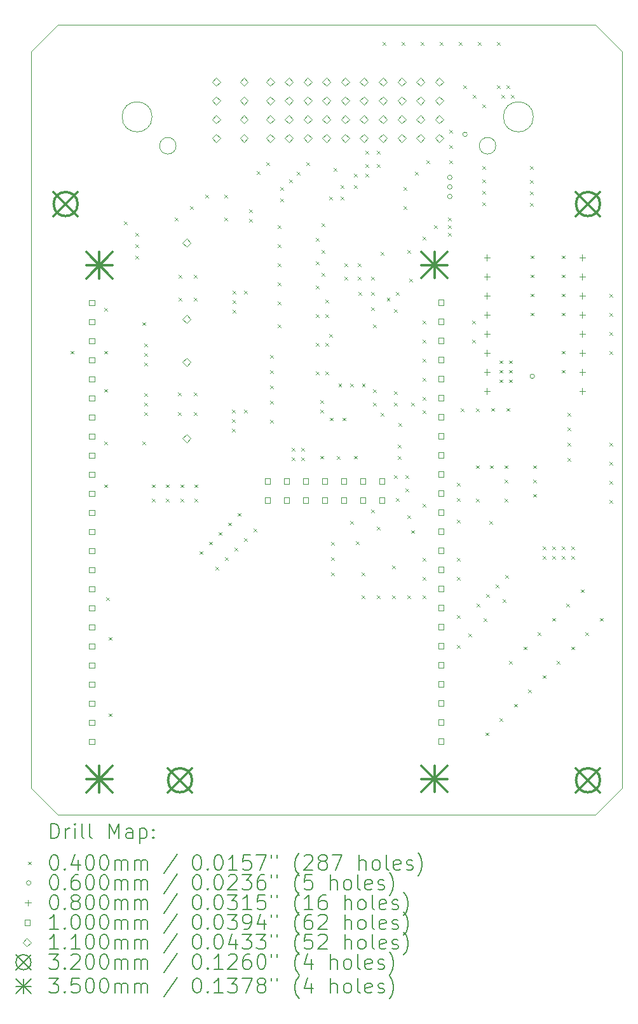
<source format=gbr>
%TF.GenerationSoftware,KiCad,Pcbnew,8.0.5*%
%TF.CreationDate,2024-11-15T11:53:20+01:00*%
%TF.ProjectId,Core4GPZ_rev0-1,436f7265-3447-4505-9a5f-726576302d31,rev?*%
%TF.SameCoordinates,Original*%
%TF.FileFunction,Drillmap*%
%TF.FilePolarity,Positive*%
%FSLAX45Y45*%
G04 Gerber Fmt 4.5, Leading zero omitted, Abs format (unit mm)*
G04 Created by KiCad (PCBNEW 8.0.5) date 2024-11-15 11:53:20*
%MOMM*%
%LPD*%
G01*
G04 APERTURE LIST*
%ADD10C,0.100000*%
%ADD11C,0.120000*%
%ADD12C,0.200000*%
%ADD13C,0.110000*%
%ADD14C,0.320000*%
%ADD15C,0.350000*%
G04 APERTURE END LIST*
D10*
X15621500Y-14033500D02*
X15265900Y-14389100D01*
X8103100Y-3873500D02*
X15265900Y-3873500D01*
X8103100Y-3873500D02*
X7747500Y-4229100D01*
X15265900Y-14389100D02*
X8103100Y-14389100D01*
X7747500Y-14033500D02*
X8103100Y-14389100D01*
X7747500Y-4229100D02*
X7747500Y-14033500D01*
X15265900Y-3873500D02*
X15621500Y-4229100D01*
X15621500Y-4229100D02*
X15621500Y-14033500D01*
D11*
X9356300Y-5100500D02*
G75*
G02*
X8956300Y-5100500I-200000J0D01*
G01*
X8956300Y-5100500D02*
G75*
G02*
X9356300Y-5100500I200000J0D01*
G01*
X9676300Y-5485500D02*
G75*
G02*
X9456300Y-5485500I-110000J0D01*
G01*
X9456300Y-5485500D02*
G75*
G02*
X9676300Y-5485500I110000J0D01*
G01*
X13936300Y-5485500D02*
G75*
G02*
X13716300Y-5485500I-110000J0D01*
G01*
X13716300Y-5485500D02*
G75*
G02*
X13936300Y-5485500I110000J0D01*
G01*
X14436300Y-5100500D02*
G75*
G02*
X14036300Y-5100500I-200000J0D01*
G01*
X14036300Y-5100500D02*
G75*
G02*
X14436300Y-5100500I200000J0D01*
G01*
D12*
D10*
X8273600Y-8216400D02*
X8313600Y-8256400D01*
X8313600Y-8216400D02*
X8273600Y-8256400D01*
X8718100Y-7644900D02*
X8758100Y-7684900D01*
X8758100Y-7644900D02*
X8718100Y-7684900D01*
X8718100Y-8216400D02*
X8758100Y-8256400D01*
X8758100Y-8216400D02*
X8718100Y-8256400D01*
X8718100Y-8724400D02*
X8758100Y-8764400D01*
X8758100Y-8724400D02*
X8718100Y-8764400D01*
X8718100Y-9422900D02*
X8758100Y-9462900D01*
X8758100Y-9422900D02*
X8718100Y-9462900D01*
X8718100Y-9994400D02*
X8758100Y-10034400D01*
X8758100Y-9994400D02*
X8718100Y-10034400D01*
X8743500Y-11497400D02*
X8783500Y-11537400D01*
X8783500Y-11497400D02*
X8743500Y-11537400D01*
X8781600Y-12026400D02*
X8821600Y-12066400D01*
X8821600Y-12026400D02*
X8781600Y-12066400D01*
X8781600Y-13042400D02*
X8821600Y-13082400D01*
X8821600Y-13042400D02*
X8781600Y-13082400D01*
X8984800Y-6495100D02*
X9024800Y-6535100D01*
X9024800Y-6495100D02*
X8984800Y-6535100D01*
X9137200Y-6647500D02*
X9177200Y-6687500D01*
X9177200Y-6647500D02*
X9137200Y-6687500D01*
X9137200Y-6799900D02*
X9177200Y-6839900D01*
X9177200Y-6799900D02*
X9137200Y-6839900D01*
X9137200Y-6952300D02*
X9177200Y-6992300D01*
X9177200Y-6952300D02*
X9137200Y-6992300D01*
X9226100Y-7835400D02*
X9266100Y-7875400D01*
X9266100Y-7835400D02*
X9226100Y-7875400D01*
X9226100Y-9422900D02*
X9266100Y-9462900D01*
X9266100Y-9422900D02*
X9226100Y-9462900D01*
X9251500Y-8120700D02*
X9291500Y-8160700D01*
X9291500Y-8120700D02*
X9251500Y-8160700D01*
X9251500Y-8247700D02*
X9291500Y-8287700D01*
X9291500Y-8247700D02*
X9251500Y-8287700D01*
X9251500Y-8374700D02*
X9291500Y-8414700D01*
X9291500Y-8374700D02*
X9251500Y-8414700D01*
X9251500Y-8781100D02*
X9291500Y-8821100D01*
X9291500Y-8781100D02*
X9251500Y-8821100D01*
X9251500Y-8908100D02*
X9291500Y-8948100D01*
X9291500Y-8908100D02*
X9251500Y-8948100D01*
X9251500Y-9035100D02*
X9291500Y-9075100D01*
X9291500Y-9035100D02*
X9251500Y-9075100D01*
X9353100Y-9994400D02*
X9393100Y-10034400D01*
X9393100Y-9994400D02*
X9353100Y-10034400D01*
X9353100Y-10184900D02*
X9393100Y-10224900D01*
X9393100Y-10184900D02*
X9353100Y-10224900D01*
X9543600Y-9994400D02*
X9583600Y-10034400D01*
X9583600Y-9994400D02*
X9543600Y-10034400D01*
X9543600Y-10184900D02*
X9583600Y-10224900D01*
X9583600Y-10184900D02*
X9543600Y-10224900D01*
X9657900Y-6444300D02*
X9697900Y-6484300D01*
X9697900Y-6444300D02*
X9657900Y-6484300D01*
X9702350Y-8770400D02*
X9742350Y-8810400D01*
X9742350Y-8770400D02*
X9702350Y-8810400D01*
X9702350Y-9035100D02*
X9742350Y-9075100D01*
X9742350Y-9035100D02*
X9702350Y-9075100D01*
X9708700Y-7206300D02*
X9748700Y-7246300D01*
X9748700Y-7206300D02*
X9708700Y-7246300D01*
X9708700Y-7511100D02*
X9748700Y-7551100D01*
X9748700Y-7511100D02*
X9708700Y-7551100D01*
X9734100Y-9994400D02*
X9774100Y-10034400D01*
X9774100Y-9994400D02*
X9734100Y-10034400D01*
X9734100Y-10184900D02*
X9774100Y-10224900D01*
X9774100Y-10184900D02*
X9734100Y-10224900D01*
X9861100Y-6291900D02*
X9901100Y-6331900D01*
X9901100Y-6291900D02*
X9861100Y-6331900D01*
X9911900Y-7206300D02*
X9951900Y-7246300D01*
X9951900Y-7206300D02*
X9911900Y-7246300D01*
X9911900Y-7511100D02*
X9951900Y-7551100D01*
X9951900Y-7511100D02*
X9911900Y-7551100D01*
X9911900Y-8770400D02*
X9951900Y-8810400D01*
X9951900Y-8770400D02*
X9911900Y-8810400D01*
X9911900Y-9035100D02*
X9951900Y-9075100D01*
X9951900Y-9035100D02*
X9911900Y-9075100D01*
X9924600Y-9994400D02*
X9964600Y-10034400D01*
X9964600Y-9994400D02*
X9924600Y-10034400D01*
X9924600Y-10184900D02*
X9964600Y-10224900D01*
X9964600Y-10184900D02*
X9924600Y-10224900D01*
X9988100Y-10883400D02*
X10028100Y-10923400D01*
X10028100Y-10883400D02*
X9988100Y-10923400D01*
X10064300Y-6139500D02*
X10104300Y-6179500D01*
X10104300Y-6139500D02*
X10064300Y-6179500D01*
X10115100Y-10756400D02*
X10155100Y-10796400D01*
X10155100Y-10756400D02*
X10115100Y-10796400D01*
X10204000Y-11092500D02*
X10244000Y-11132500D01*
X10244000Y-11092500D02*
X10204000Y-11132500D01*
X10242100Y-10629400D02*
X10282100Y-10669400D01*
X10282100Y-10629400D02*
X10242100Y-10669400D01*
X10318300Y-6139500D02*
X10358300Y-6179500D01*
X10358300Y-6139500D02*
X10318300Y-6179500D01*
X10318300Y-6444300D02*
X10358300Y-6484300D01*
X10358300Y-6444300D02*
X10318300Y-6484300D01*
X10331000Y-10965500D02*
X10371000Y-11005500D01*
X10371000Y-10965500D02*
X10331000Y-11005500D01*
X10369100Y-10502400D02*
X10409100Y-10542400D01*
X10409100Y-10502400D02*
X10369100Y-10542400D01*
X10420600Y-8997000D02*
X10460600Y-9037000D01*
X10460600Y-8997000D02*
X10420600Y-9037000D01*
X10420600Y-9124000D02*
X10460600Y-9164000D01*
X10460600Y-9124000D02*
X10420600Y-9164000D01*
X10420600Y-9251000D02*
X10460600Y-9291000D01*
X10460600Y-9251000D02*
X10420600Y-9291000D01*
X10428850Y-7412900D02*
X10468850Y-7452900D01*
X10468850Y-7412900D02*
X10428850Y-7452900D01*
X10428850Y-7539900D02*
X10468850Y-7579900D01*
X10468850Y-7539900D02*
X10428850Y-7579900D01*
X10428850Y-7666900D02*
X10468850Y-7706900D01*
X10468850Y-7666900D02*
X10428850Y-7706900D01*
X10458000Y-10838500D02*
X10498000Y-10878500D01*
X10498000Y-10838500D02*
X10458000Y-10878500D01*
X10496100Y-10375400D02*
X10536100Y-10415400D01*
X10536100Y-10375400D02*
X10496100Y-10415400D01*
X10585000Y-7412900D02*
X10625000Y-7452900D01*
X10625000Y-7412900D02*
X10585000Y-7452900D01*
X10585000Y-8997000D02*
X10625000Y-9037000D01*
X10625000Y-8997000D02*
X10585000Y-9037000D01*
X10585000Y-10711500D02*
X10625000Y-10751500D01*
X10625000Y-10711500D02*
X10585000Y-10751500D01*
X10648500Y-6330000D02*
X10688500Y-6370000D01*
X10688500Y-6330000D02*
X10648500Y-6370000D01*
X10648500Y-6457000D02*
X10688500Y-6497000D01*
X10688500Y-6457000D02*
X10648500Y-6497000D01*
X10712000Y-10584500D02*
X10752000Y-10624500D01*
X10752000Y-10584500D02*
X10712000Y-10624500D01*
X10750100Y-5822000D02*
X10790100Y-5862000D01*
X10790100Y-5822000D02*
X10750100Y-5862000D01*
X10877100Y-5707700D02*
X10917100Y-5747700D01*
X10917100Y-5707700D02*
X10877100Y-5747700D01*
X10927900Y-8273100D02*
X10967900Y-8313100D01*
X10967900Y-8273100D02*
X10927900Y-8313100D01*
X10927900Y-8476300D02*
X10967900Y-8516300D01*
X10967900Y-8476300D02*
X10927900Y-8516300D01*
X10927900Y-8679500D02*
X10967900Y-8719500D01*
X10967900Y-8679500D02*
X10927900Y-8719500D01*
X10927900Y-8882700D02*
X10967900Y-8922700D01*
X10967900Y-8882700D02*
X10927900Y-8922700D01*
X10927900Y-9136700D02*
X10967900Y-9176700D01*
X10967900Y-9136700D02*
X10927900Y-9176700D01*
X11029500Y-6545900D02*
X11069500Y-6585900D01*
X11069500Y-6545900D02*
X11029500Y-6585900D01*
X11029500Y-6799900D02*
X11069500Y-6839900D01*
X11069500Y-6799900D02*
X11029500Y-6839900D01*
X11029500Y-7053900D02*
X11069500Y-7093900D01*
X11069500Y-7053900D02*
X11029500Y-7093900D01*
X11029500Y-7307900D02*
X11069500Y-7347900D01*
X11069500Y-7307900D02*
X11029500Y-7347900D01*
X11029500Y-7561900D02*
X11069500Y-7601900D01*
X11069500Y-7561900D02*
X11029500Y-7601900D01*
X11029500Y-7866700D02*
X11069500Y-7906700D01*
X11069500Y-7866700D02*
X11029500Y-7906700D01*
X11067600Y-6037900D02*
X11107600Y-6077900D01*
X11107600Y-6037900D02*
X11067600Y-6077900D01*
X11067600Y-6190300D02*
X11107600Y-6230300D01*
X11107600Y-6190300D02*
X11067600Y-6230300D01*
X11181900Y-5936300D02*
X11221900Y-5976300D01*
X11221900Y-5936300D02*
X11181900Y-5976300D01*
X11220000Y-9505000D02*
X11260000Y-9545000D01*
X11260000Y-9505000D02*
X11220000Y-9545000D01*
X11220000Y-9632000D02*
X11260000Y-9672000D01*
X11260000Y-9632000D02*
X11220000Y-9672000D01*
X11283500Y-5834700D02*
X11323500Y-5874700D01*
X11323500Y-5834700D02*
X11283500Y-5874700D01*
X11347000Y-9505000D02*
X11387000Y-9545000D01*
X11387000Y-9505000D02*
X11347000Y-9545000D01*
X11347000Y-9632000D02*
X11387000Y-9672000D01*
X11387000Y-9632000D02*
X11347000Y-9672000D01*
X11410500Y-5707700D02*
X11450500Y-5747700D01*
X11450500Y-5707700D02*
X11410500Y-5747700D01*
X11537500Y-6711000D02*
X11577500Y-6751000D01*
X11577500Y-6711000D02*
X11537500Y-6751000D01*
X11537500Y-7028500D02*
X11577500Y-7068500D01*
X11577500Y-7028500D02*
X11537500Y-7068500D01*
X11537500Y-7346000D02*
X11577500Y-7386000D01*
X11577500Y-7346000D02*
X11537500Y-7386000D01*
X11537500Y-7727000D02*
X11577500Y-7767000D01*
X11577500Y-7727000D02*
X11537500Y-7767000D01*
X11537500Y-8108000D02*
X11577500Y-8148000D01*
X11577500Y-8108000D02*
X11537500Y-8148000D01*
X11537500Y-8489000D02*
X11577500Y-8529000D01*
X11577500Y-8489000D02*
X11537500Y-8529000D01*
X11601000Y-8870000D02*
X11641000Y-8910000D01*
X11641000Y-8870000D02*
X11601000Y-8910000D01*
X11601000Y-8997000D02*
X11641000Y-9037000D01*
X11641000Y-8997000D02*
X11601000Y-9037000D01*
X11601000Y-9613400D02*
X11641000Y-9653400D01*
X11641000Y-9613400D02*
X11601000Y-9653400D01*
X11613700Y-6520500D02*
X11653700Y-6560500D01*
X11653700Y-6520500D02*
X11613700Y-6560500D01*
X11613700Y-6876100D02*
X11653700Y-6916100D01*
X11653700Y-6876100D02*
X11613700Y-6916100D01*
X11613700Y-7180900D02*
X11653700Y-7220900D01*
X11653700Y-7180900D02*
X11613700Y-7220900D01*
X11664500Y-7536500D02*
X11704500Y-7576500D01*
X11704500Y-7536500D02*
X11664500Y-7576500D01*
X11664500Y-7727000D02*
X11704500Y-7767000D01*
X11704500Y-7727000D02*
X11664500Y-7767000D01*
X11664500Y-8108000D02*
X11704500Y-8148000D01*
X11704500Y-8108000D02*
X11664500Y-8148000D01*
X11664500Y-8489000D02*
X11704500Y-8529000D01*
X11704500Y-8489000D02*
X11664500Y-8529000D01*
X11715300Y-6164900D02*
X11755300Y-6204900D01*
X11755300Y-6164900D02*
X11715300Y-6204900D01*
X11715300Y-7993700D02*
X11755300Y-8033700D01*
X11755300Y-7993700D02*
X11715300Y-8033700D01*
X11728000Y-9105400D02*
X11768000Y-9145400D01*
X11768000Y-9105400D02*
X11728000Y-9145400D01*
X11740700Y-10762300D02*
X11780700Y-10802300D01*
X11780700Y-10762300D02*
X11740700Y-10802300D01*
X11740700Y-10965500D02*
X11780700Y-11005500D01*
X11780700Y-10965500D02*
X11740700Y-11005500D01*
X11740700Y-11168700D02*
X11780700Y-11208700D01*
X11780700Y-11168700D02*
X11740700Y-11208700D01*
X11778800Y-5783900D02*
X11818800Y-5823900D01*
X11818800Y-5783900D02*
X11778800Y-5823900D01*
X11816900Y-9619300D02*
X11856900Y-9659300D01*
X11856900Y-9619300D02*
X11816900Y-9659300D01*
X11840600Y-8653250D02*
X11880600Y-8693250D01*
X11880600Y-8653250D02*
X11840600Y-8693250D01*
X11867700Y-6012500D02*
X11907700Y-6052500D01*
X11907700Y-6012500D02*
X11867700Y-6052500D01*
X11867700Y-6164900D02*
X11907700Y-6204900D01*
X11907700Y-6164900D02*
X11867700Y-6204900D01*
X11893100Y-9105400D02*
X11933100Y-9145400D01*
X11933100Y-9105400D02*
X11893100Y-9145400D01*
X11918500Y-7053900D02*
X11958500Y-7093900D01*
X11958500Y-7053900D02*
X11918500Y-7093900D01*
X11918500Y-7231700D02*
X11958500Y-7271700D01*
X11958500Y-7231700D02*
X11918500Y-7271700D01*
X11994700Y-8654100D02*
X12034700Y-8694100D01*
X12034700Y-8654100D02*
X11994700Y-8694100D01*
X11994700Y-10482900D02*
X12034700Y-10522900D01*
X12034700Y-10482900D02*
X11994700Y-10522900D01*
X12045500Y-5860100D02*
X12085500Y-5900100D01*
X12085500Y-5860100D02*
X12045500Y-5900100D01*
X12045500Y-6012500D02*
X12085500Y-6052500D01*
X12085500Y-6012500D02*
X12045500Y-6052500D01*
X12045500Y-9613400D02*
X12085500Y-9653400D01*
X12085500Y-9613400D02*
X12045500Y-9653400D01*
X12070900Y-10749600D02*
X12110900Y-10789600D01*
X12110900Y-10749600D02*
X12070900Y-10789600D01*
X12096300Y-7053900D02*
X12136300Y-7093900D01*
X12136300Y-7053900D02*
X12096300Y-7093900D01*
X12096300Y-7231700D02*
X12136300Y-7271700D01*
X12136300Y-7231700D02*
X12096300Y-7271700D01*
X12109000Y-7434900D02*
X12149000Y-7474900D01*
X12149000Y-7434900D02*
X12109000Y-7474900D01*
X12147100Y-11168700D02*
X12187100Y-11208700D01*
X12187100Y-11168700D02*
X12147100Y-11208700D01*
X12147100Y-11473500D02*
X12187100Y-11513500D01*
X12187100Y-11473500D02*
X12147100Y-11513500D01*
X12153450Y-8653250D02*
X12193450Y-8693250D01*
X12193450Y-8653250D02*
X12153450Y-8693250D01*
X12197900Y-5555300D02*
X12237900Y-5595300D01*
X12237900Y-5555300D02*
X12197900Y-5595300D01*
X12197900Y-5733100D02*
X12237900Y-5773100D01*
X12237900Y-5733100D02*
X12197900Y-5773100D01*
X12197900Y-5860100D02*
X12237900Y-5900100D01*
X12237900Y-5860100D02*
X12197900Y-5900100D01*
X12274100Y-7231700D02*
X12314100Y-7271700D01*
X12314100Y-7231700D02*
X12274100Y-7271700D01*
X12274100Y-7434900D02*
X12314100Y-7474900D01*
X12314100Y-7434900D02*
X12274100Y-7474900D01*
X12274100Y-7638100D02*
X12314100Y-7678100D01*
X12314100Y-7638100D02*
X12274100Y-7678100D01*
X12274100Y-10330500D02*
X12314100Y-10370500D01*
X12314100Y-10330500D02*
X12274100Y-10370500D01*
X12299500Y-7866700D02*
X12339500Y-7906700D01*
X12339500Y-7866700D02*
X12299500Y-7906700D01*
X12299500Y-8730300D02*
X12339500Y-8770300D01*
X12339500Y-8730300D02*
X12299500Y-8770300D01*
X12299500Y-8908100D02*
X12339500Y-8948100D01*
X12339500Y-8908100D02*
X12299500Y-8948100D01*
X12350300Y-5555300D02*
X12390300Y-5595300D01*
X12390300Y-5555300D02*
X12350300Y-5595300D01*
X12350300Y-5733100D02*
X12390300Y-5773100D01*
X12390300Y-5733100D02*
X12350300Y-5773100D01*
X12350300Y-10559100D02*
X12390300Y-10599100D01*
X12390300Y-10559100D02*
X12350300Y-10599100D01*
X12350300Y-11473500D02*
X12390300Y-11513500D01*
X12390300Y-11473500D02*
X12350300Y-11513500D01*
X12401100Y-6901500D02*
X12441100Y-6941500D01*
X12441100Y-6901500D02*
X12401100Y-6941500D01*
X12401100Y-9041900D02*
X12441100Y-9081900D01*
X12441100Y-9041900D02*
X12401100Y-9081900D01*
X12426500Y-4107500D02*
X12466500Y-4147500D01*
X12466500Y-4107500D02*
X12426500Y-4147500D01*
X12483700Y-7511100D02*
X12523700Y-7551100D01*
X12523700Y-7511100D02*
X12483700Y-7551100D01*
X12553500Y-11070300D02*
X12593500Y-11110300D01*
X12593500Y-11070300D02*
X12553500Y-11110300D01*
X12553500Y-11473500D02*
X12593500Y-11513500D01*
X12593500Y-11473500D02*
X12553500Y-11513500D01*
X12578900Y-7663500D02*
X12618900Y-7703500D01*
X12618900Y-7663500D02*
X12578900Y-7703500D01*
X12578900Y-8755700D02*
X12618900Y-8795700D01*
X12618900Y-8755700D02*
X12578900Y-8795700D01*
X12578900Y-8908100D02*
X12618900Y-8948100D01*
X12618900Y-8908100D02*
X12578900Y-8948100D01*
X12578900Y-9873300D02*
X12618900Y-9913300D01*
X12618900Y-9873300D02*
X12578900Y-9913300D01*
X12604300Y-7434900D02*
X12644300Y-7474900D01*
X12644300Y-7434900D02*
X12604300Y-7474900D01*
X12604300Y-10178100D02*
X12644300Y-10218100D01*
X12644300Y-10178100D02*
X12604300Y-10218100D01*
X12629700Y-9466900D02*
X12669700Y-9506900D01*
X12669700Y-9466900D02*
X12629700Y-9506900D01*
X12629700Y-9619300D02*
X12669700Y-9659300D01*
X12669700Y-9619300D02*
X12629700Y-9659300D01*
X12639733Y-9174467D02*
X12679733Y-9214467D01*
X12679733Y-9174467D02*
X12639733Y-9214467D01*
X12680500Y-4107500D02*
X12720500Y-4147500D01*
X12720500Y-4107500D02*
X12680500Y-4147500D01*
X12705900Y-6037900D02*
X12745900Y-6077900D01*
X12745900Y-6037900D02*
X12705900Y-6077900D01*
X12705900Y-6291900D02*
X12745900Y-6331900D01*
X12745900Y-6291900D02*
X12705900Y-6331900D01*
X12731300Y-9873300D02*
X12771300Y-9913300D01*
X12771300Y-9873300D02*
X12731300Y-9913300D01*
X12731300Y-10051100D02*
X12771300Y-10091100D01*
X12771300Y-10051100D02*
X12731300Y-10091100D01*
X12756700Y-6876100D02*
X12796700Y-6916100D01*
X12796700Y-6876100D02*
X12756700Y-6916100D01*
X12756700Y-10406700D02*
X12796700Y-10446700D01*
X12796700Y-10406700D02*
X12756700Y-10446700D01*
X12756700Y-11473500D02*
X12796700Y-11513500D01*
X12796700Y-11473500D02*
X12756700Y-11513500D01*
X12782100Y-7257100D02*
X12822100Y-7297100D01*
X12822100Y-7257100D02*
X12782100Y-7297100D01*
X12807500Y-8908100D02*
X12847500Y-8948100D01*
X12847500Y-8908100D02*
X12807500Y-8948100D01*
X12807500Y-10603900D02*
X12847500Y-10643900D01*
X12847500Y-10603900D02*
X12807500Y-10643900D01*
X12858300Y-5834700D02*
X12898300Y-5874700D01*
X12898300Y-5834700D02*
X12858300Y-5874700D01*
X12934500Y-4107500D02*
X12974500Y-4147500D01*
X12974500Y-4107500D02*
X12934500Y-4147500D01*
X12959900Y-6698300D02*
X12999900Y-6738300D01*
X12999900Y-6698300D02*
X12959900Y-6738300D01*
X12959900Y-7815900D02*
X12999900Y-7855900D01*
X12999900Y-7815900D02*
X12959900Y-7855900D01*
X12959900Y-8069900D02*
X12999900Y-8109900D01*
X12999900Y-8069900D02*
X12959900Y-8109900D01*
X12959900Y-8323900D02*
X12999900Y-8363900D01*
X12999900Y-8323900D02*
X12959900Y-8363900D01*
X12959900Y-8577900D02*
X12999900Y-8617900D01*
X12999900Y-8577900D02*
X12959900Y-8617900D01*
X12959900Y-8831900D02*
X12999900Y-8871900D01*
X12999900Y-8831900D02*
X12959900Y-8871900D01*
X12959900Y-9009700D02*
X12999900Y-9049700D01*
X12999900Y-9009700D02*
X12959900Y-9049700D01*
X12959900Y-10254300D02*
X12999900Y-10294300D01*
X12999900Y-10254300D02*
X12959900Y-10294300D01*
X12959900Y-10974400D02*
X12999900Y-11014400D01*
X12999900Y-10974400D02*
X12959900Y-11014400D01*
X12959900Y-11228400D02*
X12999900Y-11268400D01*
X12999900Y-11228400D02*
X12959900Y-11268400D01*
X12959900Y-11473500D02*
X12999900Y-11513500D01*
X12999900Y-11473500D02*
X12959900Y-11513500D01*
X13010700Y-5682300D02*
X13050700Y-5722300D01*
X13050700Y-5682300D02*
X13010700Y-5722300D01*
X13112300Y-6545900D02*
X13152300Y-6585900D01*
X13152300Y-6545900D02*
X13112300Y-6585900D01*
X13188500Y-4107500D02*
X13228500Y-4147500D01*
X13228500Y-4107500D02*
X13188500Y-4147500D01*
X13302800Y-6444300D02*
X13342800Y-6484300D01*
X13342800Y-6444300D02*
X13302800Y-6484300D01*
X13302800Y-6545900D02*
X13342800Y-6585900D01*
X13342800Y-6545900D02*
X13302800Y-6585900D01*
X13302800Y-6647500D02*
X13342800Y-6687500D01*
X13342800Y-6647500D02*
X13302800Y-6687500D01*
X13315500Y-5275900D02*
X13355500Y-5315900D01*
X13355500Y-5275900D02*
X13315500Y-5315900D01*
X13315500Y-5479100D02*
X13355500Y-5519100D01*
X13355500Y-5479100D02*
X13315500Y-5519100D01*
X13315500Y-5682300D02*
X13355500Y-5722300D01*
X13355500Y-5682300D02*
X13315500Y-5722300D01*
X13417100Y-9974900D02*
X13457100Y-10014900D01*
X13457100Y-9974900D02*
X13417100Y-10014900D01*
X13417100Y-10178100D02*
X13457100Y-10218100D01*
X13457100Y-10178100D02*
X13417100Y-10218100D01*
X13417100Y-10466400D02*
X13457100Y-10506400D01*
X13457100Y-10466400D02*
X13417100Y-10506400D01*
X13417100Y-10974400D02*
X13457100Y-11014400D01*
X13457100Y-10974400D02*
X13417100Y-11014400D01*
X13417100Y-11228400D02*
X13457100Y-11268400D01*
X13457100Y-11228400D02*
X13417100Y-11268400D01*
X13417100Y-11736400D02*
X13457100Y-11776400D01*
X13457100Y-11736400D02*
X13417100Y-11776400D01*
X13417100Y-12133900D02*
X13457100Y-12173900D01*
X13457100Y-12133900D02*
X13417100Y-12173900D01*
X13442500Y-4107500D02*
X13482500Y-4147500D01*
X13482500Y-4107500D02*
X13442500Y-4147500D01*
X13467900Y-8984300D02*
X13507900Y-9024300D01*
X13507900Y-8984300D02*
X13467900Y-9024300D01*
X13506000Y-4679000D02*
X13546000Y-4719000D01*
X13546000Y-4679000D02*
X13506000Y-4719000D01*
X13569500Y-11981500D02*
X13609500Y-12021500D01*
X13609500Y-11981500D02*
X13569500Y-12021500D01*
X13620300Y-7815900D02*
X13660300Y-7855900D01*
X13660300Y-7815900D02*
X13620300Y-7855900D01*
X13620300Y-8069900D02*
X13660300Y-8109900D01*
X13660300Y-8069900D02*
X13620300Y-8109900D01*
X13633000Y-4806000D02*
X13673000Y-4846000D01*
X13673000Y-4806000D02*
X13633000Y-4846000D01*
X13671100Y-8984300D02*
X13711100Y-9024300D01*
X13711100Y-8984300D02*
X13671100Y-9024300D01*
X13671100Y-9740400D02*
X13711100Y-9780400D01*
X13711100Y-9740400D02*
X13671100Y-9780400D01*
X13671100Y-10184900D02*
X13711100Y-10224900D01*
X13711100Y-10184900D02*
X13671100Y-10224900D01*
X13683800Y-11581900D02*
X13723800Y-11621900D01*
X13723800Y-11581900D02*
X13683800Y-11621900D01*
X13696500Y-4107500D02*
X13736500Y-4147500D01*
X13736500Y-4107500D02*
X13696500Y-4147500D01*
X13760000Y-4933000D02*
X13800000Y-4973000D01*
X13800000Y-4933000D02*
X13760000Y-4973000D01*
X13760000Y-5758500D02*
X13800000Y-5798500D01*
X13800000Y-5758500D02*
X13760000Y-5798500D01*
X13760000Y-5936300D02*
X13800000Y-5976300D01*
X13800000Y-5936300D02*
X13760000Y-5976300D01*
X13760000Y-6088700D02*
X13800000Y-6128700D01*
X13800000Y-6088700D02*
X13760000Y-6128700D01*
X13760000Y-6241100D02*
X13800000Y-6281100D01*
X13800000Y-6241100D02*
X13760000Y-6281100D01*
X13772700Y-11778300D02*
X13812700Y-11818300D01*
X13812700Y-11778300D02*
X13772700Y-11818300D01*
X13798100Y-13296400D02*
X13838100Y-13336400D01*
X13838100Y-13296400D02*
X13798100Y-13336400D01*
X13810800Y-11454900D02*
X13850800Y-11494900D01*
X13850800Y-11454900D02*
X13810800Y-11494900D01*
X13848900Y-10482900D02*
X13888900Y-10522900D01*
X13888900Y-10482900D02*
X13848900Y-10522900D01*
X13861600Y-9740400D02*
X13901600Y-9780400D01*
X13901600Y-9740400D02*
X13861600Y-9780400D01*
X13874300Y-8978400D02*
X13914300Y-9018400D01*
X13914300Y-8978400D02*
X13874300Y-9018400D01*
X13937800Y-11327900D02*
X13977800Y-11367900D01*
X13977800Y-11327900D02*
X13937800Y-11367900D01*
X13950500Y-4107500D02*
X13990500Y-4147500D01*
X13990500Y-4107500D02*
X13950500Y-4147500D01*
X13950500Y-4679000D02*
X13990500Y-4719000D01*
X13990500Y-4679000D02*
X13950500Y-4719000D01*
X13988600Y-8343400D02*
X14028600Y-8383400D01*
X14028600Y-8343400D02*
X13988600Y-8383400D01*
X13988600Y-8470400D02*
X14028600Y-8510400D01*
X14028600Y-8470400D02*
X13988600Y-8510400D01*
X13988600Y-8597400D02*
X14028600Y-8637400D01*
X14028600Y-8597400D02*
X13988600Y-8637400D01*
X13988600Y-13105900D02*
X14028600Y-13145900D01*
X14028600Y-13105900D02*
X13988600Y-13145900D01*
X14014000Y-4806000D02*
X14054000Y-4846000D01*
X14054000Y-4806000D02*
X14014000Y-4846000D01*
X14026700Y-11524300D02*
X14066700Y-11564300D01*
X14066700Y-11524300D02*
X14026700Y-11564300D01*
X14052100Y-9740400D02*
X14092100Y-9780400D01*
X14092100Y-9740400D02*
X14052100Y-9780400D01*
X14052100Y-9930900D02*
X14092100Y-9970900D01*
X14092100Y-9930900D02*
X14052100Y-9970900D01*
X14052100Y-10184900D02*
X14092100Y-10224900D01*
X14092100Y-10184900D02*
X14052100Y-10224900D01*
X14064800Y-11200900D02*
X14104800Y-11240900D01*
X14104800Y-11200900D02*
X14064800Y-11240900D01*
X14077500Y-4679000D02*
X14117500Y-4719000D01*
X14117500Y-4679000D02*
X14077500Y-4719000D01*
X14077500Y-8978400D02*
X14117500Y-9018400D01*
X14117500Y-8978400D02*
X14077500Y-9018400D01*
X14115600Y-8343400D02*
X14155600Y-8383400D01*
X14155600Y-8343400D02*
X14115600Y-8383400D01*
X14115600Y-8470400D02*
X14155600Y-8510400D01*
X14155600Y-8470400D02*
X14115600Y-8510400D01*
X14115600Y-8597400D02*
X14155600Y-8637400D01*
X14155600Y-8597400D02*
X14115600Y-8637400D01*
X14115600Y-12343900D02*
X14155600Y-12383900D01*
X14155600Y-12343900D02*
X14115600Y-12383900D01*
X14141000Y-4806000D02*
X14181000Y-4846000D01*
X14181000Y-4806000D02*
X14141000Y-4846000D01*
X14179100Y-12915400D02*
X14219100Y-12955400D01*
X14219100Y-12915400D02*
X14179100Y-12955400D01*
X14306100Y-12153400D02*
X14346100Y-12193400D01*
X14346100Y-12153400D02*
X14306100Y-12193400D01*
X14369600Y-12724900D02*
X14409600Y-12764900D01*
X14409600Y-12724900D02*
X14369600Y-12764900D01*
X14395000Y-5758500D02*
X14435000Y-5798500D01*
X14435000Y-5758500D02*
X14395000Y-5798500D01*
X14395000Y-5943100D02*
X14435000Y-5983100D01*
X14435000Y-5943100D02*
X14395000Y-5983100D01*
X14395000Y-6095500D02*
X14435000Y-6135500D01*
X14435000Y-6095500D02*
X14395000Y-6135500D01*
X14395000Y-6247900D02*
X14435000Y-6287900D01*
X14435000Y-6247900D02*
X14395000Y-6287900D01*
X14400947Y-6946400D02*
X14440947Y-6986400D01*
X14440947Y-6946400D02*
X14400947Y-6986400D01*
X14400947Y-7200400D02*
X14440947Y-7240400D01*
X14440947Y-7200400D02*
X14400947Y-7240400D01*
X14400947Y-7454400D02*
X14440947Y-7494400D01*
X14440947Y-7454400D02*
X14400947Y-7494400D01*
X14400947Y-7708400D02*
X14440947Y-7748400D01*
X14440947Y-7708400D02*
X14400947Y-7748400D01*
X14433100Y-9740400D02*
X14473100Y-9780400D01*
X14473100Y-9740400D02*
X14433100Y-9780400D01*
X14433100Y-9930900D02*
X14473100Y-9970900D01*
X14473100Y-9930900D02*
X14433100Y-9970900D01*
X14433100Y-10121400D02*
X14473100Y-10161400D01*
X14473100Y-10121400D02*
X14433100Y-10161400D01*
X14496600Y-11962900D02*
X14536600Y-12002900D01*
X14536600Y-11962900D02*
X14496600Y-12002900D01*
X14560100Y-10819900D02*
X14600100Y-10859900D01*
X14600100Y-10819900D02*
X14560100Y-10859900D01*
X14560100Y-10946900D02*
X14600100Y-10986900D01*
X14600100Y-10946900D02*
X14560100Y-10986900D01*
X14560100Y-12534400D02*
X14600100Y-12574400D01*
X14600100Y-12534400D02*
X14560100Y-12574400D01*
X14687100Y-10819900D02*
X14727100Y-10859900D01*
X14727100Y-10819900D02*
X14687100Y-10859900D01*
X14687100Y-10946900D02*
X14727100Y-10986900D01*
X14727100Y-10946900D02*
X14687100Y-10986900D01*
X14687100Y-11772400D02*
X14727100Y-11812400D01*
X14727100Y-11772400D02*
X14687100Y-11812400D01*
X14750600Y-12343900D02*
X14790600Y-12383900D01*
X14790600Y-12343900D02*
X14750600Y-12383900D01*
X14814100Y-6946400D02*
X14854100Y-6986400D01*
X14854100Y-6946400D02*
X14814100Y-6986400D01*
X14814100Y-7200400D02*
X14854100Y-7240400D01*
X14854100Y-7200400D02*
X14814100Y-7240400D01*
X14814100Y-7454400D02*
X14854100Y-7494400D01*
X14854100Y-7454400D02*
X14814100Y-7494400D01*
X14814100Y-7708400D02*
X14854100Y-7748400D01*
X14854100Y-7708400D02*
X14814100Y-7748400D01*
X14814100Y-8216400D02*
X14854100Y-8256400D01*
X14854100Y-8216400D02*
X14814100Y-8256400D01*
X14814100Y-8470400D02*
X14854100Y-8510400D01*
X14854100Y-8470400D02*
X14814100Y-8510400D01*
X14814100Y-10819900D02*
X14854100Y-10859900D01*
X14854100Y-10819900D02*
X14814100Y-10859900D01*
X14814100Y-10946900D02*
X14854100Y-10986900D01*
X14854100Y-10946900D02*
X14814100Y-10986900D01*
X14877600Y-11581900D02*
X14917600Y-11621900D01*
X14917600Y-11581900D02*
X14877600Y-11621900D01*
X14890300Y-9041900D02*
X14930300Y-9081900D01*
X14930300Y-9041900D02*
X14890300Y-9081900D01*
X14890300Y-9238300D02*
X14930300Y-9278300D01*
X14930300Y-9238300D02*
X14890300Y-9278300D01*
X14890300Y-9441500D02*
X14930300Y-9481500D01*
X14930300Y-9441500D02*
X14890300Y-9481500D01*
X14890300Y-9644700D02*
X14930300Y-9684700D01*
X14930300Y-9644700D02*
X14890300Y-9684700D01*
X14941100Y-10819900D02*
X14981100Y-10859900D01*
X14981100Y-10819900D02*
X14941100Y-10859900D01*
X14941100Y-10946900D02*
X14981100Y-10986900D01*
X14981100Y-10946900D02*
X14941100Y-10986900D01*
X14941100Y-12153400D02*
X14981100Y-12193400D01*
X14981100Y-12153400D02*
X14941100Y-12193400D01*
X15068100Y-11391400D02*
X15108100Y-11431400D01*
X15108100Y-11391400D02*
X15068100Y-11431400D01*
X15131600Y-11962900D02*
X15171600Y-12002900D01*
X15171600Y-11962900D02*
X15131600Y-12002900D01*
X15322100Y-11772400D02*
X15362100Y-11812400D01*
X15362100Y-11772400D02*
X15322100Y-11812400D01*
X15449100Y-7460300D02*
X15489100Y-7500300D01*
X15489100Y-7460300D02*
X15449100Y-7500300D01*
X15449100Y-7714300D02*
X15489100Y-7754300D01*
X15489100Y-7714300D02*
X15449100Y-7754300D01*
X15449100Y-7968300D02*
X15489100Y-8008300D01*
X15489100Y-7968300D02*
X15449100Y-8008300D01*
X15449100Y-8222300D02*
X15489100Y-8262300D01*
X15489100Y-8222300D02*
X15449100Y-8262300D01*
X15449100Y-9441500D02*
X15489100Y-9481500D01*
X15489100Y-9441500D02*
X15449100Y-9481500D01*
X15449100Y-9695500D02*
X15489100Y-9735500D01*
X15489100Y-9695500D02*
X15449100Y-9735500D01*
X15449100Y-9949500D02*
X15489100Y-9989500D01*
X15489100Y-9949500D02*
X15449100Y-9989500D01*
X15449100Y-10203500D02*
X15489100Y-10243500D01*
X15489100Y-10203500D02*
X15449100Y-10243500D01*
X13352800Y-5905500D02*
G75*
G02*
X13292800Y-5905500I-30000J0D01*
G01*
X13292800Y-5905500D02*
G75*
G02*
X13352800Y-5905500I30000J0D01*
G01*
X13352800Y-6032500D02*
G75*
G02*
X13292800Y-6032500I-30000J0D01*
G01*
X13292800Y-6032500D02*
G75*
G02*
X13352800Y-6032500I30000J0D01*
G01*
X13352800Y-6159500D02*
G75*
G02*
X13292800Y-6159500I-30000J0D01*
G01*
X13292800Y-6159500D02*
G75*
G02*
X13352800Y-6159500I30000J0D01*
G01*
X13556000Y-5334000D02*
G75*
G02*
X13496000Y-5334000I-30000J0D01*
G01*
X13496000Y-5334000D02*
G75*
G02*
X13556000Y-5334000I30000J0D01*
G01*
X14452292Y-8553900D02*
G75*
G02*
X14392292Y-8553900I-30000J0D01*
G01*
X14392292Y-8553900D02*
G75*
G02*
X14452292Y-8553900I30000J0D01*
G01*
X13818100Y-6932300D02*
X13818100Y-7012300D01*
X13778100Y-6972300D02*
X13858100Y-6972300D01*
X13818100Y-7186300D02*
X13818100Y-7266300D01*
X13778100Y-7226300D02*
X13858100Y-7226300D01*
X13818100Y-7440300D02*
X13818100Y-7520300D01*
X13778100Y-7480300D02*
X13858100Y-7480300D01*
X13818100Y-7694300D02*
X13818100Y-7774300D01*
X13778100Y-7734300D02*
X13858100Y-7734300D01*
X13818100Y-7948300D02*
X13818100Y-8028300D01*
X13778100Y-7988300D02*
X13858100Y-7988300D01*
X13818100Y-8202300D02*
X13818100Y-8282300D01*
X13778100Y-8242300D02*
X13858100Y-8242300D01*
X13818100Y-8456300D02*
X13818100Y-8536300D01*
X13778100Y-8496300D02*
X13858100Y-8496300D01*
X13818100Y-8710300D02*
X13818100Y-8790300D01*
X13778100Y-8750300D02*
X13858100Y-8750300D01*
X15088100Y-6932300D02*
X15088100Y-7012300D01*
X15048100Y-6972300D02*
X15128100Y-6972300D01*
X15088100Y-7186300D02*
X15088100Y-7266300D01*
X15048100Y-7226300D02*
X15128100Y-7226300D01*
X15088100Y-7440300D02*
X15088100Y-7520300D01*
X15048100Y-7480300D02*
X15128100Y-7480300D01*
X15088100Y-7694300D02*
X15088100Y-7774300D01*
X15048100Y-7734300D02*
X15128100Y-7734300D01*
X15088100Y-7948300D02*
X15088100Y-8028300D01*
X15048100Y-7988300D02*
X15128100Y-7988300D01*
X15088100Y-8202300D02*
X15088100Y-8282300D01*
X15048100Y-8242300D02*
X15128100Y-8242300D01*
X15088100Y-8456300D02*
X15088100Y-8536300D01*
X15048100Y-8496300D02*
X15128100Y-8496300D01*
X15088100Y-8710300D02*
X15088100Y-8790300D01*
X15048100Y-8750300D02*
X15128100Y-8750300D01*
X8589956Y-7611256D02*
X8589956Y-7540544D01*
X8519244Y-7540544D01*
X8519244Y-7611256D01*
X8589956Y-7611256D01*
X8589956Y-7865256D02*
X8589956Y-7794544D01*
X8519244Y-7794544D01*
X8519244Y-7865256D01*
X8589956Y-7865256D01*
X8589956Y-8119256D02*
X8589956Y-8048544D01*
X8519244Y-8048544D01*
X8519244Y-8119256D01*
X8589956Y-8119256D01*
X8589956Y-8373256D02*
X8589956Y-8302544D01*
X8519244Y-8302544D01*
X8519244Y-8373256D01*
X8589956Y-8373256D01*
X8589956Y-8627256D02*
X8589956Y-8556544D01*
X8519244Y-8556544D01*
X8519244Y-8627256D01*
X8589956Y-8627256D01*
X8589956Y-8881256D02*
X8589956Y-8810544D01*
X8519244Y-8810544D01*
X8519244Y-8881256D01*
X8589956Y-8881256D01*
X8589956Y-9135256D02*
X8589956Y-9064544D01*
X8519244Y-9064544D01*
X8519244Y-9135256D01*
X8589956Y-9135256D01*
X8589956Y-9389256D02*
X8589956Y-9318544D01*
X8519244Y-9318544D01*
X8519244Y-9389256D01*
X8589956Y-9389256D01*
X8589956Y-9643256D02*
X8589956Y-9572544D01*
X8519244Y-9572544D01*
X8519244Y-9643256D01*
X8589956Y-9643256D01*
X8589956Y-9897256D02*
X8589956Y-9826544D01*
X8519244Y-9826544D01*
X8519244Y-9897256D01*
X8589956Y-9897256D01*
X8589956Y-10151256D02*
X8589956Y-10080544D01*
X8519244Y-10080544D01*
X8519244Y-10151256D01*
X8589956Y-10151256D01*
X8589956Y-10405256D02*
X8589956Y-10334544D01*
X8519244Y-10334544D01*
X8519244Y-10405256D01*
X8589956Y-10405256D01*
X8589956Y-10659256D02*
X8589956Y-10588544D01*
X8519244Y-10588544D01*
X8519244Y-10659256D01*
X8589956Y-10659256D01*
X8589956Y-10913256D02*
X8589956Y-10842544D01*
X8519244Y-10842544D01*
X8519244Y-10913256D01*
X8589956Y-10913256D01*
X8589956Y-11167256D02*
X8589956Y-11096544D01*
X8519244Y-11096544D01*
X8519244Y-11167256D01*
X8589956Y-11167256D01*
X8589956Y-11421256D02*
X8589956Y-11350544D01*
X8519244Y-11350544D01*
X8519244Y-11421256D01*
X8589956Y-11421256D01*
X8589956Y-11675256D02*
X8589956Y-11604544D01*
X8519244Y-11604544D01*
X8519244Y-11675256D01*
X8589956Y-11675256D01*
X8589956Y-11929256D02*
X8589956Y-11858544D01*
X8519244Y-11858544D01*
X8519244Y-11929256D01*
X8589956Y-11929256D01*
X8589956Y-12183256D02*
X8589956Y-12112544D01*
X8519244Y-12112544D01*
X8519244Y-12183256D01*
X8589956Y-12183256D01*
X8589956Y-12437256D02*
X8589956Y-12366544D01*
X8519244Y-12366544D01*
X8519244Y-12437256D01*
X8589956Y-12437256D01*
X8589956Y-12691256D02*
X8589956Y-12620544D01*
X8519244Y-12620544D01*
X8519244Y-12691256D01*
X8589956Y-12691256D01*
X8589956Y-12945256D02*
X8589956Y-12874544D01*
X8519244Y-12874544D01*
X8519244Y-12945256D01*
X8589956Y-12945256D01*
X8589956Y-13199256D02*
X8589956Y-13128544D01*
X8519244Y-13128544D01*
X8519244Y-13199256D01*
X8589956Y-13199256D01*
X8589956Y-13453256D02*
X8589956Y-13382544D01*
X8519244Y-13382544D01*
X8519244Y-13453256D01*
X8589956Y-13453256D01*
X10931956Y-9986256D02*
X10931956Y-9915544D01*
X10861244Y-9915544D01*
X10861244Y-9986256D01*
X10931956Y-9986256D01*
X10931956Y-10240256D02*
X10931956Y-10169544D01*
X10861244Y-10169544D01*
X10861244Y-10240256D01*
X10931956Y-10240256D01*
X11185956Y-9986256D02*
X11185956Y-9915544D01*
X11115244Y-9915544D01*
X11115244Y-9986256D01*
X11185956Y-9986256D01*
X11185956Y-10240256D02*
X11185956Y-10169544D01*
X11115244Y-10169544D01*
X11115244Y-10240256D01*
X11185956Y-10240256D01*
X11439956Y-9986256D02*
X11439956Y-9915544D01*
X11369244Y-9915544D01*
X11369244Y-9986256D01*
X11439956Y-9986256D01*
X11439956Y-10240256D02*
X11439956Y-10169544D01*
X11369244Y-10169544D01*
X11369244Y-10240256D01*
X11439956Y-10240256D01*
X11693956Y-9986256D02*
X11693956Y-9915544D01*
X11623244Y-9915544D01*
X11623244Y-9986256D01*
X11693956Y-9986256D01*
X11693956Y-10240256D02*
X11693956Y-10169544D01*
X11623244Y-10169544D01*
X11623244Y-10240256D01*
X11693956Y-10240256D01*
X11947956Y-9986256D02*
X11947956Y-9915544D01*
X11877244Y-9915544D01*
X11877244Y-9986256D01*
X11947956Y-9986256D01*
X11947956Y-10240256D02*
X11947956Y-10169544D01*
X11877244Y-10169544D01*
X11877244Y-10240256D01*
X11947956Y-10240256D01*
X12201956Y-9986256D02*
X12201956Y-9915544D01*
X12131244Y-9915544D01*
X12131244Y-9986256D01*
X12201956Y-9986256D01*
X12201956Y-10240256D02*
X12201956Y-10169544D01*
X12131244Y-10169544D01*
X12131244Y-10240256D01*
X12201956Y-10240256D01*
X12455956Y-9986256D02*
X12455956Y-9915544D01*
X12385244Y-9915544D01*
X12385244Y-9986256D01*
X12455956Y-9986256D01*
X12455956Y-10240256D02*
X12455956Y-10169544D01*
X12385244Y-10169544D01*
X12385244Y-10240256D01*
X12455956Y-10240256D01*
X13242956Y-7605256D02*
X13242956Y-7534544D01*
X13172244Y-7534544D01*
X13172244Y-7605256D01*
X13242956Y-7605256D01*
X13242956Y-7859256D02*
X13242956Y-7788544D01*
X13172244Y-7788544D01*
X13172244Y-7859256D01*
X13242956Y-7859256D01*
X13242956Y-8113256D02*
X13242956Y-8042544D01*
X13172244Y-8042544D01*
X13172244Y-8113256D01*
X13242956Y-8113256D01*
X13242956Y-8367256D02*
X13242956Y-8296544D01*
X13172244Y-8296544D01*
X13172244Y-8367256D01*
X13242956Y-8367256D01*
X13242956Y-8621256D02*
X13242956Y-8550544D01*
X13172244Y-8550544D01*
X13172244Y-8621256D01*
X13242956Y-8621256D01*
X13242956Y-8875256D02*
X13242956Y-8804544D01*
X13172244Y-8804544D01*
X13172244Y-8875256D01*
X13242956Y-8875256D01*
X13242956Y-9129256D02*
X13242956Y-9058544D01*
X13172244Y-9058544D01*
X13172244Y-9129256D01*
X13242956Y-9129256D01*
X13242956Y-9383256D02*
X13242956Y-9312544D01*
X13172244Y-9312544D01*
X13172244Y-9383256D01*
X13242956Y-9383256D01*
X13242956Y-9637256D02*
X13242956Y-9566544D01*
X13172244Y-9566544D01*
X13172244Y-9637256D01*
X13242956Y-9637256D01*
X13242956Y-9891256D02*
X13242956Y-9820544D01*
X13172244Y-9820544D01*
X13172244Y-9891256D01*
X13242956Y-9891256D01*
X13242956Y-10145256D02*
X13242956Y-10074544D01*
X13172244Y-10074544D01*
X13172244Y-10145256D01*
X13242956Y-10145256D01*
X13242956Y-10399256D02*
X13242956Y-10328544D01*
X13172244Y-10328544D01*
X13172244Y-10399256D01*
X13242956Y-10399256D01*
X13242956Y-10653256D02*
X13242956Y-10582544D01*
X13172244Y-10582544D01*
X13172244Y-10653256D01*
X13242956Y-10653256D01*
X13242956Y-10907256D02*
X13242956Y-10836544D01*
X13172244Y-10836544D01*
X13172244Y-10907256D01*
X13242956Y-10907256D01*
X13242956Y-11161256D02*
X13242956Y-11090544D01*
X13172244Y-11090544D01*
X13172244Y-11161256D01*
X13242956Y-11161256D01*
X13242956Y-11415256D02*
X13242956Y-11344544D01*
X13172244Y-11344544D01*
X13172244Y-11415256D01*
X13242956Y-11415256D01*
X13242956Y-11669256D02*
X13242956Y-11598544D01*
X13172244Y-11598544D01*
X13172244Y-11669256D01*
X13242956Y-11669256D01*
X13242956Y-11923256D02*
X13242956Y-11852544D01*
X13172244Y-11852544D01*
X13172244Y-11923256D01*
X13242956Y-11923256D01*
X13242956Y-12177256D02*
X13242956Y-12106544D01*
X13172244Y-12106544D01*
X13172244Y-12177256D01*
X13242956Y-12177256D01*
X13242956Y-12431256D02*
X13242956Y-12360544D01*
X13172244Y-12360544D01*
X13172244Y-12431256D01*
X13242956Y-12431256D01*
X13242956Y-12685256D02*
X13242956Y-12614544D01*
X13172244Y-12614544D01*
X13172244Y-12685256D01*
X13242956Y-12685256D01*
X13242956Y-12939256D02*
X13242956Y-12868544D01*
X13172244Y-12868544D01*
X13172244Y-12939256D01*
X13242956Y-12939256D01*
X13242956Y-13193256D02*
X13242956Y-13122544D01*
X13172244Y-13122544D01*
X13172244Y-13193256D01*
X13242956Y-13193256D01*
X13242956Y-13447256D02*
X13242956Y-13376544D01*
X13172244Y-13376544D01*
X13172244Y-13447256D01*
X13242956Y-13447256D01*
D13*
X9817600Y-6830900D02*
X9872600Y-6775900D01*
X9817600Y-6720900D01*
X9762600Y-6775900D01*
X9817600Y-6830900D01*
X9817600Y-7846900D02*
X9872600Y-7791900D01*
X9817600Y-7736900D01*
X9762600Y-7791900D01*
X9817600Y-7846900D01*
X9817600Y-8418400D02*
X9872600Y-8363400D01*
X9817600Y-8308400D01*
X9762600Y-8363400D01*
X9817600Y-8418400D01*
X9817600Y-9434400D02*
X9872600Y-9379400D01*
X9817600Y-9324400D01*
X9762600Y-9379400D01*
X9817600Y-9434400D01*
X10211300Y-4690500D02*
X10266300Y-4635500D01*
X10211300Y-4580500D01*
X10156300Y-4635500D01*
X10211300Y-4690500D01*
X10211300Y-4940500D02*
X10266300Y-4885500D01*
X10211300Y-4830500D01*
X10156300Y-4885500D01*
X10211300Y-4940500D01*
X10211300Y-5190500D02*
X10266300Y-5135500D01*
X10211300Y-5080500D01*
X10156300Y-5135500D01*
X10211300Y-5190500D01*
X10211300Y-5440500D02*
X10266300Y-5385500D01*
X10211300Y-5330500D01*
X10156300Y-5385500D01*
X10211300Y-5440500D01*
X10581300Y-4690500D02*
X10636300Y-4635500D01*
X10581300Y-4580500D01*
X10526300Y-4635500D01*
X10581300Y-4690500D01*
X10581300Y-4940500D02*
X10636300Y-4885500D01*
X10581300Y-4830500D01*
X10526300Y-4885500D01*
X10581300Y-4940500D01*
X10581300Y-5190500D02*
X10636300Y-5135500D01*
X10581300Y-5080500D01*
X10526300Y-5135500D01*
X10581300Y-5190500D01*
X10581300Y-5440500D02*
X10636300Y-5385500D01*
X10581300Y-5330500D01*
X10526300Y-5385500D01*
X10581300Y-5440500D01*
X10931300Y-4690500D02*
X10986300Y-4635500D01*
X10931300Y-4580500D01*
X10876300Y-4635500D01*
X10931300Y-4690500D01*
X10931300Y-4940500D02*
X10986300Y-4885500D01*
X10931300Y-4830500D01*
X10876300Y-4885500D01*
X10931300Y-4940500D01*
X10931300Y-5190500D02*
X10986300Y-5135500D01*
X10931300Y-5080500D01*
X10876300Y-5135500D01*
X10931300Y-5190500D01*
X10931300Y-5440500D02*
X10986300Y-5385500D01*
X10931300Y-5330500D01*
X10876300Y-5385500D01*
X10931300Y-5440500D01*
X11181300Y-4690500D02*
X11236300Y-4635500D01*
X11181300Y-4580500D01*
X11126300Y-4635500D01*
X11181300Y-4690500D01*
X11181300Y-4940500D02*
X11236300Y-4885500D01*
X11181300Y-4830500D01*
X11126300Y-4885500D01*
X11181300Y-4940500D01*
X11181300Y-5190500D02*
X11236300Y-5135500D01*
X11181300Y-5080500D01*
X11126300Y-5135500D01*
X11181300Y-5190500D01*
X11181300Y-5440500D02*
X11236300Y-5385500D01*
X11181300Y-5330500D01*
X11126300Y-5385500D01*
X11181300Y-5440500D01*
X11431300Y-4690500D02*
X11486300Y-4635500D01*
X11431300Y-4580500D01*
X11376300Y-4635500D01*
X11431300Y-4690500D01*
X11431300Y-4940500D02*
X11486300Y-4885500D01*
X11431300Y-4830500D01*
X11376300Y-4885500D01*
X11431300Y-4940500D01*
X11431300Y-5190500D02*
X11486300Y-5135500D01*
X11431300Y-5080500D01*
X11376300Y-5135500D01*
X11431300Y-5190500D01*
X11431300Y-5440500D02*
X11486300Y-5385500D01*
X11431300Y-5330500D01*
X11376300Y-5385500D01*
X11431300Y-5440500D01*
X11681300Y-4690500D02*
X11736300Y-4635500D01*
X11681300Y-4580500D01*
X11626300Y-4635500D01*
X11681300Y-4690500D01*
X11681300Y-4940500D02*
X11736300Y-4885500D01*
X11681300Y-4830500D01*
X11626300Y-4885500D01*
X11681300Y-4940500D01*
X11681300Y-5190500D02*
X11736300Y-5135500D01*
X11681300Y-5080500D01*
X11626300Y-5135500D01*
X11681300Y-5190500D01*
X11681300Y-5440500D02*
X11736300Y-5385500D01*
X11681300Y-5330500D01*
X11626300Y-5385500D01*
X11681300Y-5440500D01*
X11931300Y-4690500D02*
X11986300Y-4635500D01*
X11931300Y-4580500D01*
X11876300Y-4635500D01*
X11931300Y-4690500D01*
X11931300Y-4940500D02*
X11986300Y-4885500D01*
X11931300Y-4830500D01*
X11876300Y-4885500D01*
X11931300Y-4940500D01*
X11931300Y-5190500D02*
X11986300Y-5135500D01*
X11931300Y-5080500D01*
X11876300Y-5135500D01*
X11931300Y-5190500D01*
X11931300Y-5440500D02*
X11986300Y-5385500D01*
X11931300Y-5330500D01*
X11876300Y-5385500D01*
X11931300Y-5440500D01*
X12181300Y-4690500D02*
X12236300Y-4635500D01*
X12181300Y-4580500D01*
X12126300Y-4635500D01*
X12181300Y-4690500D01*
X12181300Y-4940500D02*
X12236300Y-4885500D01*
X12181300Y-4830500D01*
X12126300Y-4885500D01*
X12181300Y-4940500D01*
X12181300Y-5190500D02*
X12236300Y-5135500D01*
X12181300Y-5080500D01*
X12126300Y-5135500D01*
X12181300Y-5190500D01*
X12181300Y-5440500D02*
X12236300Y-5385500D01*
X12181300Y-5330500D01*
X12126300Y-5385500D01*
X12181300Y-5440500D01*
X12431300Y-4690500D02*
X12486300Y-4635500D01*
X12431300Y-4580500D01*
X12376300Y-4635500D01*
X12431300Y-4690500D01*
X12431300Y-4940500D02*
X12486300Y-4885500D01*
X12431300Y-4830500D01*
X12376300Y-4885500D01*
X12431300Y-4940500D01*
X12431300Y-5190500D02*
X12486300Y-5135500D01*
X12431300Y-5080500D01*
X12376300Y-5135500D01*
X12431300Y-5190500D01*
X12431300Y-5440500D02*
X12486300Y-5385500D01*
X12431300Y-5330500D01*
X12376300Y-5385500D01*
X12431300Y-5440500D01*
X12681300Y-4690500D02*
X12736300Y-4635500D01*
X12681300Y-4580500D01*
X12626300Y-4635500D01*
X12681300Y-4690500D01*
X12681300Y-4940500D02*
X12736300Y-4885500D01*
X12681300Y-4830500D01*
X12626300Y-4885500D01*
X12681300Y-4940500D01*
X12681300Y-5190500D02*
X12736300Y-5135500D01*
X12681300Y-5080500D01*
X12626300Y-5135500D01*
X12681300Y-5190500D01*
X12681300Y-5440500D02*
X12736300Y-5385500D01*
X12681300Y-5330500D01*
X12626300Y-5385500D01*
X12681300Y-5440500D01*
X12931300Y-4690500D02*
X12986300Y-4635500D01*
X12931300Y-4580500D01*
X12876300Y-4635500D01*
X12931300Y-4690500D01*
X12931300Y-4940500D02*
X12986300Y-4885500D01*
X12931300Y-4830500D01*
X12876300Y-4885500D01*
X12931300Y-4940500D01*
X12931300Y-5190500D02*
X12986300Y-5135500D01*
X12931300Y-5080500D01*
X12876300Y-5135500D01*
X12931300Y-5190500D01*
X12931300Y-5440500D02*
X12986300Y-5385500D01*
X12931300Y-5330500D01*
X12876300Y-5385500D01*
X12931300Y-5440500D01*
X13181300Y-4690500D02*
X13236300Y-4635500D01*
X13181300Y-4580500D01*
X13126300Y-4635500D01*
X13181300Y-4690500D01*
X13181300Y-4940500D02*
X13236300Y-4885500D01*
X13181300Y-4830500D01*
X13126300Y-4885500D01*
X13181300Y-4940500D01*
X13181300Y-5190500D02*
X13236300Y-5135500D01*
X13181300Y-5080500D01*
X13126300Y-5135500D01*
X13181300Y-5190500D01*
X13181300Y-5440500D02*
X13236300Y-5385500D01*
X13181300Y-5330500D01*
X13126300Y-5385500D01*
X13181300Y-5440500D01*
D14*
X8044700Y-6101100D02*
X8364700Y-6421100D01*
X8364700Y-6101100D02*
X8044700Y-6421100D01*
X8364700Y-6261100D02*
G75*
G02*
X8044700Y-6261100I-160000J0D01*
G01*
X8044700Y-6261100D02*
G75*
G02*
X8364700Y-6261100I160000J0D01*
G01*
X9568700Y-13771900D02*
X9888700Y-14091900D01*
X9888700Y-13771900D02*
X9568700Y-14091900D01*
X9888700Y-13931900D02*
G75*
G02*
X9568700Y-13931900I-160000J0D01*
G01*
X9568700Y-13931900D02*
G75*
G02*
X9888700Y-13931900I160000J0D01*
G01*
X15004300Y-6101100D02*
X15324300Y-6421100D01*
X15324300Y-6101100D02*
X15004300Y-6421100D01*
X15324300Y-6261100D02*
G75*
G02*
X15004300Y-6261100I-160000J0D01*
G01*
X15004300Y-6261100D02*
G75*
G02*
X15324300Y-6261100I160000J0D01*
G01*
X15004300Y-13771900D02*
X15324300Y-14091900D01*
X15324300Y-13771900D02*
X15004300Y-14091900D01*
X15324300Y-13931900D02*
G75*
G02*
X15004300Y-13931900I-160000J0D01*
G01*
X15004300Y-13931900D02*
G75*
G02*
X15324300Y-13931900I160000J0D01*
G01*
D15*
X8479600Y-6900900D02*
X8829600Y-7250900D01*
X8829600Y-6900900D02*
X8479600Y-7250900D01*
X8654600Y-6900900D02*
X8654600Y-7250900D01*
X8479600Y-7075900D02*
X8829600Y-7075900D01*
X8479600Y-13740900D02*
X8829600Y-14090900D01*
X8829600Y-13740900D02*
X8479600Y-14090900D01*
X8654600Y-13740900D02*
X8654600Y-14090900D01*
X8479600Y-13915900D02*
X8829600Y-13915900D01*
X12944600Y-6898900D02*
X13294600Y-7248900D01*
X13294600Y-6898900D02*
X12944600Y-7248900D01*
X13119600Y-6898900D02*
X13119600Y-7248900D01*
X12944600Y-7073900D02*
X13294600Y-7073900D01*
X12944600Y-13739900D02*
X13294600Y-14089900D01*
X13294600Y-13739900D02*
X12944600Y-14089900D01*
X13119600Y-13739900D02*
X13119600Y-14089900D01*
X12944600Y-13914900D02*
X13294600Y-13914900D01*
D12*
X8003277Y-14705584D02*
X8003277Y-14505584D01*
X8003277Y-14505584D02*
X8050896Y-14505584D01*
X8050896Y-14505584D02*
X8079467Y-14515108D01*
X8079467Y-14515108D02*
X8098515Y-14534155D01*
X8098515Y-14534155D02*
X8108039Y-14553203D01*
X8108039Y-14553203D02*
X8117562Y-14591298D01*
X8117562Y-14591298D02*
X8117562Y-14619869D01*
X8117562Y-14619869D02*
X8108039Y-14657965D01*
X8108039Y-14657965D02*
X8098515Y-14677012D01*
X8098515Y-14677012D02*
X8079467Y-14696060D01*
X8079467Y-14696060D02*
X8050896Y-14705584D01*
X8050896Y-14705584D02*
X8003277Y-14705584D01*
X8203277Y-14705584D02*
X8203277Y-14572250D01*
X8203277Y-14610346D02*
X8212801Y-14591298D01*
X8212801Y-14591298D02*
X8222324Y-14581774D01*
X8222324Y-14581774D02*
X8241372Y-14572250D01*
X8241372Y-14572250D02*
X8260420Y-14572250D01*
X8327086Y-14705584D02*
X8327086Y-14572250D01*
X8327086Y-14505584D02*
X8317562Y-14515108D01*
X8317562Y-14515108D02*
X8327086Y-14524631D01*
X8327086Y-14524631D02*
X8336610Y-14515108D01*
X8336610Y-14515108D02*
X8327086Y-14505584D01*
X8327086Y-14505584D02*
X8327086Y-14524631D01*
X8450896Y-14705584D02*
X8431848Y-14696060D01*
X8431848Y-14696060D02*
X8422324Y-14677012D01*
X8422324Y-14677012D02*
X8422324Y-14505584D01*
X8555658Y-14705584D02*
X8536610Y-14696060D01*
X8536610Y-14696060D02*
X8527086Y-14677012D01*
X8527086Y-14677012D02*
X8527086Y-14505584D01*
X8784229Y-14705584D02*
X8784229Y-14505584D01*
X8784229Y-14505584D02*
X8850896Y-14648441D01*
X8850896Y-14648441D02*
X8917563Y-14505584D01*
X8917563Y-14505584D02*
X8917563Y-14705584D01*
X9098515Y-14705584D02*
X9098515Y-14600822D01*
X9098515Y-14600822D02*
X9088991Y-14581774D01*
X9088991Y-14581774D02*
X9069944Y-14572250D01*
X9069944Y-14572250D02*
X9031848Y-14572250D01*
X9031848Y-14572250D02*
X9012801Y-14581774D01*
X9098515Y-14696060D02*
X9079467Y-14705584D01*
X9079467Y-14705584D02*
X9031848Y-14705584D01*
X9031848Y-14705584D02*
X9012801Y-14696060D01*
X9012801Y-14696060D02*
X9003277Y-14677012D01*
X9003277Y-14677012D02*
X9003277Y-14657965D01*
X9003277Y-14657965D02*
X9012801Y-14638917D01*
X9012801Y-14638917D02*
X9031848Y-14629393D01*
X9031848Y-14629393D02*
X9079467Y-14629393D01*
X9079467Y-14629393D02*
X9098515Y-14619869D01*
X9193753Y-14572250D02*
X9193753Y-14772250D01*
X9193753Y-14581774D02*
X9212801Y-14572250D01*
X9212801Y-14572250D02*
X9250896Y-14572250D01*
X9250896Y-14572250D02*
X9269944Y-14581774D01*
X9269944Y-14581774D02*
X9279467Y-14591298D01*
X9279467Y-14591298D02*
X9288991Y-14610346D01*
X9288991Y-14610346D02*
X9288991Y-14667488D01*
X9288991Y-14667488D02*
X9279467Y-14686536D01*
X9279467Y-14686536D02*
X9269944Y-14696060D01*
X9269944Y-14696060D02*
X9250896Y-14705584D01*
X9250896Y-14705584D02*
X9212801Y-14705584D01*
X9212801Y-14705584D02*
X9193753Y-14696060D01*
X9374705Y-14686536D02*
X9384229Y-14696060D01*
X9384229Y-14696060D02*
X9374705Y-14705584D01*
X9374705Y-14705584D02*
X9365182Y-14696060D01*
X9365182Y-14696060D02*
X9374705Y-14686536D01*
X9374705Y-14686536D02*
X9374705Y-14705584D01*
X9374705Y-14581774D02*
X9384229Y-14591298D01*
X9384229Y-14591298D02*
X9374705Y-14600822D01*
X9374705Y-14600822D02*
X9365182Y-14591298D01*
X9365182Y-14591298D02*
X9374705Y-14581774D01*
X9374705Y-14581774D02*
X9374705Y-14600822D01*
D10*
X7702500Y-15014100D02*
X7742500Y-15054100D01*
X7742500Y-15014100D02*
X7702500Y-15054100D01*
D12*
X8041372Y-14925584D02*
X8060420Y-14925584D01*
X8060420Y-14925584D02*
X8079467Y-14935108D01*
X8079467Y-14935108D02*
X8088991Y-14944631D01*
X8088991Y-14944631D02*
X8098515Y-14963679D01*
X8098515Y-14963679D02*
X8108039Y-15001774D01*
X8108039Y-15001774D02*
X8108039Y-15049393D01*
X8108039Y-15049393D02*
X8098515Y-15087488D01*
X8098515Y-15087488D02*
X8088991Y-15106536D01*
X8088991Y-15106536D02*
X8079467Y-15116060D01*
X8079467Y-15116060D02*
X8060420Y-15125584D01*
X8060420Y-15125584D02*
X8041372Y-15125584D01*
X8041372Y-15125584D02*
X8022324Y-15116060D01*
X8022324Y-15116060D02*
X8012801Y-15106536D01*
X8012801Y-15106536D02*
X8003277Y-15087488D01*
X8003277Y-15087488D02*
X7993753Y-15049393D01*
X7993753Y-15049393D02*
X7993753Y-15001774D01*
X7993753Y-15001774D02*
X8003277Y-14963679D01*
X8003277Y-14963679D02*
X8012801Y-14944631D01*
X8012801Y-14944631D02*
X8022324Y-14935108D01*
X8022324Y-14935108D02*
X8041372Y-14925584D01*
X8193753Y-15106536D02*
X8203277Y-15116060D01*
X8203277Y-15116060D02*
X8193753Y-15125584D01*
X8193753Y-15125584D02*
X8184229Y-15116060D01*
X8184229Y-15116060D02*
X8193753Y-15106536D01*
X8193753Y-15106536D02*
X8193753Y-15125584D01*
X8374705Y-14992250D02*
X8374705Y-15125584D01*
X8327086Y-14916060D02*
X8279467Y-15058917D01*
X8279467Y-15058917D02*
X8403277Y-15058917D01*
X8517563Y-14925584D02*
X8536610Y-14925584D01*
X8536610Y-14925584D02*
X8555658Y-14935108D01*
X8555658Y-14935108D02*
X8565182Y-14944631D01*
X8565182Y-14944631D02*
X8574705Y-14963679D01*
X8574705Y-14963679D02*
X8584229Y-15001774D01*
X8584229Y-15001774D02*
X8584229Y-15049393D01*
X8584229Y-15049393D02*
X8574705Y-15087488D01*
X8574705Y-15087488D02*
X8565182Y-15106536D01*
X8565182Y-15106536D02*
X8555658Y-15116060D01*
X8555658Y-15116060D02*
X8536610Y-15125584D01*
X8536610Y-15125584D02*
X8517563Y-15125584D01*
X8517563Y-15125584D02*
X8498515Y-15116060D01*
X8498515Y-15116060D02*
X8488991Y-15106536D01*
X8488991Y-15106536D02*
X8479467Y-15087488D01*
X8479467Y-15087488D02*
X8469944Y-15049393D01*
X8469944Y-15049393D02*
X8469944Y-15001774D01*
X8469944Y-15001774D02*
X8479467Y-14963679D01*
X8479467Y-14963679D02*
X8488991Y-14944631D01*
X8488991Y-14944631D02*
X8498515Y-14935108D01*
X8498515Y-14935108D02*
X8517563Y-14925584D01*
X8708039Y-14925584D02*
X8727086Y-14925584D01*
X8727086Y-14925584D02*
X8746134Y-14935108D01*
X8746134Y-14935108D02*
X8755658Y-14944631D01*
X8755658Y-14944631D02*
X8765182Y-14963679D01*
X8765182Y-14963679D02*
X8774705Y-15001774D01*
X8774705Y-15001774D02*
X8774705Y-15049393D01*
X8774705Y-15049393D02*
X8765182Y-15087488D01*
X8765182Y-15087488D02*
X8755658Y-15106536D01*
X8755658Y-15106536D02*
X8746134Y-15116060D01*
X8746134Y-15116060D02*
X8727086Y-15125584D01*
X8727086Y-15125584D02*
X8708039Y-15125584D01*
X8708039Y-15125584D02*
X8688991Y-15116060D01*
X8688991Y-15116060D02*
X8679467Y-15106536D01*
X8679467Y-15106536D02*
X8669944Y-15087488D01*
X8669944Y-15087488D02*
X8660420Y-15049393D01*
X8660420Y-15049393D02*
X8660420Y-15001774D01*
X8660420Y-15001774D02*
X8669944Y-14963679D01*
X8669944Y-14963679D02*
X8679467Y-14944631D01*
X8679467Y-14944631D02*
X8688991Y-14935108D01*
X8688991Y-14935108D02*
X8708039Y-14925584D01*
X8860420Y-15125584D02*
X8860420Y-14992250D01*
X8860420Y-15011298D02*
X8869944Y-15001774D01*
X8869944Y-15001774D02*
X8888991Y-14992250D01*
X8888991Y-14992250D02*
X8917563Y-14992250D01*
X8917563Y-14992250D02*
X8936610Y-15001774D01*
X8936610Y-15001774D02*
X8946134Y-15020822D01*
X8946134Y-15020822D02*
X8946134Y-15125584D01*
X8946134Y-15020822D02*
X8955658Y-15001774D01*
X8955658Y-15001774D02*
X8974705Y-14992250D01*
X8974705Y-14992250D02*
X9003277Y-14992250D01*
X9003277Y-14992250D02*
X9022325Y-15001774D01*
X9022325Y-15001774D02*
X9031848Y-15020822D01*
X9031848Y-15020822D02*
X9031848Y-15125584D01*
X9127086Y-15125584D02*
X9127086Y-14992250D01*
X9127086Y-15011298D02*
X9136610Y-15001774D01*
X9136610Y-15001774D02*
X9155658Y-14992250D01*
X9155658Y-14992250D02*
X9184229Y-14992250D01*
X9184229Y-14992250D02*
X9203277Y-15001774D01*
X9203277Y-15001774D02*
X9212801Y-15020822D01*
X9212801Y-15020822D02*
X9212801Y-15125584D01*
X9212801Y-15020822D02*
X9222325Y-15001774D01*
X9222325Y-15001774D02*
X9241372Y-14992250D01*
X9241372Y-14992250D02*
X9269944Y-14992250D01*
X9269944Y-14992250D02*
X9288991Y-15001774D01*
X9288991Y-15001774D02*
X9298515Y-15020822D01*
X9298515Y-15020822D02*
X9298515Y-15125584D01*
X9688991Y-14916060D02*
X9517563Y-15173203D01*
X9946134Y-14925584D02*
X9965182Y-14925584D01*
X9965182Y-14925584D02*
X9984229Y-14935108D01*
X9984229Y-14935108D02*
X9993753Y-14944631D01*
X9993753Y-14944631D02*
X10003277Y-14963679D01*
X10003277Y-14963679D02*
X10012801Y-15001774D01*
X10012801Y-15001774D02*
X10012801Y-15049393D01*
X10012801Y-15049393D02*
X10003277Y-15087488D01*
X10003277Y-15087488D02*
X9993753Y-15106536D01*
X9993753Y-15106536D02*
X9984229Y-15116060D01*
X9984229Y-15116060D02*
X9965182Y-15125584D01*
X9965182Y-15125584D02*
X9946134Y-15125584D01*
X9946134Y-15125584D02*
X9927087Y-15116060D01*
X9927087Y-15116060D02*
X9917563Y-15106536D01*
X9917563Y-15106536D02*
X9908039Y-15087488D01*
X9908039Y-15087488D02*
X9898515Y-15049393D01*
X9898515Y-15049393D02*
X9898515Y-15001774D01*
X9898515Y-15001774D02*
X9908039Y-14963679D01*
X9908039Y-14963679D02*
X9917563Y-14944631D01*
X9917563Y-14944631D02*
X9927087Y-14935108D01*
X9927087Y-14935108D02*
X9946134Y-14925584D01*
X10098515Y-15106536D02*
X10108039Y-15116060D01*
X10108039Y-15116060D02*
X10098515Y-15125584D01*
X10098515Y-15125584D02*
X10088991Y-15116060D01*
X10088991Y-15116060D02*
X10098515Y-15106536D01*
X10098515Y-15106536D02*
X10098515Y-15125584D01*
X10231848Y-14925584D02*
X10250896Y-14925584D01*
X10250896Y-14925584D02*
X10269944Y-14935108D01*
X10269944Y-14935108D02*
X10279468Y-14944631D01*
X10279468Y-14944631D02*
X10288991Y-14963679D01*
X10288991Y-14963679D02*
X10298515Y-15001774D01*
X10298515Y-15001774D02*
X10298515Y-15049393D01*
X10298515Y-15049393D02*
X10288991Y-15087488D01*
X10288991Y-15087488D02*
X10279468Y-15106536D01*
X10279468Y-15106536D02*
X10269944Y-15116060D01*
X10269944Y-15116060D02*
X10250896Y-15125584D01*
X10250896Y-15125584D02*
X10231848Y-15125584D01*
X10231848Y-15125584D02*
X10212801Y-15116060D01*
X10212801Y-15116060D02*
X10203277Y-15106536D01*
X10203277Y-15106536D02*
X10193753Y-15087488D01*
X10193753Y-15087488D02*
X10184229Y-15049393D01*
X10184229Y-15049393D02*
X10184229Y-15001774D01*
X10184229Y-15001774D02*
X10193753Y-14963679D01*
X10193753Y-14963679D02*
X10203277Y-14944631D01*
X10203277Y-14944631D02*
X10212801Y-14935108D01*
X10212801Y-14935108D02*
X10231848Y-14925584D01*
X10488991Y-15125584D02*
X10374706Y-15125584D01*
X10431848Y-15125584D02*
X10431848Y-14925584D01*
X10431848Y-14925584D02*
X10412801Y-14954155D01*
X10412801Y-14954155D02*
X10393753Y-14973203D01*
X10393753Y-14973203D02*
X10374706Y-14982727D01*
X10669944Y-14925584D02*
X10574706Y-14925584D01*
X10574706Y-14925584D02*
X10565182Y-15020822D01*
X10565182Y-15020822D02*
X10574706Y-15011298D01*
X10574706Y-15011298D02*
X10593753Y-15001774D01*
X10593753Y-15001774D02*
X10641372Y-15001774D01*
X10641372Y-15001774D02*
X10660420Y-15011298D01*
X10660420Y-15011298D02*
X10669944Y-15020822D01*
X10669944Y-15020822D02*
X10679468Y-15039869D01*
X10679468Y-15039869D02*
X10679468Y-15087488D01*
X10679468Y-15087488D02*
X10669944Y-15106536D01*
X10669944Y-15106536D02*
X10660420Y-15116060D01*
X10660420Y-15116060D02*
X10641372Y-15125584D01*
X10641372Y-15125584D02*
X10593753Y-15125584D01*
X10593753Y-15125584D02*
X10574706Y-15116060D01*
X10574706Y-15116060D02*
X10565182Y-15106536D01*
X10746134Y-14925584D02*
X10879468Y-14925584D01*
X10879468Y-14925584D02*
X10793753Y-15125584D01*
X10946134Y-14925584D02*
X10946134Y-14963679D01*
X11022325Y-14925584D02*
X11022325Y-14963679D01*
X11317563Y-15201774D02*
X11308039Y-15192250D01*
X11308039Y-15192250D02*
X11288991Y-15163679D01*
X11288991Y-15163679D02*
X11279468Y-15144631D01*
X11279468Y-15144631D02*
X11269944Y-15116060D01*
X11269944Y-15116060D02*
X11260420Y-15068441D01*
X11260420Y-15068441D02*
X11260420Y-15030346D01*
X11260420Y-15030346D02*
X11269944Y-14982727D01*
X11269944Y-14982727D02*
X11279468Y-14954155D01*
X11279468Y-14954155D02*
X11288991Y-14935108D01*
X11288991Y-14935108D02*
X11308039Y-14906536D01*
X11308039Y-14906536D02*
X11317563Y-14897012D01*
X11384229Y-14944631D02*
X11393753Y-14935108D01*
X11393753Y-14935108D02*
X11412801Y-14925584D01*
X11412801Y-14925584D02*
X11460420Y-14925584D01*
X11460420Y-14925584D02*
X11479468Y-14935108D01*
X11479468Y-14935108D02*
X11488991Y-14944631D01*
X11488991Y-14944631D02*
X11498515Y-14963679D01*
X11498515Y-14963679D02*
X11498515Y-14982727D01*
X11498515Y-14982727D02*
X11488991Y-15011298D01*
X11488991Y-15011298D02*
X11374706Y-15125584D01*
X11374706Y-15125584D02*
X11498515Y-15125584D01*
X11612801Y-15011298D02*
X11593753Y-15001774D01*
X11593753Y-15001774D02*
X11584229Y-14992250D01*
X11584229Y-14992250D02*
X11574706Y-14973203D01*
X11574706Y-14973203D02*
X11574706Y-14963679D01*
X11574706Y-14963679D02*
X11584229Y-14944631D01*
X11584229Y-14944631D02*
X11593753Y-14935108D01*
X11593753Y-14935108D02*
X11612801Y-14925584D01*
X11612801Y-14925584D02*
X11650896Y-14925584D01*
X11650896Y-14925584D02*
X11669944Y-14935108D01*
X11669944Y-14935108D02*
X11679468Y-14944631D01*
X11679468Y-14944631D02*
X11688991Y-14963679D01*
X11688991Y-14963679D02*
X11688991Y-14973203D01*
X11688991Y-14973203D02*
X11679468Y-14992250D01*
X11679468Y-14992250D02*
X11669944Y-15001774D01*
X11669944Y-15001774D02*
X11650896Y-15011298D01*
X11650896Y-15011298D02*
X11612801Y-15011298D01*
X11612801Y-15011298D02*
X11593753Y-15020822D01*
X11593753Y-15020822D02*
X11584229Y-15030346D01*
X11584229Y-15030346D02*
X11574706Y-15049393D01*
X11574706Y-15049393D02*
X11574706Y-15087488D01*
X11574706Y-15087488D02*
X11584229Y-15106536D01*
X11584229Y-15106536D02*
X11593753Y-15116060D01*
X11593753Y-15116060D02*
X11612801Y-15125584D01*
X11612801Y-15125584D02*
X11650896Y-15125584D01*
X11650896Y-15125584D02*
X11669944Y-15116060D01*
X11669944Y-15116060D02*
X11679468Y-15106536D01*
X11679468Y-15106536D02*
X11688991Y-15087488D01*
X11688991Y-15087488D02*
X11688991Y-15049393D01*
X11688991Y-15049393D02*
X11679468Y-15030346D01*
X11679468Y-15030346D02*
X11669944Y-15020822D01*
X11669944Y-15020822D02*
X11650896Y-15011298D01*
X11755658Y-14925584D02*
X11888991Y-14925584D01*
X11888991Y-14925584D02*
X11803277Y-15125584D01*
X12117563Y-15125584D02*
X12117563Y-14925584D01*
X12203277Y-15125584D02*
X12203277Y-15020822D01*
X12203277Y-15020822D02*
X12193753Y-15001774D01*
X12193753Y-15001774D02*
X12174706Y-14992250D01*
X12174706Y-14992250D02*
X12146134Y-14992250D01*
X12146134Y-14992250D02*
X12127087Y-15001774D01*
X12127087Y-15001774D02*
X12117563Y-15011298D01*
X12327087Y-15125584D02*
X12308039Y-15116060D01*
X12308039Y-15116060D02*
X12298515Y-15106536D01*
X12298515Y-15106536D02*
X12288991Y-15087488D01*
X12288991Y-15087488D02*
X12288991Y-15030346D01*
X12288991Y-15030346D02*
X12298515Y-15011298D01*
X12298515Y-15011298D02*
X12308039Y-15001774D01*
X12308039Y-15001774D02*
X12327087Y-14992250D01*
X12327087Y-14992250D02*
X12355658Y-14992250D01*
X12355658Y-14992250D02*
X12374706Y-15001774D01*
X12374706Y-15001774D02*
X12384230Y-15011298D01*
X12384230Y-15011298D02*
X12393753Y-15030346D01*
X12393753Y-15030346D02*
X12393753Y-15087488D01*
X12393753Y-15087488D02*
X12384230Y-15106536D01*
X12384230Y-15106536D02*
X12374706Y-15116060D01*
X12374706Y-15116060D02*
X12355658Y-15125584D01*
X12355658Y-15125584D02*
X12327087Y-15125584D01*
X12508039Y-15125584D02*
X12488991Y-15116060D01*
X12488991Y-15116060D02*
X12479468Y-15097012D01*
X12479468Y-15097012D02*
X12479468Y-14925584D01*
X12660420Y-15116060D02*
X12641372Y-15125584D01*
X12641372Y-15125584D02*
X12603277Y-15125584D01*
X12603277Y-15125584D02*
X12584230Y-15116060D01*
X12584230Y-15116060D02*
X12574706Y-15097012D01*
X12574706Y-15097012D02*
X12574706Y-15020822D01*
X12574706Y-15020822D02*
X12584230Y-15001774D01*
X12584230Y-15001774D02*
X12603277Y-14992250D01*
X12603277Y-14992250D02*
X12641372Y-14992250D01*
X12641372Y-14992250D02*
X12660420Y-15001774D01*
X12660420Y-15001774D02*
X12669944Y-15020822D01*
X12669944Y-15020822D02*
X12669944Y-15039869D01*
X12669944Y-15039869D02*
X12574706Y-15058917D01*
X12746134Y-15116060D02*
X12765182Y-15125584D01*
X12765182Y-15125584D02*
X12803277Y-15125584D01*
X12803277Y-15125584D02*
X12822325Y-15116060D01*
X12822325Y-15116060D02*
X12831849Y-15097012D01*
X12831849Y-15097012D02*
X12831849Y-15087488D01*
X12831849Y-15087488D02*
X12822325Y-15068441D01*
X12822325Y-15068441D02*
X12803277Y-15058917D01*
X12803277Y-15058917D02*
X12774706Y-15058917D01*
X12774706Y-15058917D02*
X12755658Y-15049393D01*
X12755658Y-15049393D02*
X12746134Y-15030346D01*
X12746134Y-15030346D02*
X12746134Y-15020822D01*
X12746134Y-15020822D02*
X12755658Y-15001774D01*
X12755658Y-15001774D02*
X12774706Y-14992250D01*
X12774706Y-14992250D02*
X12803277Y-14992250D01*
X12803277Y-14992250D02*
X12822325Y-15001774D01*
X12898515Y-15201774D02*
X12908039Y-15192250D01*
X12908039Y-15192250D02*
X12927087Y-15163679D01*
X12927087Y-15163679D02*
X12936611Y-15144631D01*
X12936611Y-15144631D02*
X12946134Y-15116060D01*
X12946134Y-15116060D02*
X12955658Y-15068441D01*
X12955658Y-15068441D02*
X12955658Y-15030346D01*
X12955658Y-15030346D02*
X12946134Y-14982727D01*
X12946134Y-14982727D02*
X12936611Y-14954155D01*
X12936611Y-14954155D02*
X12927087Y-14935108D01*
X12927087Y-14935108D02*
X12908039Y-14906536D01*
X12908039Y-14906536D02*
X12898515Y-14897012D01*
D10*
X7742500Y-15298100D02*
G75*
G02*
X7682500Y-15298100I-30000J0D01*
G01*
X7682500Y-15298100D02*
G75*
G02*
X7742500Y-15298100I30000J0D01*
G01*
D12*
X8041372Y-15189584D02*
X8060420Y-15189584D01*
X8060420Y-15189584D02*
X8079467Y-15199108D01*
X8079467Y-15199108D02*
X8088991Y-15208631D01*
X8088991Y-15208631D02*
X8098515Y-15227679D01*
X8098515Y-15227679D02*
X8108039Y-15265774D01*
X8108039Y-15265774D02*
X8108039Y-15313393D01*
X8108039Y-15313393D02*
X8098515Y-15351488D01*
X8098515Y-15351488D02*
X8088991Y-15370536D01*
X8088991Y-15370536D02*
X8079467Y-15380060D01*
X8079467Y-15380060D02*
X8060420Y-15389584D01*
X8060420Y-15389584D02*
X8041372Y-15389584D01*
X8041372Y-15389584D02*
X8022324Y-15380060D01*
X8022324Y-15380060D02*
X8012801Y-15370536D01*
X8012801Y-15370536D02*
X8003277Y-15351488D01*
X8003277Y-15351488D02*
X7993753Y-15313393D01*
X7993753Y-15313393D02*
X7993753Y-15265774D01*
X7993753Y-15265774D02*
X8003277Y-15227679D01*
X8003277Y-15227679D02*
X8012801Y-15208631D01*
X8012801Y-15208631D02*
X8022324Y-15199108D01*
X8022324Y-15199108D02*
X8041372Y-15189584D01*
X8193753Y-15370536D02*
X8203277Y-15380060D01*
X8203277Y-15380060D02*
X8193753Y-15389584D01*
X8193753Y-15389584D02*
X8184229Y-15380060D01*
X8184229Y-15380060D02*
X8193753Y-15370536D01*
X8193753Y-15370536D02*
X8193753Y-15389584D01*
X8374705Y-15189584D02*
X8336610Y-15189584D01*
X8336610Y-15189584D02*
X8317562Y-15199108D01*
X8317562Y-15199108D02*
X8308039Y-15208631D01*
X8308039Y-15208631D02*
X8288991Y-15237203D01*
X8288991Y-15237203D02*
X8279467Y-15275298D01*
X8279467Y-15275298D02*
X8279467Y-15351488D01*
X8279467Y-15351488D02*
X8288991Y-15370536D01*
X8288991Y-15370536D02*
X8298515Y-15380060D01*
X8298515Y-15380060D02*
X8317562Y-15389584D01*
X8317562Y-15389584D02*
X8355658Y-15389584D01*
X8355658Y-15389584D02*
X8374705Y-15380060D01*
X8374705Y-15380060D02*
X8384229Y-15370536D01*
X8384229Y-15370536D02*
X8393753Y-15351488D01*
X8393753Y-15351488D02*
X8393753Y-15303869D01*
X8393753Y-15303869D02*
X8384229Y-15284822D01*
X8384229Y-15284822D02*
X8374705Y-15275298D01*
X8374705Y-15275298D02*
X8355658Y-15265774D01*
X8355658Y-15265774D02*
X8317562Y-15265774D01*
X8317562Y-15265774D02*
X8298515Y-15275298D01*
X8298515Y-15275298D02*
X8288991Y-15284822D01*
X8288991Y-15284822D02*
X8279467Y-15303869D01*
X8517563Y-15189584D02*
X8536610Y-15189584D01*
X8536610Y-15189584D02*
X8555658Y-15199108D01*
X8555658Y-15199108D02*
X8565182Y-15208631D01*
X8565182Y-15208631D02*
X8574705Y-15227679D01*
X8574705Y-15227679D02*
X8584229Y-15265774D01*
X8584229Y-15265774D02*
X8584229Y-15313393D01*
X8584229Y-15313393D02*
X8574705Y-15351488D01*
X8574705Y-15351488D02*
X8565182Y-15370536D01*
X8565182Y-15370536D02*
X8555658Y-15380060D01*
X8555658Y-15380060D02*
X8536610Y-15389584D01*
X8536610Y-15389584D02*
X8517563Y-15389584D01*
X8517563Y-15389584D02*
X8498515Y-15380060D01*
X8498515Y-15380060D02*
X8488991Y-15370536D01*
X8488991Y-15370536D02*
X8479467Y-15351488D01*
X8479467Y-15351488D02*
X8469944Y-15313393D01*
X8469944Y-15313393D02*
X8469944Y-15265774D01*
X8469944Y-15265774D02*
X8479467Y-15227679D01*
X8479467Y-15227679D02*
X8488991Y-15208631D01*
X8488991Y-15208631D02*
X8498515Y-15199108D01*
X8498515Y-15199108D02*
X8517563Y-15189584D01*
X8708039Y-15189584D02*
X8727086Y-15189584D01*
X8727086Y-15189584D02*
X8746134Y-15199108D01*
X8746134Y-15199108D02*
X8755658Y-15208631D01*
X8755658Y-15208631D02*
X8765182Y-15227679D01*
X8765182Y-15227679D02*
X8774705Y-15265774D01*
X8774705Y-15265774D02*
X8774705Y-15313393D01*
X8774705Y-15313393D02*
X8765182Y-15351488D01*
X8765182Y-15351488D02*
X8755658Y-15370536D01*
X8755658Y-15370536D02*
X8746134Y-15380060D01*
X8746134Y-15380060D02*
X8727086Y-15389584D01*
X8727086Y-15389584D02*
X8708039Y-15389584D01*
X8708039Y-15389584D02*
X8688991Y-15380060D01*
X8688991Y-15380060D02*
X8679467Y-15370536D01*
X8679467Y-15370536D02*
X8669944Y-15351488D01*
X8669944Y-15351488D02*
X8660420Y-15313393D01*
X8660420Y-15313393D02*
X8660420Y-15265774D01*
X8660420Y-15265774D02*
X8669944Y-15227679D01*
X8669944Y-15227679D02*
X8679467Y-15208631D01*
X8679467Y-15208631D02*
X8688991Y-15199108D01*
X8688991Y-15199108D02*
X8708039Y-15189584D01*
X8860420Y-15389584D02*
X8860420Y-15256250D01*
X8860420Y-15275298D02*
X8869944Y-15265774D01*
X8869944Y-15265774D02*
X8888991Y-15256250D01*
X8888991Y-15256250D02*
X8917563Y-15256250D01*
X8917563Y-15256250D02*
X8936610Y-15265774D01*
X8936610Y-15265774D02*
X8946134Y-15284822D01*
X8946134Y-15284822D02*
X8946134Y-15389584D01*
X8946134Y-15284822D02*
X8955658Y-15265774D01*
X8955658Y-15265774D02*
X8974705Y-15256250D01*
X8974705Y-15256250D02*
X9003277Y-15256250D01*
X9003277Y-15256250D02*
X9022325Y-15265774D01*
X9022325Y-15265774D02*
X9031848Y-15284822D01*
X9031848Y-15284822D02*
X9031848Y-15389584D01*
X9127086Y-15389584D02*
X9127086Y-15256250D01*
X9127086Y-15275298D02*
X9136610Y-15265774D01*
X9136610Y-15265774D02*
X9155658Y-15256250D01*
X9155658Y-15256250D02*
X9184229Y-15256250D01*
X9184229Y-15256250D02*
X9203277Y-15265774D01*
X9203277Y-15265774D02*
X9212801Y-15284822D01*
X9212801Y-15284822D02*
X9212801Y-15389584D01*
X9212801Y-15284822D02*
X9222325Y-15265774D01*
X9222325Y-15265774D02*
X9241372Y-15256250D01*
X9241372Y-15256250D02*
X9269944Y-15256250D01*
X9269944Y-15256250D02*
X9288991Y-15265774D01*
X9288991Y-15265774D02*
X9298515Y-15284822D01*
X9298515Y-15284822D02*
X9298515Y-15389584D01*
X9688991Y-15180060D02*
X9517563Y-15437203D01*
X9946134Y-15189584D02*
X9965182Y-15189584D01*
X9965182Y-15189584D02*
X9984229Y-15199108D01*
X9984229Y-15199108D02*
X9993753Y-15208631D01*
X9993753Y-15208631D02*
X10003277Y-15227679D01*
X10003277Y-15227679D02*
X10012801Y-15265774D01*
X10012801Y-15265774D02*
X10012801Y-15313393D01*
X10012801Y-15313393D02*
X10003277Y-15351488D01*
X10003277Y-15351488D02*
X9993753Y-15370536D01*
X9993753Y-15370536D02*
X9984229Y-15380060D01*
X9984229Y-15380060D02*
X9965182Y-15389584D01*
X9965182Y-15389584D02*
X9946134Y-15389584D01*
X9946134Y-15389584D02*
X9927087Y-15380060D01*
X9927087Y-15380060D02*
X9917563Y-15370536D01*
X9917563Y-15370536D02*
X9908039Y-15351488D01*
X9908039Y-15351488D02*
X9898515Y-15313393D01*
X9898515Y-15313393D02*
X9898515Y-15265774D01*
X9898515Y-15265774D02*
X9908039Y-15227679D01*
X9908039Y-15227679D02*
X9917563Y-15208631D01*
X9917563Y-15208631D02*
X9927087Y-15199108D01*
X9927087Y-15199108D02*
X9946134Y-15189584D01*
X10098515Y-15370536D02*
X10108039Y-15380060D01*
X10108039Y-15380060D02*
X10098515Y-15389584D01*
X10098515Y-15389584D02*
X10088991Y-15380060D01*
X10088991Y-15380060D02*
X10098515Y-15370536D01*
X10098515Y-15370536D02*
X10098515Y-15389584D01*
X10231848Y-15189584D02*
X10250896Y-15189584D01*
X10250896Y-15189584D02*
X10269944Y-15199108D01*
X10269944Y-15199108D02*
X10279468Y-15208631D01*
X10279468Y-15208631D02*
X10288991Y-15227679D01*
X10288991Y-15227679D02*
X10298515Y-15265774D01*
X10298515Y-15265774D02*
X10298515Y-15313393D01*
X10298515Y-15313393D02*
X10288991Y-15351488D01*
X10288991Y-15351488D02*
X10279468Y-15370536D01*
X10279468Y-15370536D02*
X10269944Y-15380060D01*
X10269944Y-15380060D02*
X10250896Y-15389584D01*
X10250896Y-15389584D02*
X10231848Y-15389584D01*
X10231848Y-15389584D02*
X10212801Y-15380060D01*
X10212801Y-15380060D02*
X10203277Y-15370536D01*
X10203277Y-15370536D02*
X10193753Y-15351488D01*
X10193753Y-15351488D02*
X10184229Y-15313393D01*
X10184229Y-15313393D02*
X10184229Y-15265774D01*
X10184229Y-15265774D02*
X10193753Y-15227679D01*
X10193753Y-15227679D02*
X10203277Y-15208631D01*
X10203277Y-15208631D02*
X10212801Y-15199108D01*
X10212801Y-15199108D02*
X10231848Y-15189584D01*
X10374706Y-15208631D02*
X10384229Y-15199108D01*
X10384229Y-15199108D02*
X10403277Y-15189584D01*
X10403277Y-15189584D02*
X10450896Y-15189584D01*
X10450896Y-15189584D02*
X10469944Y-15199108D01*
X10469944Y-15199108D02*
X10479468Y-15208631D01*
X10479468Y-15208631D02*
X10488991Y-15227679D01*
X10488991Y-15227679D02*
X10488991Y-15246727D01*
X10488991Y-15246727D02*
X10479468Y-15275298D01*
X10479468Y-15275298D02*
X10365182Y-15389584D01*
X10365182Y-15389584D02*
X10488991Y-15389584D01*
X10555658Y-15189584D02*
X10679468Y-15189584D01*
X10679468Y-15189584D02*
X10612801Y-15265774D01*
X10612801Y-15265774D02*
X10641372Y-15265774D01*
X10641372Y-15265774D02*
X10660420Y-15275298D01*
X10660420Y-15275298D02*
X10669944Y-15284822D01*
X10669944Y-15284822D02*
X10679468Y-15303869D01*
X10679468Y-15303869D02*
X10679468Y-15351488D01*
X10679468Y-15351488D02*
X10669944Y-15370536D01*
X10669944Y-15370536D02*
X10660420Y-15380060D01*
X10660420Y-15380060D02*
X10641372Y-15389584D01*
X10641372Y-15389584D02*
X10584229Y-15389584D01*
X10584229Y-15389584D02*
X10565182Y-15380060D01*
X10565182Y-15380060D02*
X10555658Y-15370536D01*
X10850896Y-15189584D02*
X10812801Y-15189584D01*
X10812801Y-15189584D02*
X10793753Y-15199108D01*
X10793753Y-15199108D02*
X10784229Y-15208631D01*
X10784229Y-15208631D02*
X10765182Y-15237203D01*
X10765182Y-15237203D02*
X10755658Y-15275298D01*
X10755658Y-15275298D02*
X10755658Y-15351488D01*
X10755658Y-15351488D02*
X10765182Y-15370536D01*
X10765182Y-15370536D02*
X10774706Y-15380060D01*
X10774706Y-15380060D02*
X10793753Y-15389584D01*
X10793753Y-15389584D02*
X10831849Y-15389584D01*
X10831849Y-15389584D02*
X10850896Y-15380060D01*
X10850896Y-15380060D02*
X10860420Y-15370536D01*
X10860420Y-15370536D02*
X10869944Y-15351488D01*
X10869944Y-15351488D02*
X10869944Y-15303869D01*
X10869944Y-15303869D02*
X10860420Y-15284822D01*
X10860420Y-15284822D02*
X10850896Y-15275298D01*
X10850896Y-15275298D02*
X10831849Y-15265774D01*
X10831849Y-15265774D02*
X10793753Y-15265774D01*
X10793753Y-15265774D02*
X10774706Y-15275298D01*
X10774706Y-15275298D02*
X10765182Y-15284822D01*
X10765182Y-15284822D02*
X10755658Y-15303869D01*
X10946134Y-15189584D02*
X10946134Y-15227679D01*
X11022325Y-15189584D02*
X11022325Y-15227679D01*
X11317563Y-15465774D02*
X11308039Y-15456250D01*
X11308039Y-15456250D02*
X11288991Y-15427679D01*
X11288991Y-15427679D02*
X11279468Y-15408631D01*
X11279468Y-15408631D02*
X11269944Y-15380060D01*
X11269944Y-15380060D02*
X11260420Y-15332441D01*
X11260420Y-15332441D02*
X11260420Y-15294346D01*
X11260420Y-15294346D02*
X11269944Y-15246727D01*
X11269944Y-15246727D02*
X11279468Y-15218155D01*
X11279468Y-15218155D02*
X11288991Y-15199108D01*
X11288991Y-15199108D02*
X11308039Y-15170536D01*
X11308039Y-15170536D02*
X11317563Y-15161012D01*
X11488991Y-15189584D02*
X11393753Y-15189584D01*
X11393753Y-15189584D02*
X11384229Y-15284822D01*
X11384229Y-15284822D02*
X11393753Y-15275298D01*
X11393753Y-15275298D02*
X11412801Y-15265774D01*
X11412801Y-15265774D02*
X11460420Y-15265774D01*
X11460420Y-15265774D02*
X11479468Y-15275298D01*
X11479468Y-15275298D02*
X11488991Y-15284822D01*
X11488991Y-15284822D02*
X11498515Y-15303869D01*
X11498515Y-15303869D02*
X11498515Y-15351488D01*
X11498515Y-15351488D02*
X11488991Y-15370536D01*
X11488991Y-15370536D02*
X11479468Y-15380060D01*
X11479468Y-15380060D02*
X11460420Y-15389584D01*
X11460420Y-15389584D02*
X11412801Y-15389584D01*
X11412801Y-15389584D02*
X11393753Y-15380060D01*
X11393753Y-15380060D02*
X11384229Y-15370536D01*
X11736610Y-15389584D02*
X11736610Y-15189584D01*
X11822325Y-15389584D02*
X11822325Y-15284822D01*
X11822325Y-15284822D02*
X11812801Y-15265774D01*
X11812801Y-15265774D02*
X11793753Y-15256250D01*
X11793753Y-15256250D02*
X11765182Y-15256250D01*
X11765182Y-15256250D02*
X11746134Y-15265774D01*
X11746134Y-15265774D02*
X11736610Y-15275298D01*
X11946134Y-15389584D02*
X11927087Y-15380060D01*
X11927087Y-15380060D02*
X11917563Y-15370536D01*
X11917563Y-15370536D02*
X11908039Y-15351488D01*
X11908039Y-15351488D02*
X11908039Y-15294346D01*
X11908039Y-15294346D02*
X11917563Y-15275298D01*
X11917563Y-15275298D02*
X11927087Y-15265774D01*
X11927087Y-15265774D02*
X11946134Y-15256250D01*
X11946134Y-15256250D02*
X11974706Y-15256250D01*
X11974706Y-15256250D02*
X11993753Y-15265774D01*
X11993753Y-15265774D02*
X12003277Y-15275298D01*
X12003277Y-15275298D02*
X12012801Y-15294346D01*
X12012801Y-15294346D02*
X12012801Y-15351488D01*
X12012801Y-15351488D02*
X12003277Y-15370536D01*
X12003277Y-15370536D02*
X11993753Y-15380060D01*
X11993753Y-15380060D02*
X11974706Y-15389584D01*
X11974706Y-15389584D02*
X11946134Y-15389584D01*
X12127087Y-15389584D02*
X12108039Y-15380060D01*
X12108039Y-15380060D02*
X12098515Y-15361012D01*
X12098515Y-15361012D02*
X12098515Y-15189584D01*
X12279468Y-15380060D02*
X12260420Y-15389584D01*
X12260420Y-15389584D02*
X12222325Y-15389584D01*
X12222325Y-15389584D02*
X12203277Y-15380060D01*
X12203277Y-15380060D02*
X12193753Y-15361012D01*
X12193753Y-15361012D02*
X12193753Y-15284822D01*
X12193753Y-15284822D02*
X12203277Y-15265774D01*
X12203277Y-15265774D02*
X12222325Y-15256250D01*
X12222325Y-15256250D02*
X12260420Y-15256250D01*
X12260420Y-15256250D02*
X12279468Y-15265774D01*
X12279468Y-15265774D02*
X12288991Y-15284822D01*
X12288991Y-15284822D02*
X12288991Y-15303869D01*
X12288991Y-15303869D02*
X12193753Y-15322917D01*
X12365182Y-15380060D02*
X12384230Y-15389584D01*
X12384230Y-15389584D02*
X12422325Y-15389584D01*
X12422325Y-15389584D02*
X12441372Y-15380060D01*
X12441372Y-15380060D02*
X12450896Y-15361012D01*
X12450896Y-15361012D02*
X12450896Y-15351488D01*
X12450896Y-15351488D02*
X12441372Y-15332441D01*
X12441372Y-15332441D02*
X12422325Y-15322917D01*
X12422325Y-15322917D02*
X12393753Y-15322917D01*
X12393753Y-15322917D02*
X12374706Y-15313393D01*
X12374706Y-15313393D02*
X12365182Y-15294346D01*
X12365182Y-15294346D02*
X12365182Y-15284822D01*
X12365182Y-15284822D02*
X12374706Y-15265774D01*
X12374706Y-15265774D02*
X12393753Y-15256250D01*
X12393753Y-15256250D02*
X12422325Y-15256250D01*
X12422325Y-15256250D02*
X12441372Y-15265774D01*
X12517563Y-15465774D02*
X12527087Y-15456250D01*
X12527087Y-15456250D02*
X12546134Y-15427679D01*
X12546134Y-15427679D02*
X12555658Y-15408631D01*
X12555658Y-15408631D02*
X12565182Y-15380060D01*
X12565182Y-15380060D02*
X12574706Y-15332441D01*
X12574706Y-15332441D02*
X12574706Y-15294346D01*
X12574706Y-15294346D02*
X12565182Y-15246727D01*
X12565182Y-15246727D02*
X12555658Y-15218155D01*
X12555658Y-15218155D02*
X12546134Y-15199108D01*
X12546134Y-15199108D02*
X12527087Y-15170536D01*
X12527087Y-15170536D02*
X12517563Y-15161012D01*
D10*
X7702500Y-15522100D02*
X7702500Y-15602100D01*
X7662500Y-15562100D02*
X7742500Y-15562100D01*
D12*
X8041372Y-15453584D02*
X8060420Y-15453584D01*
X8060420Y-15453584D02*
X8079467Y-15463108D01*
X8079467Y-15463108D02*
X8088991Y-15472631D01*
X8088991Y-15472631D02*
X8098515Y-15491679D01*
X8098515Y-15491679D02*
X8108039Y-15529774D01*
X8108039Y-15529774D02*
X8108039Y-15577393D01*
X8108039Y-15577393D02*
X8098515Y-15615488D01*
X8098515Y-15615488D02*
X8088991Y-15634536D01*
X8088991Y-15634536D02*
X8079467Y-15644060D01*
X8079467Y-15644060D02*
X8060420Y-15653584D01*
X8060420Y-15653584D02*
X8041372Y-15653584D01*
X8041372Y-15653584D02*
X8022324Y-15644060D01*
X8022324Y-15644060D02*
X8012801Y-15634536D01*
X8012801Y-15634536D02*
X8003277Y-15615488D01*
X8003277Y-15615488D02*
X7993753Y-15577393D01*
X7993753Y-15577393D02*
X7993753Y-15529774D01*
X7993753Y-15529774D02*
X8003277Y-15491679D01*
X8003277Y-15491679D02*
X8012801Y-15472631D01*
X8012801Y-15472631D02*
X8022324Y-15463108D01*
X8022324Y-15463108D02*
X8041372Y-15453584D01*
X8193753Y-15634536D02*
X8203277Y-15644060D01*
X8203277Y-15644060D02*
X8193753Y-15653584D01*
X8193753Y-15653584D02*
X8184229Y-15644060D01*
X8184229Y-15644060D02*
X8193753Y-15634536D01*
X8193753Y-15634536D02*
X8193753Y-15653584D01*
X8317562Y-15539298D02*
X8298515Y-15529774D01*
X8298515Y-15529774D02*
X8288991Y-15520250D01*
X8288991Y-15520250D02*
X8279467Y-15501203D01*
X8279467Y-15501203D02*
X8279467Y-15491679D01*
X8279467Y-15491679D02*
X8288991Y-15472631D01*
X8288991Y-15472631D02*
X8298515Y-15463108D01*
X8298515Y-15463108D02*
X8317562Y-15453584D01*
X8317562Y-15453584D02*
X8355658Y-15453584D01*
X8355658Y-15453584D02*
X8374705Y-15463108D01*
X8374705Y-15463108D02*
X8384229Y-15472631D01*
X8384229Y-15472631D02*
X8393753Y-15491679D01*
X8393753Y-15491679D02*
X8393753Y-15501203D01*
X8393753Y-15501203D02*
X8384229Y-15520250D01*
X8384229Y-15520250D02*
X8374705Y-15529774D01*
X8374705Y-15529774D02*
X8355658Y-15539298D01*
X8355658Y-15539298D02*
X8317562Y-15539298D01*
X8317562Y-15539298D02*
X8298515Y-15548822D01*
X8298515Y-15548822D02*
X8288991Y-15558346D01*
X8288991Y-15558346D02*
X8279467Y-15577393D01*
X8279467Y-15577393D02*
X8279467Y-15615488D01*
X8279467Y-15615488D02*
X8288991Y-15634536D01*
X8288991Y-15634536D02*
X8298515Y-15644060D01*
X8298515Y-15644060D02*
X8317562Y-15653584D01*
X8317562Y-15653584D02*
X8355658Y-15653584D01*
X8355658Y-15653584D02*
X8374705Y-15644060D01*
X8374705Y-15644060D02*
X8384229Y-15634536D01*
X8384229Y-15634536D02*
X8393753Y-15615488D01*
X8393753Y-15615488D02*
X8393753Y-15577393D01*
X8393753Y-15577393D02*
X8384229Y-15558346D01*
X8384229Y-15558346D02*
X8374705Y-15548822D01*
X8374705Y-15548822D02*
X8355658Y-15539298D01*
X8517563Y-15453584D02*
X8536610Y-15453584D01*
X8536610Y-15453584D02*
X8555658Y-15463108D01*
X8555658Y-15463108D02*
X8565182Y-15472631D01*
X8565182Y-15472631D02*
X8574705Y-15491679D01*
X8574705Y-15491679D02*
X8584229Y-15529774D01*
X8584229Y-15529774D02*
X8584229Y-15577393D01*
X8584229Y-15577393D02*
X8574705Y-15615488D01*
X8574705Y-15615488D02*
X8565182Y-15634536D01*
X8565182Y-15634536D02*
X8555658Y-15644060D01*
X8555658Y-15644060D02*
X8536610Y-15653584D01*
X8536610Y-15653584D02*
X8517563Y-15653584D01*
X8517563Y-15653584D02*
X8498515Y-15644060D01*
X8498515Y-15644060D02*
X8488991Y-15634536D01*
X8488991Y-15634536D02*
X8479467Y-15615488D01*
X8479467Y-15615488D02*
X8469944Y-15577393D01*
X8469944Y-15577393D02*
X8469944Y-15529774D01*
X8469944Y-15529774D02*
X8479467Y-15491679D01*
X8479467Y-15491679D02*
X8488991Y-15472631D01*
X8488991Y-15472631D02*
X8498515Y-15463108D01*
X8498515Y-15463108D02*
X8517563Y-15453584D01*
X8708039Y-15453584D02*
X8727086Y-15453584D01*
X8727086Y-15453584D02*
X8746134Y-15463108D01*
X8746134Y-15463108D02*
X8755658Y-15472631D01*
X8755658Y-15472631D02*
X8765182Y-15491679D01*
X8765182Y-15491679D02*
X8774705Y-15529774D01*
X8774705Y-15529774D02*
X8774705Y-15577393D01*
X8774705Y-15577393D02*
X8765182Y-15615488D01*
X8765182Y-15615488D02*
X8755658Y-15634536D01*
X8755658Y-15634536D02*
X8746134Y-15644060D01*
X8746134Y-15644060D02*
X8727086Y-15653584D01*
X8727086Y-15653584D02*
X8708039Y-15653584D01*
X8708039Y-15653584D02*
X8688991Y-15644060D01*
X8688991Y-15644060D02*
X8679467Y-15634536D01*
X8679467Y-15634536D02*
X8669944Y-15615488D01*
X8669944Y-15615488D02*
X8660420Y-15577393D01*
X8660420Y-15577393D02*
X8660420Y-15529774D01*
X8660420Y-15529774D02*
X8669944Y-15491679D01*
X8669944Y-15491679D02*
X8679467Y-15472631D01*
X8679467Y-15472631D02*
X8688991Y-15463108D01*
X8688991Y-15463108D02*
X8708039Y-15453584D01*
X8860420Y-15653584D02*
X8860420Y-15520250D01*
X8860420Y-15539298D02*
X8869944Y-15529774D01*
X8869944Y-15529774D02*
X8888991Y-15520250D01*
X8888991Y-15520250D02*
X8917563Y-15520250D01*
X8917563Y-15520250D02*
X8936610Y-15529774D01*
X8936610Y-15529774D02*
X8946134Y-15548822D01*
X8946134Y-15548822D02*
X8946134Y-15653584D01*
X8946134Y-15548822D02*
X8955658Y-15529774D01*
X8955658Y-15529774D02*
X8974705Y-15520250D01*
X8974705Y-15520250D02*
X9003277Y-15520250D01*
X9003277Y-15520250D02*
X9022325Y-15529774D01*
X9022325Y-15529774D02*
X9031848Y-15548822D01*
X9031848Y-15548822D02*
X9031848Y-15653584D01*
X9127086Y-15653584D02*
X9127086Y-15520250D01*
X9127086Y-15539298D02*
X9136610Y-15529774D01*
X9136610Y-15529774D02*
X9155658Y-15520250D01*
X9155658Y-15520250D02*
X9184229Y-15520250D01*
X9184229Y-15520250D02*
X9203277Y-15529774D01*
X9203277Y-15529774D02*
X9212801Y-15548822D01*
X9212801Y-15548822D02*
X9212801Y-15653584D01*
X9212801Y-15548822D02*
X9222325Y-15529774D01*
X9222325Y-15529774D02*
X9241372Y-15520250D01*
X9241372Y-15520250D02*
X9269944Y-15520250D01*
X9269944Y-15520250D02*
X9288991Y-15529774D01*
X9288991Y-15529774D02*
X9298515Y-15548822D01*
X9298515Y-15548822D02*
X9298515Y-15653584D01*
X9688991Y-15444060D02*
X9517563Y-15701203D01*
X9946134Y-15453584D02*
X9965182Y-15453584D01*
X9965182Y-15453584D02*
X9984229Y-15463108D01*
X9984229Y-15463108D02*
X9993753Y-15472631D01*
X9993753Y-15472631D02*
X10003277Y-15491679D01*
X10003277Y-15491679D02*
X10012801Y-15529774D01*
X10012801Y-15529774D02*
X10012801Y-15577393D01*
X10012801Y-15577393D02*
X10003277Y-15615488D01*
X10003277Y-15615488D02*
X9993753Y-15634536D01*
X9993753Y-15634536D02*
X9984229Y-15644060D01*
X9984229Y-15644060D02*
X9965182Y-15653584D01*
X9965182Y-15653584D02*
X9946134Y-15653584D01*
X9946134Y-15653584D02*
X9927087Y-15644060D01*
X9927087Y-15644060D02*
X9917563Y-15634536D01*
X9917563Y-15634536D02*
X9908039Y-15615488D01*
X9908039Y-15615488D02*
X9898515Y-15577393D01*
X9898515Y-15577393D02*
X9898515Y-15529774D01*
X9898515Y-15529774D02*
X9908039Y-15491679D01*
X9908039Y-15491679D02*
X9917563Y-15472631D01*
X9917563Y-15472631D02*
X9927087Y-15463108D01*
X9927087Y-15463108D02*
X9946134Y-15453584D01*
X10098515Y-15634536D02*
X10108039Y-15644060D01*
X10108039Y-15644060D02*
X10098515Y-15653584D01*
X10098515Y-15653584D02*
X10088991Y-15644060D01*
X10088991Y-15644060D02*
X10098515Y-15634536D01*
X10098515Y-15634536D02*
X10098515Y-15653584D01*
X10231848Y-15453584D02*
X10250896Y-15453584D01*
X10250896Y-15453584D02*
X10269944Y-15463108D01*
X10269944Y-15463108D02*
X10279468Y-15472631D01*
X10279468Y-15472631D02*
X10288991Y-15491679D01*
X10288991Y-15491679D02*
X10298515Y-15529774D01*
X10298515Y-15529774D02*
X10298515Y-15577393D01*
X10298515Y-15577393D02*
X10288991Y-15615488D01*
X10288991Y-15615488D02*
X10279468Y-15634536D01*
X10279468Y-15634536D02*
X10269944Y-15644060D01*
X10269944Y-15644060D02*
X10250896Y-15653584D01*
X10250896Y-15653584D02*
X10231848Y-15653584D01*
X10231848Y-15653584D02*
X10212801Y-15644060D01*
X10212801Y-15644060D02*
X10203277Y-15634536D01*
X10203277Y-15634536D02*
X10193753Y-15615488D01*
X10193753Y-15615488D02*
X10184229Y-15577393D01*
X10184229Y-15577393D02*
X10184229Y-15529774D01*
X10184229Y-15529774D02*
X10193753Y-15491679D01*
X10193753Y-15491679D02*
X10203277Y-15472631D01*
X10203277Y-15472631D02*
X10212801Y-15463108D01*
X10212801Y-15463108D02*
X10231848Y-15453584D01*
X10365182Y-15453584D02*
X10488991Y-15453584D01*
X10488991Y-15453584D02*
X10422325Y-15529774D01*
X10422325Y-15529774D02*
X10450896Y-15529774D01*
X10450896Y-15529774D02*
X10469944Y-15539298D01*
X10469944Y-15539298D02*
X10479468Y-15548822D01*
X10479468Y-15548822D02*
X10488991Y-15567869D01*
X10488991Y-15567869D02*
X10488991Y-15615488D01*
X10488991Y-15615488D02*
X10479468Y-15634536D01*
X10479468Y-15634536D02*
X10469944Y-15644060D01*
X10469944Y-15644060D02*
X10450896Y-15653584D01*
X10450896Y-15653584D02*
X10393753Y-15653584D01*
X10393753Y-15653584D02*
X10374706Y-15644060D01*
X10374706Y-15644060D02*
X10365182Y-15634536D01*
X10679468Y-15653584D02*
X10565182Y-15653584D01*
X10622325Y-15653584D02*
X10622325Y-15453584D01*
X10622325Y-15453584D02*
X10603277Y-15482155D01*
X10603277Y-15482155D02*
X10584229Y-15501203D01*
X10584229Y-15501203D02*
X10565182Y-15510727D01*
X10860420Y-15453584D02*
X10765182Y-15453584D01*
X10765182Y-15453584D02*
X10755658Y-15548822D01*
X10755658Y-15548822D02*
X10765182Y-15539298D01*
X10765182Y-15539298D02*
X10784229Y-15529774D01*
X10784229Y-15529774D02*
X10831849Y-15529774D01*
X10831849Y-15529774D02*
X10850896Y-15539298D01*
X10850896Y-15539298D02*
X10860420Y-15548822D01*
X10860420Y-15548822D02*
X10869944Y-15567869D01*
X10869944Y-15567869D02*
X10869944Y-15615488D01*
X10869944Y-15615488D02*
X10860420Y-15634536D01*
X10860420Y-15634536D02*
X10850896Y-15644060D01*
X10850896Y-15644060D02*
X10831849Y-15653584D01*
X10831849Y-15653584D02*
X10784229Y-15653584D01*
X10784229Y-15653584D02*
X10765182Y-15644060D01*
X10765182Y-15644060D02*
X10755658Y-15634536D01*
X10946134Y-15453584D02*
X10946134Y-15491679D01*
X11022325Y-15453584D02*
X11022325Y-15491679D01*
X11317563Y-15729774D02*
X11308039Y-15720250D01*
X11308039Y-15720250D02*
X11288991Y-15691679D01*
X11288991Y-15691679D02*
X11279468Y-15672631D01*
X11279468Y-15672631D02*
X11269944Y-15644060D01*
X11269944Y-15644060D02*
X11260420Y-15596441D01*
X11260420Y-15596441D02*
X11260420Y-15558346D01*
X11260420Y-15558346D02*
X11269944Y-15510727D01*
X11269944Y-15510727D02*
X11279468Y-15482155D01*
X11279468Y-15482155D02*
X11288991Y-15463108D01*
X11288991Y-15463108D02*
X11308039Y-15434536D01*
X11308039Y-15434536D02*
X11317563Y-15425012D01*
X11498515Y-15653584D02*
X11384229Y-15653584D01*
X11441372Y-15653584D02*
X11441372Y-15453584D01*
X11441372Y-15453584D02*
X11422325Y-15482155D01*
X11422325Y-15482155D02*
X11403277Y-15501203D01*
X11403277Y-15501203D02*
X11384229Y-15510727D01*
X11669944Y-15453584D02*
X11631848Y-15453584D01*
X11631848Y-15453584D02*
X11612801Y-15463108D01*
X11612801Y-15463108D02*
X11603277Y-15472631D01*
X11603277Y-15472631D02*
X11584229Y-15501203D01*
X11584229Y-15501203D02*
X11574706Y-15539298D01*
X11574706Y-15539298D02*
X11574706Y-15615488D01*
X11574706Y-15615488D02*
X11584229Y-15634536D01*
X11584229Y-15634536D02*
X11593753Y-15644060D01*
X11593753Y-15644060D02*
X11612801Y-15653584D01*
X11612801Y-15653584D02*
X11650896Y-15653584D01*
X11650896Y-15653584D02*
X11669944Y-15644060D01*
X11669944Y-15644060D02*
X11679468Y-15634536D01*
X11679468Y-15634536D02*
X11688991Y-15615488D01*
X11688991Y-15615488D02*
X11688991Y-15567869D01*
X11688991Y-15567869D02*
X11679468Y-15548822D01*
X11679468Y-15548822D02*
X11669944Y-15539298D01*
X11669944Y-15539298D02*
X11650896Y-15529774D01*
X11650896Y-15529774D02*
X11612801Y-15529774D01*
X11612801Y-15529774D02*
X11593753Y-15539298D01*
X11593753Y-15539298D02*
X11584229Y-15548822D01*
X11584229Y-15548822D02*
X11574706Y-15567869D01*
X11927087Y-15653584D02*
X11927087Y-15453584D01*
X12012801Y-15653584D02*
X12012801Y-15548822D01*
X12012801Y-15548822D02*
X12003277Y-15529774D01*
X12003277Y-15529774D02*
X11984230Y-15520250D01*
X11984230Y-15520250D02*
X11955658Y-15520250D01*
X11955658Y-15520250D02*
X11936610Y-15529774D01*
X11936610Y-15529774D02*
X11927087Y-15539298D01*
X12136610Y-15653584D02*
X12117563Y-15644060D01*
X12117563Y-15644060D02*
X12108039Y-15634536D01*
X12108039Y-15634536D02*
X12098515Y-15615488D01*
X12098515Y-15615488D02*
X12098515Y-15558346D01*
X12098515Y-15558346D02*
X12108039Y-15539298D01*
X12108039Y-15539298D02*
X12117563Y-15529774D01*
X12117563Y-15529774D02*
X12136610Y-15520250D01*
X12136610Y-15520250D02*
X12165182Y-15520250D01*
X12165182Y-15520250D02*
X12184230Y-15529774D01*
X12184230Y-15529774D02*
X12193753Y-15539298D01*
X12193753Y-15539298D02*
X12203277Y-15558346D01*
X12203277Y-15558346D02*
X12203277Y-15615488D01*
X12203277Y-15615488D02*
X12193753Y-15634536D01*
X12193753Y-15634536D02*
X12184230Y-15644060D01*
X12184230Y-15644060D02*
X12165182Y-15653584D01*
X12165182Y-15653584D02*
X12136610Y-15653584D01*
X12317563Y-15653584D02*
X12298515Y-15644060D01*
X12298515Y-15644060D02*
X12288991Y-15625012D01*
X12288991Y-15625012D02*
X12288991Y-15453584D01*
X12469944Y-15644060D02*
X12450896Y-15653584D01*
X12450896Y-15653584D02*
X12412801Y-15653584D01*
X12412801Y-15653584D02*
X12393753Y-15644060D01*
X12393753Y-15644060D02*
X12384230Y-15625012D01*
X12384230Y-15625012D02*
X12384230Y-15548822D01*
X12384230Y-15548822D02*
X12393753Y-15529774D01*
X12393753Y-15529774D02*
X12412801Y-15520250D01*
X12412801Y-15520250D02*
X12450896Y-15520250D01*
X12450896Y-15520250D02*
X12469944Y-15529774D01*
X12469944Y-15529774D02*
X12479468Y-15548822D01*
X12479468Y-15548822D02*
X12479468Y-15567869D01*
X12479468Y-15567869D02*
X12384230Y-15586917D01*
X12555658Y-15644060D02*
X12574706Y-15653584D01*
X12574706Y-15653584D02*
X12612801Y-15653584D01*
X12612801Y-15653584D02*
X12631849Y-15644060D01*
X12631849Y-15644060D02*
X12641372Y-15625012D01*
X12641372Y-15625012D02*
X12641372Y-15615488D01*
X12641372Y-15615488D02*
X12631849Y-15596441D01*
X12631849Y-15596441D02*
X12612801Y-15586917D01*
X12612801Y-15586917D02*
X12584230Y-15586917D01*
X12584230Y-15586917D02*
X12565182Y-15577393D01*
X12565182Y-15577393D02*
X12555658Y-15558346D01*
X12555658Y-15558346D02*
X12555658Y-15548822D01*
X12555658Y-15548822D02*
X12565182Y-15529774D01*
X12565182Y-15529774D02*
X12584230Y-15520250D01*
X12584230Y-15520250D02*
X12612801Y-15520250D01*
X12612801Y-15520250D02*
X12631849Y-15529774D01*
X12708039Y-15729774D02*
X12717563Y-15720250D01*
X12717563Y-15720250D02*
X12736611Y-15691679D01*
X12736611Y-15691679D02*
X12746134Y-15672631D01*
X12746134Y-15672631D02*
X12755658Y-15644060D01*
X12755658Y-15644060D02*
X12765182Y-15596441D01*
X12765182Y-15596441D02*
X12765182Y-15558346D01*
X12765182Y-15558346D02*
X12755658Y-15510727D01*
X12755658Y-15510727D02*
X12746134Y-15482155D01*
X12746134Y-15482155D02*
X12736611Y-15463108D01*
X12736611Y-15463108D02*
X12717563Y-15434536D01*
X12717563Y-15434536D02*
X12708039Y-15425012D01*
D10*
X7727856Y-15861456D02*
X7727856Y-15790744D01*
X7657144Y-15790744D01*
X7657144Y-15861456D01*
X7727856Y-15861456D01*
D12*
X8108039Y-15917584D02*
X7993753Y-15917584D01*
X8050896Y-15917584D02*
X8050896Y-15717584D01*
X8050896Y-15717584D02*
X8031848Y-15746155D01*
X8031848Y-15746155D02*
X8012801Y-15765203D01*
X8012801Y-15765203D02*
X7993753Y-15774727D01*
X8193753Y-15898536D02*
X8203277Y-15908060D01*
X8203277Y-15908060D02*
X8193753Y-15917584D01*
X8193753Y-15917584D02*
X8184229Y-15908060D01*
X8184229Y-15908060D02*
X8193753Y-15898536D01*
X8193753Y-15898536D02*
X8193753Y-15917584D01*
X8327086Y-15717584D02*
X8346134Y-15717584D01*
X8346134Y-15717584D02*
X8365182Y-15727108D01*
X8365182Y-15727108D02*
X8374705Y-15736631D01*
X8374705Y-15736631D02*
X8384229Y-15755679D01*
X8384229Y-15755679D02*
X8393753Y-15793774D01*
X8393753Y-15793774D02*
X8393753Y-15841393D01*
X8393753Y-15841393D02*
X8384229Y-15879488D01*
X8384229Y-15879488D02*
X8374705Y-15898536D01*
X8374705Y-15898536D02*
X8365182Y-15908060D01*
X8365182Y-15908060D02*
X8346134Y-15917584D01*
X8346134Y-15917584D02*
X8327086Y-15917584D01*
X8327086Y-15917584D02*
X8308039Y-15908060D01*
X8308039Y-15908060D02*
X8298515Y-15898536D01*
X8298515Y-15898536D02*
X8288991Y-15879488D01*
X8288991Y-15879488D02*
X8279467Y-15841393D01*
X8279467Y-15841393D02*
X8279467Y-15793774D01*
X8279467Y-15793774D02*
X8288991Y-15755679D01*
X8288991Y-15755679D02*
X8298515Y-15736631D01*
X8298515Y-15736631D02*
X8308039Y-15727108D01*
X8308039Y-15727108D02*
X8327086Y-15717584D01*
X8517563Y-15717584D02*
X8536610Y-15717584D01*
X8536610Y-15717584D02*
X8555658Y-15727108D01*
X8555658Y-15727108D02*
X8565182Y-15736631D01*
X8565182Y-15736631D02*
X8574705Y-15755679D01*
X8574705Y-15755679D02*
X8584229Y-15793774D01*
X8584229Y-15793774D02*
X8584229Y-15841393D01*
X8584229Y-15841393D02*
X8574705Y-15879488D01*
X8574705Y-15879488D02*
X8565182Y-15898536D01*
X8565182Y-15898536D02*
X8555658Y-15908060D01*
X8555658Y-15908060D02*
X8536610Y-15917584D01*
X8536610Y-15917584D02*
X8517563Y-15917584D01*
X8517563Y-15917584D02*
X8498515Y-15908060D01*
X8498515Y-15908060D02*
X8488991Y-15898536D01*
X8488991Y-15898536D02*
X8479467Y-15879488D01*
X8479467Y-15879488D02*
X8469944Y-15841393D01*
X8469944Y-15841393D02*
X8469944Y-15793774D01*
X8469944Y-15793774D02*
X8479467Y-15755679D01*
X8479467Y-15755679D02*
X8488991Y-15736631D01*
X8488991Y-15736631D02*
X8498515Y-15727108D01*
X8498515Y-15727108D02*
X8517563Y-15717584D01*
X8708039Y-15717584D02*
X8727086Y-15717584D01*
X8727086Y-15717584D02*
X8746134Y-15727108D01*
X8746134Y-15727108D02*
X8755658Y-15736631D01*
X8755658Y-15736631D02*
X8765182Y-15755679D01*
X8765182Y-15755679D02*
X8774705Y-15793774D01*
X8774705Y-15793774D02*
X8774705Y-15841393D01*
X8774705Y-15841393D02*
X8765182Y-15879488D01*
X8765182Y-15879488D02*
X8755658Y-15898536D01*
X8755658Y-15898536D02*
X8746134Y-15908060D01*
X8746134Y-15908060D02*
X8727086Y-15917584D01*
X8727086Y-15917584D02*
X8708039Y-15917584D01*
X8708039Y-15917584D02*
X8688991Y-15908060D01*
X8688991Y-15908060D02*
X8679467Y-15898536D01*
X8679467Y-15898536D02*
X8669944Y-15879488D01*
X8669944Y-15879488D02*
X8660420Y-15841393D01*
X8660420Y-15841393D02*
X8660420Y-15793774D01*
X8660420Y-15793774D02*
X8669944Y-15755679D01*
X8669944Y-15755679D02*
X8679467Y-15736631D01*
X8679467Y-15736631D02*
X8688991Y-15727108D01*
X8688991Y-15727108D02*
X8708039Y-15717584D01*
X8860420Y-15917584D02*
X8860420Y-15784250D01*
X8860420Y-15803298D02*
X8869944Y-15793774D01*
X8869944Y-15793774D02*
X8888991Y-15784250D01*
X8888991Y-15784250D02*
X8917563Y-15784250D01*
X8917563Y-15784250D02*
X8936610Y-15793774D01*
X8936610Y-15793774D02*
X8946134Y-15812822D01*
X8946134Y-15812822D02*
X8946134Y-15917584D01*
X8946134Y-15812822D02*
X8955658Y-15793774D01*
X8955658Y-15793774D02*
X8974705Y-15784250D01*
X8974705Y-15784250D02*
X9003277Y-15784250D01*
X9003277Y-15784250D02*
X9022325Y-15793774D01*
X9022325Y-15793774D02*
X9031848Y-15812822D01*
X9031848Y-15812822D02*
X9031848Y-15917584D01*
X9127086Y-15917584D02*
X9127086Y-15784250D01*
X9127086Y-15803298D02*
X9136610Y-15793774D01*
X9136610Y-15793774D02*
X9155658Y-15784250D01*
X9155658Y-15784250D02*
X9184229Y-15784250D01*
X9184229Y-15784250D02*
X9203277Y-15793774D01*
X9203277Y-15793774D02*
X9212801Y-15812822D01*
X9212801Y-15812822D02*
X9212801Y-15917584D01*
X9212801Y-15812822D02*
X9222325Y-15793774D01*
X9222325Y-15793774D02*
X9241372Y-15784250D01*
X9241372Y-15784250D02*
X9269944Y-15784250D01*
X9269944Y-15784250D02*
X9288991Y-15793774D01*
X9288991Y-15793774D02*
X9298515Y-15812822D01*
X9298515Y-15812822D02*
X9298515Y-15917584D01*
X9688991Y-15708060D02*
X9517563Y-15965203D01*
X9946134Y-15717584D02*
X9965182Y-15717584D01*
X9965182Y-15717584D02*
X9984229Y-15727108D01*
X9984229Y-15727108D02*
X9993753Y-15736631D01*
X9993753Y-15736631D02*
X10003277Y-15755679D01*
X10003277Y-15755679D02*
X10012801Y-15793774D01*
X10012801Y-15793774D02*
X10012801Y-15841393D01*
X10012801Y-15841393D02*
X10003277Y-15879488D01*
X10003277Y-15879488D02*
X9993753Y-15898536D01*
X9993753Y-15898536D02*
X9984229Y-15908060D01*
X9984229Y-15908060D02*
X9965182Y-15917584D01*
X9965182Y-15917584D02*
X9946134Y-15917584D01*
X9946134Y-15917584D02*
X9927087Y-15908060D01*
X9927087Y-15908060D02*
X9917563Y-15898536D01*
X9917563Y-15898536D02*
X9908039Y-15879488D01*
X9908039Y-15879488D02*
X9898515Y-15841393D01*
X9898515Y-15841393D02*
X9898515Y-15793774D01*
X9898515Y-15793774D02*
X9908039Y-15755679D01*
X9908039Y-15755679D02*
X9917563Y-15736631D01*
X9917563Y-15736631D02*
X9927087Y-15727108D01*
X9927087Y-15727108D02*
X9946134Y-15717584D01*
X10098515Y-15898536D02*
X10108039Y-15908060D01*
X10108039Y-15908060D02*
X10098515Y-15917584D01*
X10098515Y-15917584D02*
X10088991Y-15908060D01*
X10088991Y-15908060D02*
X10098515Y-15898536D01*
X10098515Y-15898536D02*
X10098515Y-15917584D01*
X10231848Y-15717584D02*
X10250896Y-15717584D01*
X10250896Y-15717584D02*
X10269944Y-15727108D01*
X10269944Y-15727108D02*
X10279468Y-15736631D01*
X10279468Y-15736631D02*
X10288991Y-15755679D01*
X10288991Y-15755679D02*
X10298515Y-15793774D01*
X10298515Y-15793774D02*
X10298515Y-15841393D01*
X10298515Y-15841393D02*
X10288991Y-15879488D01*
X10288991Y-15879488D02*
X10279468Y-15898536D01*
X10279468Y-15898536D02*
X10269944Y-15908060D01*
X10269944Y-15908060D02*
X10250896Y-15917584D01*
X10250896Y-15917584D02*
X10231848Y-15917584D01*
X10231848Y-15917584D02*
X10212801Y-15908060D01*
X10212801Y-15908060D02*
X10203277Y-15898536D01*
X10203277Y-15898536D02*
X10193753Y-15879488D01*
X10193753Y-15879488D02*
X10184229Y-15841393D01*
X10184229Y-15841393D02*
X10184229Y-15793774D01*
X10184229Y-15793774D02*
X10193753Y-15755679D01*
X10193753Y-15755679D02*
X10203277Y-15736631D01*
X10203277Y-15736631D02*
X10212801Y-15727108D01*
X10212801Y-15727108D02*
X10231848Y-15717584D01*
X10365182Y-15717584D02*
X10488991Y-15717584D01*
X10488991Y-15717584D02*
X10422325Y-15793774D01*
X10422325Y-15793774D02*
X10450896Y-15793774D01*
X10450896Y-15793774D02*
X10469944Y-15803298D01*
X10469944Y-15803298D02*
X10479468Y-15812822D01*
X10479468Y-15812822D02*
X10488991Y-15831869D01*
X10488991Y-15831869D02*
X10488991Y-15879488D01*
X10488991Y-15879488D02*
X10479468Y-15898536D01*
X10479468Y-15898536D02*
X10469944Y-15908060D01*
X10469944Y-15908060D02*
X10450896Y-15917584D01*
X10450896Y-15917584D02*
X10393753Y-15917584D01*
X10393753Y-15917584D02*
X10374706Y-15908060D01*
X10374706Y-15908060D02*
X10365182Y-15898536D01*
X10584229Y-15917584D02*
X10622325Y-15917584D01*
X10622325Y-15917584D02*
X10641372Y-15908060D01*
X10641372Y-15908060D02*
X10650896Y-15898536D01*
X10650896Y-15898536D02*
X10669944Y-15869965D01*
X10669944Y-15869965D02*
X10679468Y-15831869D01*
X10679468Y-15831869D02*
X10679468Y-15755679D01*
X10679468Y-15755679D02*
X10669944Y-15736631D01*
X10669944Y-15736631D02*
X10660420Y-15727108D01*
X10660420Y-15727108D02*
X10641372Y-15717584D01*
X10641372Y-15717584D02*
X10603277Y-15717584D01*
X10603277Y-15717584D02*
X10584229Y-15727108D01*
X10584229Y-15727108D02*
X10574706Y-15736631D01*
X10574706Y-15736631D02*
X10565182Y-15755679D01*
X10565182Y-15755679D02*
X10565182Y-15803298D01*
X10565182Y-15803298D02*
X10574706Y-15822346D01*
X10574706Y-15822346D02*
X10584229Y-15831869D01*
X10584229Y-15831869D02*
X10603277Y-15841393D01*
X10603277Y-15841393D02*
X10641372Y-15841393D01*
X10641372Y-15841393D02*
X10660420Y-15831869D01*
X10660420Y-15831869D02*
X10669944Y-15822346D01*
X10669944Y-15822346D02*
X10679468Y-15803298D01*
X10850896Y-15784250D02*
X10850896Y-15917584D01*
X10803277Y-15708060D02*
X10755658Y-15850917D01*
X10755658Y-15850917D02*
X10879468Y-15850917D01*
X10946134Y-15717584D02*
X10946134Y-15755679D01*
X11022325Y-15717584D02*
X11022325Y-15755679D01*
X11317563Y-15993774D02*
X11308039Y-15984250D01*
X11308039Y-15984250D02*
X11288991Y-15955679D01*
X11288991Y-15955679D02*
X11279468Y-15936631D01*
X11279468Y-15936631D02*
X11269944Y-15908060D01*
X11269944Y-15908060D02*
X11260420Y-15860441D01*
X11260420Y-15860441D02*
X11260420Y-15822346D01*
X11260420Y-15822346D02*
X11269944Y-15774727D01*
X11269944Y-15774727D02*
X11279468Y-15746155D01*
X11279468Y-15746155D02*
X11288991Y-15727108D01*
X11288991Y-15727108D02*
X11308039Y-15698536D01*
X11308039Y-15698536D02*
X11317563Y-15689012D01*
X11479468Y-15717584D02*
X11441372Y-15717584D01*
X11441372Y-15717584D02*
X11422325Y-15727108D01*
X11422325Y-15727108D02*
X11412801Y-15736631D01*
X11412801Y-15736631D02*
X11393753Y-15765203D01*
X11393753Y-15765203D02*
X11384229Y-15803298D01*
X11384229Y-15803298D02*
X11384229Y-15879488D01*
X11384229Y-15879488D02*
X11393753Y-15898536D01*
X11393753Y-15898536D02*
X11403277Y-15908060D01*
X11403277Y-15908060D02*
X11422325Y-15917584D01*
X11422325Y-15917584D02*
X11460420Y-15917584D01*
X11460420Y-15917584D02*
X11479468Y-15908060D01*
X11479468Y-15908060D02*
X11488991Y-15898536D01*
X11488991Y-15898536D02*
X11498515Y-15879488D01*
X11498515Y-15879488D02*
X11498515Y-15831869D01*
X11498515Y-15831869D02*
X11488991Y-15812822D01*
X11488991Y-15812822D02*
X11479468Y-15803298D01*
X11479468Y-15803298D02*
X11460420Y-15793774D01*
X11460420Y-15793774D02*
X11422325Y-15793774D01*
X11422325Y-15793774D02*
X11403277Y-15803298D01*
X11403277Y-15803298D02*
X11393753Y-15812822D01*
X11393753Y-15812822D02*
X11384229Y-15831869D01*
X11574706Y-15736631D02*
X11584229Y-15727108D01*
X11584229Y-15727108D02*
X11603277Y-15717584D01*
X11603277Y-15717584D02*
X11650896Y-15717584D01*
X11650896Y-15717584D02*
X11669944Y-15727108D01*
X11669944Y-15727108D02*
X11679468Y-15736631D01*
X11679468Y-15736631D02*
X11688991Y-15755679D01*
X11688991Y-15755679D02*
X11688991Y-15774727D01*
X11688991Y-15774727D02*
X11679468Y-15803298D01*
X11679468Y-15803298D02*
X11565182Y-15917584D01*
X11565182Y-15917584D02*
X11688991Y-15917584D01*
X11927087Y-15917584D02*
X11927087Y-15717584D01*
X12012801Y-15917584D02*
X12012801Y-15812822D01*
X12012801Y-15812822D02*
X12003277Y-15793774D01*
X12003277Y-15793774D02*
X11984230Y-15784250D01*
X11984230Y-15784250D02*
X11955658Y-15784250D01*
X11955658Y-15784250D02*
X11936610Y-15793774D01*
X11936610Y-15793774D02*
X11927087Y-15803298D01*
X12136610Y-15917584D02*
X12117563Y-15908060D01*
X12117563Y-15908060D02*
X12108039Y-15898536D01*
X12108039Y-15898536D02*
X12098515Y-15879488D01*
X12098515Y-15879488D02*
X12098515Y-15822346D01*
X12098515Y-15822346D02*
X12108039Y-15803298D01*
X12108039Y-15803298D02*
X12117563Y-15793774D01*
X12117563Y-15793774D02*
X12136610Y-15784250D01*
X12136610Y-15784250D02*
X12165182Y-15784250D01*
X12165182Y-15784250D02*
X12184230Y-15793774D01*
X12184230Y-15793774D02*
X12193753Y-15803298D01*
X12193753Y-15803298D02*
X12203277Y-15822346D01*
X12203277Y-15822346D02*
X12203277Y-15879488D01*
X12203277Y-15879488D02*
X12193753Y-15898536D01*
X12193753Y-15898536D02*
X12184230Y-15908060D01*
X12184230Y-15908060D02*
X12165182Y-15917584D01*
X12165182Y-15917584D02*
X12136610Y-15917584D01*
X12317563Y-15917584D02*
X12298515Y-15908060D01*
X12298515Y-15908060D02*
X12288991Y-15889012D01*
X12288991Y-15889012D02*
X12288991Y-15717584D01*
X12469944Y-15908060D02*
X12450896Y-15917584D01*
X12450896Y-15917584D02*
X12412801Y-15917584D01*
X12412801Y-15917584D02*
X12393753Y-15908060D01*
X12393753Y-15908060D02*
X12384230Y-15889012D01*
X12384230Y-15889012D02*
X12384230Y-15812822D01*
X12384230Y-15812822D02*
X12393753Y-15793774D01*
X12393753Y-15793774D02*
X12412801Y-15784250D01*
X12412801Y-15784250D02*
X12450896Y-15784250D01*
X12450896Y-15784250D02*
X12469944Y-15793774D01*
X12469944Y-15793774D02*
X12479468Y-15812822D01*
X12479468Y-15812822D02*
X12479468Y-15831869D01*
X12479468Y-15831869D02*
X12384230Y-15850917D01*
X12555658Y-15908060D02*
X12574706Y-15917584D01*
X12574706Y-15917584D02*
X12612801Y-15917584D01*
X12612801Y-15917584D02*
X12631849Y-15908060D01*
X12631849Y-15908060D02*
X12641372Y-15889012D01*
X12641372Y-15889012D02*
X12641372Y-15879488D01*
X12641372Y-15879488D02*
X12631849Y-15860441D01*
X12631849Y-15860441D02*
X12612801Y-15850917D01*
X12612801Y-15850917D02*
X12584230Y-15850917D01*
X12584230Y-15850917D02*
X12565182Y-15841393D01*
X12565182Y-15841393D02*
X12555658Y-15822346D01*
X12555658Y-15822346D02*
X12555658Y-15812822D01*
X12555658Y-15812822D02*
X12565182Y-15793774D01*
X12565182Y-15793774D02*
X12584230Y-15784250D01*
X12584230Y-15784250D02*
X12612801Y-15784250D01*
X12612801Y-15784250D02*
X12631849Y-15793774D01*
X12708039Y-15993774D02*
X12717563Y-15984250D01*
X12717563Y-15984250D02*
X12736611Y-15955679D01*
X12736611Y-15955679D02*
X12746134Y-15936631D01*
X12746134Y-15936631D02*
X12755658Y-15908060D01*
X12755658Y-15908060D02*
X12765182Y-15860441D01*
X12765182Y-15860441D02*
X12765182Y-15822346D01*
X12765182Y-15822346D02*
X12755658Y-15774727D01*
X12755658Y-15774727D02*
X12746134Y-15746155D01*
X12746134Y-15746155D02*
X12736611Y-15727108D01*
X12736611Y-15727108D02*
X12717563Y-15698536D01*
X12717563Y-15698536D02*
X12708039Y-15689012D01*
D13*
X7687500Y-16145100D02*
X7742500Y-16090100D01*
X7687500Y-16035100D01*
X7632500Y-16090100D01*
X7687500Y-16145100D01*
D12*
X8108039Y-16181584D02*
X7993753Y-16181584D01*
X8050896Y-16181584D02*
X8050896Y-15981584D01*
X8050896Y-15981584D02*
X8031848Y-16010155D01*
X8031848Y-16010155D02*
X8012801Y-16029203D01*
X8012801Y-16029203D02*
X7993753Y-16038727D01*
X8193753Y-16162536D02*
X8203277Y-16172060D01*
X8203277Y-16172060D02*
X8193753Y-16181584D01*
X8193753Y-16181584D02*
X8184229Y-16172060D01*
X8184229Y-16172060D02*
X8193753Y-16162536D01*
X8193753Y-16162536D02*
X8193753Y-16181584D01*
X8393753Y-16181584D02*
X8279467Y-16181584D01*
X8336610Y-16181584D02*
X8336610Y-15981584D01*
X8336610Y-15981584D02*
X8317562Y-16010155D01*
X8317562Y-16010155D02*
X8298515Y-16029203D01*
X8298515Y-16029203D02*
X8279467Y-16038727D01*
X8517563Y-15981584D02*
X8536610Y-15981584D01*
X8536610Y-15981584D02*
X8555658Y-15991108D01*
X8555658Y-15991108D02*
X8565182Y-16000631D01*
X8565182Y-16000631D02*
X8574705Y-16019679D01*
X8574705Y-16019679D02*
X8584229Y-16057774D01*
X8584229Y-16057774D02*
X8584229Y-16105393D01*
X8584229Y-16105393D02*
X8574705Y-16143488D01*
X8574705Y-16143488D02*
X8565182Y-16162536D01*
X8565182Y-16162536D02*
X8555658Y-16172060D01*
X8555658Y-16172060D02*
X8536610Y-16181584D01*
X8536610Y-16181584D02*
X8517563Y-16181584D01*
X8517563Y-16181584D02*
X8498515Y-16172060D01*
X8498515Y-16172060D02*
X8488991Y-16162536D01*
X8488991Y-16162536D02*
X8479467Y-16143488D01*
X8479467Y-16143488D02*
X8469944Y-16105393D01*
X8469944Y-16105393D02*
X8469944Y-16057774D01*
X8469944Y-16057774D02*
X8479467Y-16019679D01*
X8479467Y-16019679D02*
X8488991Y-16000631D01*
X8488991Y-16000631D02*
X8498515Y-15991108D01*
X8498515Y-15991108D02*
X8517563Y-15981584D01*
X8708039Y-15981584D02*
X8727086Y-15981584D01*
X8727086Y-15981584D02*
X8746134Y-15991108D01*
X8746134Y-15991108D02*
X8755658Y-16000631D01*
X8755658Y-16000631D02*
X8765182Y-16019679D01*
X8765182Y-16019679D02*
X8774705Y-16057774D01*
X8774705Y-16057774D02*
X8774705Y-16105393D01*
X8774705Y-16105393D02*
X8765182Y-16143488D01*
X8765182Y-16143488D02*
X8755658Y-16162536D01*
X8755658Y-16162536D02*
X8746134Y-16172060D01*
X8746134Y-16172060D02*
X8727086Y-16181584D01*
X8727086Y-16181584D02*
X8708039Y-16181584D01*
X8708039Y-16181584D02*
X8688991Y-16172060D01*
X8688991Y-16172060D02*
X8679467Y-16162536D01*
X8679467Y-16162536D02*
X8669944Y-16143488D01*
X8669944Y-16143488D02*
X8660420Y-16105393D01*
X8660420Y-16105393D02*
X8660420Y-16057774D01*
X8660420Y-16057774D02*
X8669944Y-16019679D01*
X8669944Y-16019679D02*
X8679467Y-16000631D01*
X8679467Y-16000631D02*
X8688991Y-15991108D01*
X8688991Y-15991108D02*
X8708039Y-15981584D01*
X8860420Y-16181584D02*
X8860420Y-16048250D01*
X8860420Y-16067298D02*
X8869944Y-16057774D01*
X8869944Y-16057774D02*
X8888991Y-16048250D01*
X8888991Y-16048250D02*
X8917563Y-16048250D01*
X8917563Y-16048250D02*
X8936610Y-16057774D01*
X8936610Y-16057774D02*
X8946134Y-16076822D01*
X8946134Y-16076822D02*
X8946134Y-16181584D01*
X8946134Y-16076822D02*
X8955658Y-16057774D01*
X8955658Y-16057774D02*
X8974705Y-16048250D01*
X8974705Y-16048250D02*
X9003277Y-16048250D01*
X9003277Y-16048250D02*
X9022325Y-16057774D01*
X9022325Y-16057774D02*
X9031848Y-16076822D01*
X9031848Y-16076822D02*
X9031848Y-16181584D01*
X9127086Y-16181584D02*
X9127086Y-16048250D01*
X9127086Y-16067298D02*
X9136610Y-16057774D01*
X9136610Y-16057774D02*
X9155658Y-16048250D01*
X9155658Y-16048250D02*
X9184229Y-16048250D01*
X9184229Y-16048250D02*
X9203277Y-16057774D01*
X9203277Y-16057774D02*
X9212801Y-16076822D01*
X9212801Y-16076822D02*
X9212801Y-16181584D01*
X9212801Y-16076822D02*
X9222325Y-16057774D01*
X9222325Y-16057774D02*
X9241372Y-16048250D01*
X9241372Y-16048250D02*
X9269944Y-16048250D01*
X9269944Y-16048250D02*
X9288991Y-16057774D01*
X9288991Y-16057774D02*
X9298515Y-16076822D01*
X9298515Y-16076822D02*
X9298515Y-16181584D01*
X9688991Y-15972060D02*
X9517563Y-16229203D01*
X9946134Y-15981584D02*
X9965182Y-15981584D01*
X9965182Y-15981584D02*
X9984229Y-15991108D01*
X9984229Y-15991108D02*
X9993753Y-16000631D01*
X9993753Y-16000631D02*
X10003277Y-16019679D01*
X10003277Y-16019679D02*
X10012801Y-16057774D01*
X10012801Y-16057774D02*
X10012801Y-16105393D01*
X10012801Y-16105393D02*
X10003277Y-16143488D01*
X10003277Y-16143488D02*
X9993753Y-16162536D01*
X9993753Y-16162536D02*
X9984229Y-16172060D01*
X9984229Y-16172060D02*
X9965182Y-16181584D01*
X9965182Y-16181584D02*
X9946134Y-16181584D01*
X9946134Y-16181584D02*
X9927087Y-16172060D01*
X9927087Y-16172060D02*
X9917563Y-16162536D01*
X9917563Y-16162536D02*
X9908039Y-16143488D01*
X9908039Y-16143488D02*
X9898515Y-16105393D01*
X9898515Y-16105393D02*
X9898515Y-16057774D01*
X9898515Y-16057774D02*
X9908039Y-16019679D01*
X9908039Y-16019679D02*
X9917563Y-16000631D01*
X9917563Y-16000631D02*
X9927087Y-15991108D01*
X9927087Y-15991108D02*
X9946134Y-15981584D01*
X10098515Y-16162536D02*
X10108039Y-16172060D01*
X10108039Y-16172060D02*
X10098515Y-16181584D01*
X10098515Y-16181584D02*
X10088991Y-16172060D01*
X10088991Y-16172060D02*
X10098515Y-16162536D01*
X10098515Y-16162536D02*
X10098515Y-16181584D01*
X10231848Y-15981584D02*
X10250896Y-15981584D01*
X10250896Y-15981584D02*
X10269944Y-15991108D01*
X10269944Y-15991108D02*
X10279468Y-16000631D01*
X10279468Y-16000631D02*
X10288991Y-16019679D01*
X10288991Y-16019679D02*
X10298515Y-16057774D01*
X10298515Y-16057774D02*
X10298515Y-16105393D01*
X10298515Y-16105393D02*
X10288991Y-16143488D01*
X10288991Y-16143488D02*
X10279468Y-16162536D01*
X10279468Y-16162536D02*
X10269944Y-16172060D01*
X10269944Y-16172060D02*
X10250896Y-16181584D01*
X10250896Y-16181584D02*
X10231848Y-16181584D01*
X10231848Y-16181584D02*
X10212801Y-16172060D01*
X10212801Y-16172060D02*
X10203277Y-16162536D01*
X10203277Y-16162536D02*
X10193753Y-16143488D01*
X10193753Y-16143488D02*
X10184229Y-16105393D01*
X10184229Y-16105393D02*
X10184229Y-16057774D01*
X10184229Y-16057774D02*
X10193753Y-16019679D01*
X10193753Y-16019679D02*
X10203277Y-16000631D01*
X10203277Y-16000631D02*
X10212801Y-15991108D01*
X10212801Y-15991108D02*
X10231848Y-15981584D01*
X10469944Y-16048250D02*
X10469944Y-16181584D01*
X10422325Y-15972060D02*
X10374706Y-16114917D01*
X10374706Y-16114917D02*
X10498515Y-16114917D01*
X10555658Y-15981584D02*
X10679468Y-15981584D01*
X10679468Y-15981584D02*
X10612801Y-16057774D01*
X10612801Y-16057774D02*
X10641372Y-16057774D01*
X10641372Y-16057774D02*
X10660420Y-16067298D01*
X10660420Y-16067298D02*
X10669944Y-16076822D01*
X10669944Y-16076822D02*
X10679468Y-16095869D01*
X10679468Y-16095869D02*
X10679468Y-16143488D01*
X10679468Y-16143488D02*
X10669944Y-16162536D01*
X10669944Y-16162536D02*
X10660420Y-16172060D01*
X10660420Y-16172060D02*
X10641372Y-16181584D01*
X10641372Y-16181584D02*
X10584229Y-16181584D01*
X10584229Y-16181584D02*
X10565182Y-16172060D01*
X10565182Y-16172060D02*
X10555658Y-16162536D01*
X10746134Y-15981584D02*
X10869944Y-15981584D01*
X10869944Y-15981584D02*
X10803277Y-16057774D01*
X10803277Y-16057774D02*
X10831849Y-16057774D01*
X10831849Y-16057774D02*
X10850896Y-16067298D01*
X10850896Y-16067298D02*
X10860420Y-16076822D01*
X10860420Y-16076822D02*
X10869944Y-16095869D01*
X10869944Y-16095869D02*
X10869944Y-16143488D01*
X10869944Y-16143488D02*
X10860420Y-16162536D01*
X10860420Y-16162536D02*
X10850896Y-16172060D01*
X10850896Y-16172060D02*
X10831849Y-16181584D01*
X10831849Y-16181584D02*
X10774706Y-16181584D01*
X10774706Y-16181584D02*
X10755658Y-16172060D01*
X10755658Y-16172060D02*
X10746134Y-16162536D01*
X10946134Y-15981584D02*
X10946134Y-16019679D01*
X11022325Y-15981584D02*
X11022325Y-16019679D01*
X11317563Y-16257774D02*
X11308039Y-16248250D01*
X11308039Y-16248250D02*
X11288991Y-16219679D01*
X11288991Y-16219679D02*
X11279468Y-16200631D01*
X11279468Y-16200631D02*
X11269944Y-16172060D01*
X11269944Y-16172060D02*
X11260420Y-16124441D01*
X11260420Y-16124441D02*
X11260420Y-16086346D01*
X11260420Y-16086346D02*
X11269944Y-16038727D01*
X11269944Y-16038727D02*
X11279468Y-16010155D01*
X11279468Y-16010155D02*
X11288991Y-15991108D01*
X11288991Y-15991108D02*
X11308039Y-15962536D01*
X11308039Y-15962536D02*
X11317563Y-15953012D01*
X11488991Y-15981584D02*
X11393753Y-15981584D01*
X11393753Y-15981584D02*
X11384229Y-16076822D01*
X11384229Y-16076822D02*
X11393753Y-16067298D01*
X11393753Y-16067298D02*
X11412801Y-16057774D01*
X11412801Y-16057774D02*
X11460420Y-16057774D01*
X11460420Y-16057774D02*
X11479468Y-16067298D01*
X11479468Y-16067298D02*
X11488991Y-16076822D01*
X11488991Y-16076822D02*
X11498515Y-16095869D01*
X11498515Y-16095869D02*
X11498515Y-16143488D01*
X11498515Y-16143488D02*
X11488991Y-16162536D01*
X11488991Y-16162536D02*
X11479468Y-16172060D01*
X11479468Y-16172060D02*
X11460420Y-16181584D01*
X11460420Y-16181584D02*
X11412801Y-16181584D01*
X11412801Y-16181584D02*
X11393753Y-16172060D01*
X11393753Y-16172060D02*
X11384229Y-16162536D01*
X11574706Y-16000631D02*
X11584229Y-15991108D01*
X11584229Y-15991108D02*
X11603277Y-15981584D01*
X11603277Y-15981584D02*
X11650896Y-15981584D01*
X11650896Y-15981584D02*
X11669944Y-15991108D01*
X11669944Y-15991108D02*
X11679468Y-16000631D01*
X11679468Y-16000631D02*
X11688991Y-16019679D01*
X11688991Y-16019679D02*
X11688991Y-16038727D01*
X11688991Y-16038727D02*
X11679468Y-16067298D01*
X11679468Y-16067298D02*
X11565182Y-16181584D01*
X11565182Y-16181584D02*
X11688991Y-16181584D01*
X11927087Y-16181584D02*
X11927087Y-15981584D01*
X12012801Y-16181584D02*
X12012801Y-16076822D01*
X12012801Y-16076822D02*
X12003277Y-16057774D01*
X12003277Y-16057774D02*
X11984230Y-16048250D01*
X11984230Y-16048250D02*
X11955658Y-16048250D01*
X11955658Y-16048250D02*
X11936610Y-16057774D01*
X11936610Y-16057774D02*
X11927087Y-16067298D01*
X12136610Y-16181584D02*
X12117563Y-16172060D01*
X12117563Y-16172060D02*
X12108039Y-16162536D01*
X12108039Y-16162536D02*
X12098515Y-16143488D01*
X12098515Y-16143488D02*
X12098515Y-16086346D01*
X12098515Y-16086346D02*
X12108039Y-16067298D01*
X12108039Y-16067298D02*
X12117563Y-16057774D01*
X12117563Y-16057774D02*
X12136610Y-16048250D01*
X12136610Y-16048250D02*
X12165182Y-16048250D01*
X12165182Y-16048250D02*
X12184230Y-16057774D01*
X12184230Y-16057774D02*
X12193753Y-16067298D01*
X12193753Y-16067298D02*
X12203277Y-16086346D01*
X12203277Y-16086346D02*
X12203277Y-16143488D01*
X12203277Y-16143488D02*
X12193753Y-16162536D01*
X12193753Y-16162536D02*
X12184230Y-16172060D01*
X12184230Y-16172060D02*
X12165182Y-16181584D01*
X12165182Y-16181584D02*
X12136610Y-16181584D01*
X12317563Y-16181584D02*
X12298515Y-16172060D01*
X12298515Y-16172060D02*
X12288991Y-16153012D01*
X12288991Y-16153012D02*
X12288991Y-15981584D01*
X12469944Y-16172060D02*
X12450896Y-16181584D01*
X12450896Y-16181584D02*
X12412801Y-16181584D01*
X12412801Y-16181584D02*
X12393753Y-16172060D01*
X12393753Y-16172060D02*
X12384230Y-16153012D01*
X12384230Y-16153012D02*
X12384230Y-16076822D01*
X12384230Y-16076822D02*
X12393753Y-16057774D01*
X12393753Y-16057774D02*
X12412801Y-16048250D01*
X12412801Y-16048250D02*
X12450896Y-16048250D01*
X12450896Y-16048250D02*
X12469944Y-16057774D01*
X12469944Y-16057774D02*
X12479468Y-16076822D01*
X12479468Y-16076822D02*
X12479468Y-16095869D01*
X12479468Y-16095869D02*
X12384230Y-16114917D01*
X12555658Y-16172060D02*
X12574706Y-16181584D01*
X12574706Y-16181584D02*
X12612801Y-16181584D01*
X12612801Y-16181584D02*
X12631849Y-16172060D01*
X12631849Y-16172060D02*
X12641372Y-16153012D01*
X12641372Y-16153012D02*
X12641372Y-16143488D01*
X12641372Y-16143488D02*
X12631849Y-16124441D01*
X12631849Y-16124441D02*
X12612801Y-16114917D01*
X12612801Y-16114917D02*
X12584230Y-16114917D01*
X12584230Y-16114917D02*
X12565182Y-16105393D01*
X12565182Y-16105393D02*
X12555658Y-16086346D01*
X12555658Y-16086346D02*
X12555658Y-16076822D01*
X12555658Y-16076822D02*
X12565182Y-16057774D01*
X12565182Y-16057774D02*
X12584230Y-16048250D01*
X12584230Y-16048250D02*
X12612801Y-16048250D01*
X12612801Y-16048250D02*
X12631849Y-16057774D01*
X12708039Y-16257774D02*
X12717563Y-16248250D01*
X12717563Y-16248250D02*
X12736611Y-16219679D01*
X12736611Y-16219679D02*
X12746134Y-16200631D01*
X12746134Y-16200631D02*
X12755658Y-16172060D01*
X12755658Y-16172060D02*
X12765182Y-16124441D01*
X12765182Y-16124441D02*
X12765182Y-16086346D01*
X12765182Y-16086346D02*
X12755658Y-16038727D01*
X12755658Y-16038727D02*
X12746134Y-16010155D01*
X12746134Y-16010155D02*
X12736611Y-15991108D01*
X12736611Y-15991108D02*
X12717563Y-15962536D01*
X12717563Y-15962536D02*
X12708039Y-15953012D01*
X7542500Y-16254100D02*
X7742500Y-16454100D01*
X7742500Y-16254100D02*
X7542500Y-16454100D01*
X7742500Y-16354100D02*
G75*
G02*
X7542500Y-16354100I-100000J0D01*
G01*
X7542500Y-16354100D02*
G75*
G02*
X7742500Y-16354100I100000J0D01*
G01*
X7984229Y-16245584D02*
X8108039Y-16245584D01*
X8108039Y-16245584D02*
X8041372Y-16321774D01*
X8041372Y-16321774D02*
X8069943Y-16321774D01*
X8069943Y-16321774D02*
X8088991Y-16331298D01*
X8088991Y-16331298D02*
X8098515Y-16340822D01*
X8098515Y-16340822D02*
X8108039Y-16359869D01*
X8108039Y-16359869D02*
X8108039Y-16407488D01*
X8108039Y-16407488D02*
X8098515Y-16426536D01*
X8098515Y-16426536D02*
X8088991Y-16436060D01*
X8088991Y-16436060D02*
X8069943Y-16445584D01*
X8069943Y-16445584D02*
X8012801Y-16445584D01*
X8012801Y-16445584D02*
X7993753Y-16436060D01*
X7993753Y-16436060D02*
X7984229Y-16426536D01*
X8193753Y-16426536D02*
X8203277Y-16436060D01*
X8203277Y-16436060D02*
X8193753Y-16445584D01*
X8193753Y-16445584D02*
X8184229Y-16436060D01*
X8184229Y-16436060D02*
X8193753Y-16426536D01*
X8193753Y-16426536D02*
X8193753Y-16445584D01*
X8279467Y-16264631D02*
X8288991Y-16255108D01*
X8288991Y-16255108D02*
X8308039Y-16245584D01*
X8308039Y-16245584D02*
X8355658Y-16245584D01*
X8355658Y-16245584D02*
X8374705Y-16255108D01*
X8374705Y-16255108D02*
X8384229Y-16264631D01*
X8384229Y-16264631D02*
X8393753Y-16283679D01*
X8393753Y-16283679D02*
X8393753Y-16302727D01*
X8393753Y-16302727D02*
X8384229Y-16331298D01*
X8384229Y-16331298D02*
X8269943Y-16445584D01*
X8269943Y-16445584D02*
X8393753Y-16445584D01*
X8517563Y-16245584D02*
X8536610Y-16245584D01*
X8536610Y-16245584D02*
X8555658Y-16255108D01*
X8555658Y-16255108D02*
X8565182Y-16264631D01*
X8565182Y-16264631D02*
X8574705Y-16283679D01*
X8574705Y-16283679D02*
X8584229Y-16321774D01*
X8584229Y-16321774D02*
X8584229Y-16369393D01*
X8584229Y-16369393D02*
X8574705Y-16407488D01*
X8574705Y-16407488D02*
X8565182Y-16426536D01*
X8565182Y-16426536D02*
X8555658Y-16436060D01*
X8555658Y-16436060D02*
X8536610Y-16445584D01*
X8536610Y-16445584D02*
X8517563Y-16445584D01*
X8517563Y-16445584D02*
X8498515Y-16436060D01*
X8498515Y-16436060D02*
X8488991Y-16426536D01*
X8488991Y-16426536D02*
X8479467Y-16407488D01*
X8479467Y-16407488D02*
X8469944Y-16369393D01*
X8469944Y-16369393D02*
X8469944Y-16321774D01*
X8469944Y-16321774D02*
X8479467Y-16283679D01*
X8479467Y-16283679D02*
X8488991Y-16264631D01*
X8488991Y-16264631D02*
X8498515Y-16255108D01*
X8498515Y-16255108D02*
X8517563Y-16245584D01*
X8708039Y-16245584D02*
X8727086Y-16245584D01*
X8727086Y-16245584D02*
X8746134Y-16255108D01*
X8746134Y-16255108D02*
X8755658Y-16264631D01*
X8755658Y-16264631D02*
X8765182Y-16283679D01*
X8765182Y-16283679D02*
X8774705Y-16321774D01*
X8774705Y-16321774D02*
X8774705Y-16369393D01*
X8774705Y-16369393D02*
X8765182Y-16407488D01*
X8765182Y-16407488D02*
X8755658Y-16426536D01*
X8755658Y-16426536D02*
X8746134Y-16436060D01*
X8746134Y-16436060D02*
X8727086Y-16445584D01*
X8727086Y-16445584D02*
X8708039Y-16445584D01*
X8708039Y-16445584D02*
X8688991Y-16436060D01*
X8688991Y-16436060D02*
X8679467Y-16426536D01*
X8679467Y-16426536D02*
X8669944Y-16407488D01*
X8669944Y-16407488D02*
X8660420Y-16369393D01*
X8660420Y-16369393D02*
X8660420Y-16321774D01*
X8660420Y-16321774D02*
X8669944Y-16283679D01*
X8669944Y-16283679D02*
X8679467Y-16264631D01*
X8679467Y-16264631D02*
X8688991Y-16255108D01*
X8688991Y-16255108D02*
X8708039Y-16245584D01*
X8860420Y-16445584D02*
X8860420Y-16312250D01*
X8860420Y-16331298D02*
X8869944Y-16321774D01*
X8869944Y-16321774D02*
X8888991Y-16312250D01*
X8888991Y-16312250D02*
X8917563Y-16312250D01*
X8917563Y-16312250D02*
X8936610Y-16321774D01*
X8936610Y-16321774D02*
X8946134Y-16340822D01*
X8946134Y-16340822D02*
X8946134Y-16445584D01*
X8946134Y-16340822D02*
X8955658Y-16321774D01*
X8955658Y-16321774D02*
X8974705Y-16312250D01*
X8974705Y-16312250D02*
X9003277Y-16312250D01*
X9003277Y-16312250D02*
X9022325Y-16321774D01*
X9022325Y-16321774D02*
X9031848Y-16340822D01*
X9031848Y-16340822D02*
X9031848Y-16445584D01*
X9127086Y-16445584D02*
X9127086Y-16312250D01*
X9127086Y-16331298D02*
X9136610Y-16321774D01*
X9136610Y-16321774D02*
X9155658Y-16312250D01*
X9155658Y-16312250D02*
X9184229Y-16312250D01*
X9184229Y-16312250D02*
X9203277Y-16321774D01*
X9203277Y-16321774D02*
X9212801Y-16340822D01*
X9212801Y-16340822D02*
X9212801Y-16445584D01*
X9212801Y-16340822D02*
X9222325Y-16321774D01*
X9222325Y-16321774D02*
X9241372Y-16312250D01*
X9241372Y-16312250D02*
X9269944Y-16312250D01*
X9269944Y-16312250D02*
X9288991Y-16321774D01*
X9288991Y-16321774D02*
X9298515Y-16340822D01*
X9298515Y-16340822D02*
X9298515Y-16445584D01*
X9688991Y-16236060D02*
X9517563Y-16493203D01*
X9946134Y-16245584D02*
X9965182Y-16245584D01*
X9965182Y-16245584D02*
X9984229Y-16255108D01*
X9984229Y-16255108D02*
X9993753Y-16264631D01*
X9993753Y-16264631D02*
X10003277Y-16283679D01*
X10003277Y-16283679D02*
X10012801Y-16321774D01*
X10012801Y-16321774D02*
X10012801Y-16369393D01*
X10012801Y-16369393D02*
X10003277Y-16407488D01*
X10003277Y-16407488D02*
X9993753Y-16426536D01*
X9993753Y-16426536D02*
X9984229Y-16436060D01*
X9984229Y-16436060D02*
X9965182Y-16445584D01*
X9965182Y-16445584D02*
X9946134Y-16445584D01*
X9946134Y-16445584D02*
X9927087Y-16436060D01*
X9927087Y-16436060D02*
X9917563Y-16426536D01*
X9917563Y-16426536D02*
X9908039Y-16407488D01*
X9908039Y-16407488D02*
X9898515Y-16369393D01*
X9898515Y-16369393D02*
X9898515Y-16321774D01*
X9898515Y-16321774D02*
X9908039Y-16283679D01*
X9908039Y-16283679D02*
X9917563Y-16264631D01*
X9917563Y-16264631D02*
X9927087Y-16255108D01*
X9927087Y-16255108D02*
X9946134Y-16245584D01*
X10098515Y-16426536D02*
X10108039Y-16436060D01*
X10108039Y-16436060D02*
X10098515Y-16445584D01*
X10098515Y-16445584D02*
X10088991Y-16436060D01*
X10088991Y-16436060D02*
X10098515Y-16426536D01*
X10098515Y-16426536D02*
X10098515Y-16445584D01*
X10298515Y-16445584D02*
X10184229Y-16445584D01*
X10241372Y-16445584D02*
X10241372Y-16245584D01*
X10241372Y-16245584D02*
X10222325Y-16274155D01*
X10222325Y-16274155D02*
X10203277Y-16293203D01*
X10203277Y-16293203D02*
X10184229Y-16302727D01*
X10374706Y-16264631D02*
X10384229Y-16255108D01*
X10384229Y-16255108D02*
X10403277Y-16245584D01*
X10403277Y-16245584D02*
X10450896Y-16245584D01*
X10450896Y-16245584D02*
X10469944Y-16255108D01*
X10469944Y-16255108D02*
X10479468Y-16264631D01*
X10479468Y-16264631D02*
X10488991Y-16283679D01*
X10488991Y-16283679D02*
X10488991Y-16302727D01*
X10488991Y-16302727D02*
X10479468Y-16331298D01*
X10479468Y-16331298D02*
X10365182Y-16445584D01*
X10365182Y-16445584D02*
X10488991Y-16445584D01*
X10660420Y-16245584D02*
X10622325Y-16245584D01*
X10622325Y-16245584D02*
X10603277Y-16255108D01*
X10603277Y-16255108D02*
X10593753Y-16264631D01*
X10593753Y-16264631D02*
X10574706Y-16293203D01*
X10574706Y-16293203D02*
X10565182Y-16331298D01*
X10565182Y-16331298D02*
X10565182Y-16407488D01*
X10565182Y-16407488D02*
X10574706Y-16426536D01*
X10574706Y-16426536D02*
X10584229Y-16436060D01*
X10584229Y-16436060D02*
X10603277Y-16445584D01*
X10603277Y-16445584D02*
X10641372Y-16445584D01*
X10641372Y-16445584D02*
X10660420Y-16436060D01*
X10660420Y-16436060D02*
X10669944Y-16426536D01*
X10669944Y-16426536D02*
X10679468Y-16407488D01*
X10679468Y-16407488D02*
X10679468Y-16359869D01*
X10679468Y-16359869D02*
X10669944Y-16340822D01*
X10669944Y-16340822D02*
X10660420Y-16331298D01*
X10660420Y-16331298D02*
X10641372Y-16321774D01*
X10641372Y-16321774D02*
X10603277Y-16321774D01*
X10603277Y-16321774D02*
X10584229Y-16331298D01*
X10584229Y-16331298D02*
X10574706Y-16340822D01*
X10574706Y-16340822D02*
X10565182Y-16359869D01*
X10803277Y-16245584D02*
X10822325Y-16245584D01*
X10822325Y-16245584D02*
X10841372Y-16255108D01*
X10841372Y-16255108D02*
X10850896Y-16264631D01*
X10850896Y-16264631D02*
X10860420Y-16283679D01*
X10860420Y-16283679D02*
X10869944Y-16321774D01*
X10869944Y-16321774D02*
X10869944Y-16369393D01*
X10869944Y-16369393D02*
X10860420Y-16407488D01*
X10860420Y-16407488D02*
X10850896Y-16426536D01*
X10850896Y-16426536D02*
X10841372Y-16436060D01*
X10841372Y-16436060D02*
X10822325Y-16445584D01*
X10822325Y-16445584D02*
X10803277Y-16445584D01*
X10803277Y-16445584D02*
X10784229Y-16436060D01*
X10784229Y-16436060D02*
X10774706Y-16426536D01*
X10774706Y-16426536D02*
X10765182Y-16407488D01*
X10765182Y-16407488D02*
X10755658Y-16369393D01*
X10755658Y-16369393D02*
X10755658Y-16321774D01*
X10755658Y-16321774D02*
X10765182Y-16283679D01*
X10765182Y-16283679D02*
X10774706Y-16264631D01*
X10774706Y-16264631D02*
X10784229Y-16255108D01*
X10784229Y-16255108D02*
X10803277Y-16245584D01*
X10946134Y-16245584D02*
X10946134Y-16283679D01*
X11022325Y-16245584D02*
X11022325Y-16283679D01*
X11317563Y-16521774D02*
X11308039Y-16512250D01*
X11308039Y-16512250D02*
X11288991Y-16483679D01*
X11288991Y-16483679D02*
X11279468Y-16464631D01*
X11279468Y-16464631D02*
X11269944Y-16436060D01*
X11269944Y-16436060D02*
X11260420Y-16388441D01*
X11260420Y-16388441D02*
X11260420Y-16350346D01*
X11260420Y-16350346D02*
X11269944Y-16302727D01*
X11269944Y-16302727D02*
X11279468Y-16274155D01*
X11279468Y-16274155D02*
X11288991Y-16255108D01*
X11288991Y-16255108D02*
X11308039Y-16226536D01*
X11308039Y-16226536D02*
X11317563Y-16217012D01*
X11479468Y-16312250D02*
X11479468Y-16445584D01*
X11431848Y-16236060D02*
X11384229Y-16378917D01*
X11384229Y-16378917D02*
X11508039Y-16378917D01*
X11736610Y-16445584D02*
X11736610Y-16245584D01*
X11822325Y-16445584D02*
X11822325Y-16340822D01*
X11822325Y-16340822D02*
X11812801Y-16321774D01*
X11812801Y-16321774D02*
X11793753Y-16312250D01*
X11793753Y-16312250D02*
X11765182Y-16312250D01*
X11765182Y-16312250D02*
X11746134Y-16321774D01*
X11746134Y-16321774D02*
X11736610Y-16331298D01*
X11946134Y-16445584D02*
X11927087Y-16436060D01*
X11927087Y-16436060D02*
X11917563Y-16426536D01*
X11917563Y-16426536D02*
X11908039Y-16407488D01*
X11908039Y-16407488D02*
X11908039Y-16350346D01*
X11908039Y-16350346D02*
X11917563Y-16331298D01*
X11917563Y-16331298D02*
X11927087Y-16321774D01*
X11927087Y-16321774D02*
X11946134Y-16312250D01*
X11946134Y-16312250D02*
X11974706Y-16312250D01*
X11974706Y-16312250D02*
X11993753Y-16321774D01*
X11993753Y-16321774D02*
X12003277Y-16331298D01*
X12003277Y-16331298D02*
X12012801Y-16350346D01*
X12012801Y-16350346D02*
X12012801Y-16407488D01*
X12012801Y-16407488D02*
X12003277Y-16426536D01*
X12003277Y-16426536D02*
X11993753Y-16436060D01*
X11993753Y-16436060D02*
X11974706Y-16445584D01*
X11974706Y-16445584D02*
X11946134Y-16445584D01*
X12127087Y-16445584D02*
X12108039Y-16436060D01*
X12108039Y-16436060D02*
X12098515Y-16417012D01*
X12098515Y-16417012D02*
X12098515Y-16245584D01*
X12279468Y-16436060D02*
X12260420Y-16445584D01*
X12260420Y-16445584D02*
X12222325Y-16445584D01*
X12222325Y-16445584D02*
X12203277Y-16436060D01*
X12203277Y-16436060D02*
X12193753Y-16417012D01*
X12193753Y-16417012D02*
X12193753Y-16340822D01*
X12193753Y-16340822D02*
X12203277Y-16321774D01*
X12203277Y-16321774D02*
X12222325Y-16312250D01*
X12222325Y-16312250D02*
X12260420Y-16312250D01*
X12260420Y-16312250D02*
X12279468Y-16321774D01*
X12279468Y-16321774D02*
X12288991Y-16340822D01*
X12288991Y-16340822D02*
X12288991Y-16359869D01*
X12288991Y-16359869D02*
X12193753Y-16378917D01*
X12365182Y-16436060D02*
X12384230Y-16445584D01*
X12384230Y-16445584D02*
X12422325Y-16445584D01*
X12422325Y-16445584D02*
X12441372Y-16436060D01*
X12441372Y-16436060D02*
X12450896Y-16417012D01*
X12450896Y-16417012D02*
X12450896Y-16407488D01*
X12450896Y-16407488D02*
X12441372Y-16388441D01*
X12441372Y-16388441D02*
X12422325Y-16378917D01*
X12422325Y-16378917D02*
X12393753Y-16378917D01*
X12393753Y-16378917D02*
X12374706Y-16369393D01*
X12374706Y-16369393D02*
X12365182Y-16350346D01*
X12365182Y-16350346D02*
X12365182Y-16340822D01*
X12365182Y-16340822D02*
X12374706Y-16321774D01*
X12374706Y-16321774D02*
X12393753Y-16312250D01*
X12393753Y-16312250D02*
X12422325Y-16312250D01*
X12422325Y-16312250D02*
X12441372Y-16321774D01*
X12517563Y-16521774D02*
X12527087Y-16512250D01*
X12527087Y-16512250D02*
X12546134Y-16483679D01*
X12546134Y-16483679D02*
X12555658Y-16464631D01*
X12555658Y-16464631D02*
X12565182Y-16436060D01*
X12565182Y-16436060D02*
X12574706Y-16388441D01*
X12574706Y-16388441D02*
X12574706Y-16350346D01*
X12574706Y-16350346D02*
X12565182Y-16302727D01*
X12565182Y-16302727D02*
X12555658Y-16274155D01*
X12555658Y-16274155D02*
X12546134Y-16255108D01*
X12546134Y-16255108D02*
X12527087Y-16226536D01*
X12527087Y-16226536D02*
X12517563Y-16217012D01*
X7542500Y-16574100D02*
X7742500Y-16774100D01*
X7742500Y-16574100D02*
X7542500Y-16774100D01*
X7642500Y-16574100D02*
X7642500Y-16774100D01*
X7542500Y-16674100D02*
X7742500Y-16674100D01*
X7984229Y-16565584D02*
X8108039Y-16565584D01*
X8108039Y-16565584D02*
X8041372Y-16641774D01*
X8041372Y-16641774D02*
X8069943Y-16641774D01*
X8069943Y-16641774D02*
X8088991Y-16651298D01*
X8088991Y-16651298D02*
X8098515Y-16660822D01*
X8098515Y-16660822D02*
X8108039Y-16679869D01*
X8108039Y-16679869D02*
X8108039Y-16727488D01*
X8108039Y-16727488D02*
X8098515Y-16746536D01*
X8098515Y-16746536D02*
X8088991Y-16756060D01*
X8088991Y-16756060D02*
X8069943Y-16765584D01*
X8069943Y-16765584D02*
X8012801Y-16765584D01*
X8012801Y-16765584D02*
X7993753Y-16756060D01*
X7993753Y-16756060D02*
X7984229Y-16746536D01*
X8193753Y-16746536D02*
X8203277Y-16756060D01*
X8203277Y-16756060D02*
X8193753Y-16765584D01*
X8193753Y-16765584D02*
X8184229Y-16756060D01*
X8184229Y-16756060D02*
X8193753Y-16746536D01*
X8193753Y-16746536D02*
X8193753Y-16765584D01*
X8384229Y-16565584D02*
X8288991Y-16565584D01*
X8288991Y-16565584D02*
X8279467Y-16660822D01*
X8279467Y-16660822D02*
X8288991Y-16651298D01*
X8288991Y-16651298D02*
X8308039Y-16641774D01*
X8308039Y-16641774D02*
X8355658Y-16641774D01*
X8355658Y-16641774D02*
X8374705Y-16651298D01*
X8374705Y-16651298D02*
X8384229Y-16660822D01*
X8384229Y-16660822D02*
X8393753Y-16679869D01*
X8393753Y-16679869D02*
X8393753Y-16727488D01*
X8393753Y-16727488D02*
X8384229Y-16746536D01*
X8384229Y-16746536D02*
X8374705Y-16756060D01*
X8374705Y-16756060D02*
X8355658Y-16765584D01*
X8355658Y-16765584D02*
X8308039Y-16765584D01*
X8308039Y-16765584D02*
X8288991Y-16756060D01*
X8288991Y-16756060D02*
X8279467Y-16746536D01*
X8517563Y-16565584D02*
X8536610Y-16565584D01*
X8536610Y-16565584D02*
X8555658Y-16575108D01*
X8555658Y-16575108D02*
X8565182Y-16584631D01*
X8565182Y-16584631D02*
X8574705Y-16603679D01*
X8574705Y-16603679D02*
X8584229Y-16641774D01*
X8584229Y-16641774D02*
X8584229Y-16689393D01*
X8584229Y-16689393D02*
X8574705Y-16727488D01*
X8574705Y-16727488D02*
X8565182Y-16746536D01*
X8565182Y-16746536D02*
X8555658Y-16756060D01*
X8555658Y-16756060D02*
X8536610Y-16765584D01*
X8536610Y-16765584D02*
X8517563Y-16765584D01*
X8517563Y-16765584D02*
X8498515Y-16756060D01*
X8498515Y-16756060D02*
X8488991Y-16746536D01*
X8488991Y-16746536D02*
X8479467Y-16727488D01*
X8479467Y-16727488D02*
X8469944Y-16689393D01*
X8469944Y-16689393D02*
X8469944Y-16641774D01*
X8469944Y-16641774D02*
X8479467Y-16603679D01*
X8479467Y-16603679D02*
X8488991Y-16584631D01*
X8488991Y-16584631D02*
X8498515Y-16575108D01*
X8498515Y-16575108D02*
X8517563Y-16565584D01*
X8708039Y-16565584D02*
X8727086Y-16565584D01*
X8727086Y-16565584D02*
X8746134Y-16575108D01*
X8746134Y-16575108D02*
X8755658Y-16584631D01*
X8755658Y-16584631D02*
X8765182Y-16603679D01*
X8765182Y-16603679D02*
X8774705Y-16641774D01*
X8774705Y-16641774D02*
X8774705Y-16689393D01*
X8774705Y-16689393D02*
X8765182Y-16727488D01*
X8765182Y-16727488D02*
X8755658Y-16746536D01*
X8755658Y-16746536D02*
X8746134Y-16756060D01*
X8746134Y-16756060D02*
X8727086Y-16765584D01*
X8727086Y-16765584D02*
X8708039Y-16765584D01*
X8708039Y-16765584D02*
X8688991Y-16756060D01*
X8688991Y-16756060D02*
X8679467Y-16746536D01*
X8679467Y-16746536D02*
X8669944Y-16727488D01*
X8669944Y-16727488D02*
X8660420Y-16689393D01*
X8660420Y-16689393D02*
X8660420Y-16641774D01*
X8660420Y-16641774D02*
X8669944Y-16603679D01*
X8669944Y-16603679D02*
X8679467Y-16584631D01*
X8679467Y-16584631D02*
X8688991Y-16575108D01*
X8688991Y-16575108D02*
X8708039Y-16565584D01*
X8860420Y-16765584D02*
X8860420Y-16632250D01*
X8860420Y-16651298D02*
X8869944Y-16641774D01*
X8869944Y-16641774D02*
X8888991Y-16632250D01*
X8888991Y-16632250D02*
X8917563Y-16632250D01*
X8917563Y-16632250D02*
X8936610Y-16641774D01*
X8936610Y-16641774D02*
X8946134Y-16660822D01*
X8946134Y-16660822D02*
X8946134Y-16765584D01*
X8946134Y-16660822D02*
X8955658Y-16641774D01*
X8955658Y-16641774D02*
X8974705Y-16632250D01*
X8974705Y-16632250D02*
X9003277Y-16632250D01*
X9003277Y-16632250D02*
X9022325Y-16641774D01*
X9022325Y-16641774D02*
X9031848Y-16660822D01*
X9031848Y-16660822D02*
X9031848Y-16765584D01*
X9127086Y-16765584D02*
X9127086Y-16632250D01*
X9127086Y-16651298D02*
X9136610Y-16641774D01*
X9136610Y-16641774D02*
X9155658Y-16632250D01*
X9155658Y-16632250D02*
X9184229Y-16632250D01*
X9184229Y-16632250D02*
X9203277Y-16641774D01*
X9203277Y-16641774D02*
X9212801Y-16660822D01*
X9212801Y-16660822D02*
X9212801Y-16765584D01*
X9212801Y-16660822D02*
X9222325Y-16641774D01*
X9222325Y-16641774D02*
X9241372Y-16632250D01*
X9241372Y-16632250D02*
X9269944Y-16632250D01*
X9269944Y-16632250D02*
X9288991Y-16641774D01*
X9288991Y-16641774D02*
X9298515Y-16660822D01*
X9298515Y-16660822D02*
X9298515Y-16765584D01*
X9688991Y-16556060D02*
X9517563Y-16813203D01*
X9946134Y-16565584D02*
X9965182Y-16565584D01*
X9965182Y-16565584D02*
X9984229Y-16575108D01*
X9984229Y-16575108D02*
X9993753Y-16584631D01*
X9993753Y-16584631D02*
X10003277Y-16603679D01*
X10003277Y-16603679D02*
X10012801Y-16641774D01*
X10012801Y-16641774D02*
X10012801Y-16689393D01*
X10012801Y-16689393D02*
X10003277Y-16727488D01*
X10003277Y-16727488D02*
X9993753Y-16746536D01*
X9993753Y-16746536D02*
X9984229Y-16756060D01*
X9984229Y-16756060D02*
X9965182Y-16765584D01*
X9965182Y-16765584D02*
X9946134Y-16765584D01*
X9946134Y-16765584D02*
X9927087Y-16756060D01*
X9927087Y-16756060D02*
X9917563Y-16746536D01*
X9917563Y-16746536D02*
X9908039Y-16727488D01*
X9908039Y-16727488D02*
X9898515Y-16689393D01*
X9898515Y-16689393D02*
X9898515Y-16641774D01*
X9898515Y-16641774D02*
X9908039Y-16603679D01*
X9908039Y-16603679D02*
X9917563Y-16584631D01*
X9917563Y-16584631D02*
X9927087Y-16575108D01*
X9927087Y-16575108D02*
X9946134Y-16565584D01*
X10098515Y-16746536D02*
X10108039Y-16756060D01*
X10108039Y-16756060D02*
X10098515Y-16765584D01*
X10098515Y-16765584D02*
X10088991Y-16756060D01*
X10088991Y-16756060D02*
X10098515Y-16746536D01*
X10098515Y-16746536D02*
X10098515Y-16765584D01*
X10298515Y-16765584D02*
X10184229Y-16765584D01*
X10241372Y-16765584D02*
X10241372Y-16565584D01*
X10241372Y-16565584D02*
X10222325Y-16594155D01*
X10222325Y-16594155D02*
X10203277Y-16613203D01*
X10203277Y-16613203D02*
X10184229Y-16622727D01*
X10365182Y-16565584D02*
X10488991Y-16565584D01*
X10488991Y-16565584D02*
X10422325Y-16641774D01*
X10422325Y-16641774D02*
X10450896Y-16641774D01*
X10450896Y-16641774D02*
X10469944Y-16651298D01*
X10469944Y-16651298D02*
X10479468Y-16660822D01*
X10479468Y-16660822D02*
X10488991Y-16679869D01*
X10488991Y-16679869D02*
X10488991Y-16727488D01*
X10488991Y-16727488D02*
X10479468Y-16746536D01*
X10479468Y-16746536D02*
X10469944Y-16756060D01*
X10469944Y-16756060D02*
X10450896Y-16765584D01*
X10450896Y-16765584D02*
X10393753Y-16765584D01*
X10393753Y-16765584D02*
X10374706Y-16756060D01*
X10374706Y-16756060D02*
X10365182Y-16746536D01*
X10555658Y-16565584D02*
X10688991Y-16565584D01*
X10688991Y-16565584D02*
X10603277Y-16765584D01*
X10793753Y-16651298D02*
X10774706Y-16641774D01*
X10774706Y-16641774D02*
X10765182Y-16632250D01*
X10765182Y-16632250D02*
X10755658Y-16613203D01*
X10755658Y-16613203D02*
X10755658Y-16603679D01*
X10755658Y-16603679D02*
X10765182Y-16584631D01*
X10765182Y-16584631D02*
X10774706Y-16575108D01*
X10774706Y-16575108D02*
X10793753Y-16565584D01*
X10793753Y-16565584D02*
X10831849Y-16565584D01*
X10831849Y-16565584D02*
X10850896Y-16575108D01*
X10850896Y-16575108D02*
X10860420Y-16584631D01*
X10860420Y-16584631D02*
X10869944Y-16603679D01*
X10869944Y-16603679D02*
X10869944Y-16613203D01*
X10869944Y-16613203D02*
X10860420Y-16632250D01*
X10860420Y-16632250D02*
X10850896Y-16641774D01*
X10850896Y-16641774D02*
X10831849Y-16651298D01*
X10831849Y-16651298D02*
X10793753Y-16651298D01*
X10793753Y-16651298D02*
X10774706Y-16660822D01*
X10774706Y-16660822D02*
X10765182Y-16670346D01*
X10765182Y-16670346D02*
X10755658Y-16689393D01*
X10755658Y-16689393D02*
X10755658Y-16727488D01*
X10755658Y-16727488D02*
X10765182Y-16746536D01*
X10765182Y-16746536D02*
X10774706Y-16756060D01*
X10774706Y-16756060D02*
X10793753Y-16765584D01*
X10793753Y-16765584D02*
X10831849Y-16765584D01*
X10831849Y-16765584D02*
X10850896Y-16756060D01*
X10850896Y-16756060D02*
X10860420Y-16746536D01*
X10860420Y-16746536D02*
X10869944Y-16727488D01*
X10869944Y-16727488D02*
X10869944Y-16689393D01*
X10869944Y-16689393D02*
X10860420Y-16670346D01*
X10860420Y-16670346D02*
X10850896Y-16660822D01*
X10850896Y-16660822D02*
X10831849Y-16651298D01*
X10946134Y-16565584D02*
X10946134Y-16603679D01*
X11022325Y-16565584D02*
X11022325Y-16603679D01*
X11317563Y-16841774D02*
X11308039Y-16832250D01*
X11308039Y-16832250D02*
X11288991Y-16803679D01*
X11288991Y-16803679D02*
X11279468Y-16784631D01*
X11279468Y-16784631D02*
X11269944Y-16756060D01*
X11269944Y-16756060D02*
X11260420Y-16708441D01*
X11260420Y-16708441D02*
X11260420Y-16670346D01*
X11260420Y-16670346D02*
X11269944Y-16622727D01*
X11269944Y-16622727D02*
X11279468Y-16594155D01*
X11279468Y-16594155D02*
X11288991Y-16575108D01*
X11288991Y-16575108D02*
X11308039Y-16546536D01*
X11308039Y-16546536D02*
X11317563Y-16537012D01*
X11479468Y-16632250D02*
X11479468Y-16765584D01*
X11431848Y-16556060D02*
X11384229Y-16698917D01*
X11384229Y-16698917D02*
X11508039Y-16698917D01*
X11736610Y-16765584D02*
X11736610Y-16565584D01*
X11822325Y-16765584D02*
X11822325Y-16660822D01*
X11822325Y-16660822D02*
X11812801Y-16641774D01*
X11812801Y-16641774D02*
X11793753Y-16632250D01*
X11793753Y-16632250D02*
X11765182Y-16632250D01*
X11765182Y-16632250D02*
X11746134Y-16641774D01*
X11746134Y-16641774D02*
X11736610Y-16651298D01*
X11946134Y-16765584D02*
X11927087Y-16756060D01*
X11927087Y-16756060D02*
X11917563Y-16746536D01*
X11917563Y-16746536D02*
X11908039Y-16727488D01*
X11908039Y-16727488D02*
X11908039Y-16670346D01*
X11908039Y-16670346D02*
X11917563Y-16651298D01*
X11917563Y-16651298D02*
X11927087Y-16641774D01*
X11927087Y-16641774D02*
X11946134Y-16632250D01*
X11946134Y-16632250D02*
X11974706Y-16632250D01*
X11974706Y-16632250D02*
X11993753Y-16641774D01*
X11993753Y-16641774D02*
X12003277Y-16651298D01*
X12003277Y-16651298D02*
X12012801Y-16670346D01*
X12012801Y-16670346D02*
X12012801Y-16727488D01*
X12012801Y-16727488D02*
X12003277Y-16746536D01*
X12003277Y-16746536D02*
X11993753Y-16756060D01*
X11993753Y-16756060D02*
X11974706Y-16765584D01*
X11974706Y-16765584D02*
X11946134Y-16765584D01*
X12127087Y-16765584D02*
X12108039Y-16756060D01*
X12108039Y-16756060D02*
X12098515Y-16737012D01*
X12098515Y-16737012D02*
X12098515Y-16565584D01*
X12279468Y-16756060D02*
X12260420Y-16765584D01*
X12260420Y-16765584D02*
X12222325Y-16765584D01*
X12222325Y-16765584D02*
X12203277Y-16756060D01*
X12203277Y-16756060D02*
X12193753Y-16737012D01*
X12193753Y-16737012D02*
X12193753Y-16660822D01*
X12193753Y-16660822D02*
X12203277Y-16641774D01*
X12203277Y-16641774D02*
X12222325Y-16632250D01*
X12222325Y-16632250D02*
X12260420Y-16632250D01*
X12260420Y-16632250D02*
X12279468Y-16641774D01*
X12279468Y-16641774D02*
X12288991Y-16660822D01*
X12288991Y-16660822D02*
X12288991Y-16679869D01*
X12288991Y-16679869D02*
X12193753Y-16698917D01*
X12365182Y-16756060D02*
X12384230Y-16765584D01*
X12384230Y-16765584D02*
X12422325Y-16765584D01*
X12422325Y-16765584D02*
X12441372Y-16756060D01*
X12441372Y-16756060D02*
X12450896Y-16737012D01*
X12450896Y-16737012D02*
X12450896Y-16727488D01*
X12450896Y-16727488D02*
X12441372Y-16708441D01*
X12441372Y-16708441D02*
X12422325Y-16698917D01*
X12422325Y-16698917D02*
X12393753Y-16698917D01*
X12393753Y-16698917D02*
X12374706Y-16689393D01*
X12374706Y-16689393D02*
X12365182Y-16670346D01*
X12365182Y-16670346D02*
X12365182Y-16660822D01*
X12365182Y-16660822D02*
X12374706Y-16641774D01*
X12374706Y-16641774D02*
X12393753Y-16632250D01*
X12393753Y-16632250D02*
X12422325Y-16632250D01*
X12422325Y-16632250D02*
X12441372Y-16641774D01*
X12517563Y-16841774D02*
X12527087Y-16832250D01*
X12527087Y-16832250D02*
X12546134Y-16803679D01*
X12546134Y-16803679D02*
X12555658Y-16784631D01*
X12555658Y-16784631D02*
X12565182Y-16756060D01*
X12565182Y-16756060D02*
X12574706Y-16708441D01*
X12574706Y-16708441D02*
X12574706Y-16670346D01*
X12574706Y-16670346D02*
X12565182Y-16622727D01*
X12565182Y-16622727D02*
X12555658Y-16594155D01*
X12555658Y-16594155D02*
X12546134Y-16575108D01*
X12546134Y-16575108D02*
X12527087Y-16546536D01*
X12527087Y-16546536D02*
X12517563Y-16537012D01*
M02*

</source>
